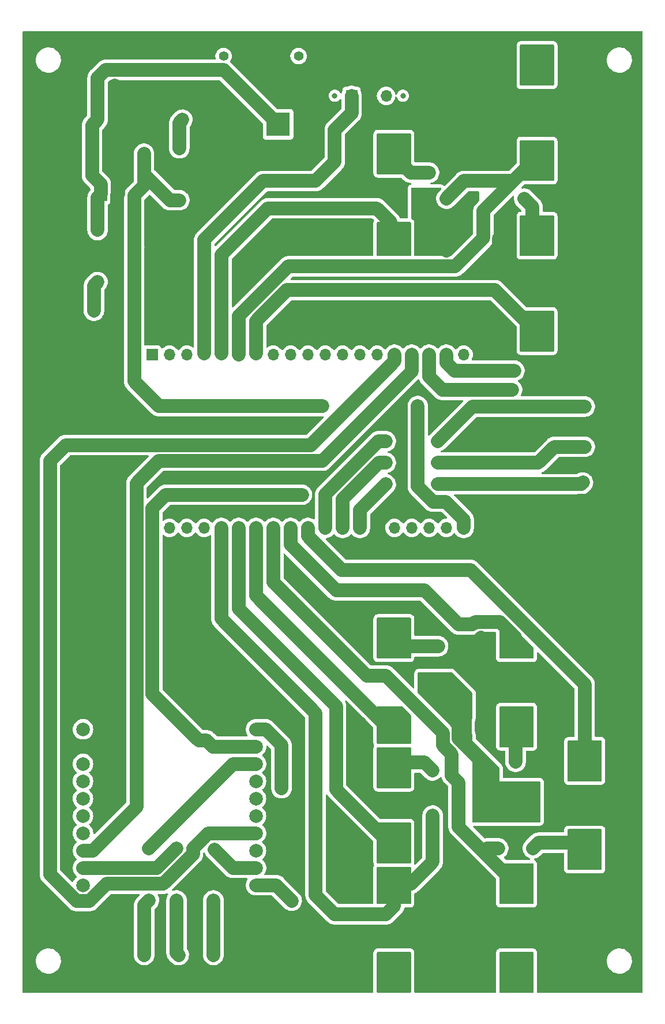
<source format=gbr>
%TF.GenerationSoftware,KiCad,Pcbnew,7.0.2*%
%TF.CreationDate,2024-07-06T11:43:59+09:00*%
%TF.ProjectId,______,b3f3c8ed-fce9-42e6-9b69-6361645f7063,rev?*%
%TF.SameCoordinates,PX63d4a40PYa3140c0*%
%TF.FileFunction,Copper,L2,Bot*%
%TF.FilePolarity,Positive*%
%FSLAX46Y46*%
G04 Gerber Fmt 4.6, Leading zero omitted, Abs format (unit mm)*
G04 Created by KiCad (PCBNEW 7.0.2) date 2024-07-06 11:43:59*
%MOMM*%
%LPD*%
G01*
G04 APERTURE LIST*
%TA.AperFunction,ComponentPad*%
%ADD10C,1.400000*%
%TD*%
%TA.AperFunction,ComponentPad*%
%ADD11O,1.400000X1.400000*%
%TD*%
%TA.AperFunction,ComponentPad*%
%ADD12R,1.700000X1.700000*%
%TD*%
%TA.AperFunction,ComponentPad*%
%ADD13O,1.700000X1.700000*%
%TD*%
%TA.AperFunction,ComponentPad*%
%ADD14O,1.850000X3.048000*%
%TD*%
%TA.AperFunction,ComponentPad*%
%ADD15R,1.800000X1.800000*%
%TD*%
%TA.AperFunction,ComponentPad*%
%ADD16C,1.800000*%
%TD*%
%TA.AperFunction,ComponentPad*%
%ADD17C,1.600000*%
%TD*%
%TA.AperFunction,ComponentPad*%
%ADD18R,1.905000X2.000000*%
%TD*%
%TA.AperFunction,ComponentPad*%
%ADD19O,1.905000X2.000000*%
%TD*%
%TA.AperFunction,ComponentPad*%
%ADD20R,1.600000X1.600000*%
%TD*%
%TA.AperFunction,ComponentPad*%
%ADD21O,1.600000X1.600000*%
%TD*%
%TA.AperFunction,ComponentPad*%
%ADD22C,2.000000*%
%TD*%
%TA.AperFunction,ComponentPad*%
%ADD23R,3.500000X3.500000*%
%TD*%
%TA.AperFunction,ComponentPad*%
%ADD24C,3.500000*%
%TD*%
%TA.AperFunction,ViaPad*%
%ADD25C,0.800000*%
%TD*%
%TA.AperFunction,Conductor*%
%ADD26C,2.000000*%
%TD*%
G04 APERTURE END LIST*
D10*
%TO.P,R5,1*%
%TO.N,sw5*%
X62190000Y28000000D03*
D11*
%TO.P,R5,2*%
%TO.N,+3.3V*%
X69810000Y28000000D03*
%TD*%
D12*
%TO.P,U2,1,3V3*%
%TO.N,+3.3V*%
X21020000Y70160000D03*
D13*
%TO.P,U2,2,EN*%
%TO.N,unconnected-(U2-EN-Pad2)*%
X23560000Y70160000D03*
%TO.P,U2,3,SENSOR_VP/VP*%
%TO.N,unconnected-(U2-SENSOR_VP{slash}VP-Pad3)*%
X26100000Y70160000D03*
%TO.P,U2,4,SENSOR_VN/VN*%
%TO.N,unconnected-(U2-SENSOR_VN{slash}VN-Pad4)*%
X28640000Y70160000D03*
%TO.P,U2,5,GPIO34/34*%
%TO.N,sw5*%
X31180000Y70160000D03*
%TO.P,U2,6,GPIO35/35*%
%TO.N,sw2*%
X33720000Y70160000D03*
%TO.P,U2,7,GPIO32/32*%
%TO.N,sw6*%
X36260000Y70160000D03*
%TO.P,U2,8,GPIO33/33*%
%TO.N,sw1*%
X38800000Y70160000D03*
%TO.P,U2,9,GPIO25/25*%
%TO.N,sw3*%
X41340000Y70160000D03*
%TO.P,U2,10,GPIO26/26*%
%TO.N,sw4*%
X43880000Y70160000D03*
%TO.P,U2,11,GPIO27/27*%
%TO.N,LED3*%
X46420000Y70160000D03*
%TO.P,U2,12,MTMS/GPIO14/14*%
%TO.N,LED2*%
X48960000Y70160000D03*
%TO.P,U2,13,MTDI/GPIO13/13*%
%TO.N,LED1*%
X51500000Y70160000D03*
%TO.P,U2,14,GND*%
%TO.N,GND*%
X54040000Y70160000D03*
%TO.P,U2,15,MTCK/GPIO13/13*%
%TO.N,unconnected-(U2-MTCK{slash}GPIO13{slash}13-Pad15)*%
X56580000Y70160000D03*
%TO.P,U2,16,SHD/SD2/SD_DATA_2/D2*%
%TO.N,unconnected-(U2-SHD{slash}SD2{slash}SD_DATA_2{slash}D2-Pad16)*%
X59120000Y70160000D03*
%TO.P,U2,17,SHD/SD3/SD_DATA_3/D3*%
%TO.N,unconnected-(U2-SHD{slash}SD3{slash}SD_DATA_3{slash}D3-Pad17)*%
X61660000Y70160000D03*
%TO.P,U2,18,SCS/CMD/CD_CMD*%
%TO.N,unconnected-(U2-SCS{slash}CMD{slash}CD_CMD-Pad18)*%
X64200000Y70160000D03*
%TO.P,U2,19,5V*%
%TO.N,+5V*%
X66740000Y70160000D03*
D12*
%TO.P,U2,20,CD_CLK/SDK/SLK*%
%TO.N,unconnected-(U2-CD_CLK{slash}SDK{slash}SLK-Pad20)*%
X21020000Y95560000D03*
D13*
%TO.P,U2,21,SD_DATA_0/SDI/SD1*%
%TO.N,unconnected-(U2-SD_DATA_0{slash}SDI{slash}SD1-Pad21)*%
X23560000Y95560000D03*
%TO.P,U2,22,SD_SATA_1/SDO/SD0*%
%TO.N,unconnected-(U2-SD_SATA_1{slash}SDO{slash}SD0-Pad22)*%
X26100000Y95560000D03*
%TO.P,U2,23,15/GPIO15/MTDO*%
%TO.N,togg1*%
X28640000Y95560000D03*
%TO.P,U2,24,2/GPIO2*%
%TO.N,sw9*%
X31180000Y95560000D03*
%TO.P,U2,25,0/GPIO0*%
%TO.N,sw8*%
X33720000Y95560000D03*
%TO.P,U2,26,4/GPIO4*%
%TO.N,sw7*%
X36260000Y95560000D03*
%TO.P,U2,27,16/GPIO16*%
%TO.N,unconnected-(U2-16{slash}GPIO16-Pad27)*%
X38800000Y95560000D03*
%TO.P,U2,28,17/GPIO17*%
%TO.N,unconnected-(U2-17{slash}GPIO17-Pad28)*%
X41340000Y95560000D03*
%TO.P,U2,29,5/GPIO5*%
%TO.N,unconnected-(U2-5{slash}GPIO5-Pad29)*%
X43880000Y95560000D03*
%TO.P,U2,30,18/GPIO18*%
%TO.N,unconnected-(U2-18{slash}GPIO18-Pad30)*%
X46420000Y95560000D03*
%TO.P,U2,31,19/GPIO19*%
%TO.N,unconnected-(U2-19{slash}GPIO19-Pad31)*%
X48960000Y95560000D03*
%TO.P,U2,32*%
%TO.N,N/C*%
X51500000Y95560000D03*
%TO.P,U2,33,21/GPIO21*%
%TO.N,unconnected-(U2-21{slash}GPIO21-Pad33)*%
X54040000Y95560000D03*
%TO.P,U2,34,RX/UORXD*%
%TO.N,IM920TX*%
X56580000Y95560000D03*
%TO.P,U2,35,TX/UOTXD*%
%TO.N,IM920RX*%
X59120000Y95560000D03*
%TO.P,U2,36,22/GPIO22*%
%TO.N,BUSY*%
X61660000Y95560000D03*
%TO.P,U2,37,23/GPIO23*%
%TO.N,RESET*%
X64200000Y95560000D03*
%TO.P,U2,38*%
%TO.N,N/C*%
X66740000Y95560000D03*
%TD*%
D14*
%TO.P,SW4,1*%
%TO.N,GND*%
X89500000Y36240000D03*
X89500000Y23740000D03*
%TO.P,SW4,2*%
%TO.N,sw4*%
X84500000Y36240000D03*
X84500000Y23740000D03*
%TD*%
D10*
%TO.P,R6,1*%
%TO.N,sw6*%
X63000000Y52810000D03*
D11*
%TO.P,R6,2*%
%TO.N,+3.3V*%
X63000000Y45190000D03*
%TD*%
D10*
%TO.P,R17,1*%
%TO.N,LED3*%
X55310000Y82860000D03*
D11*
%TO.P,R17,2*%
%TO.N,Net-(D8-A)*%
X62930000Y82860000D03*
%TD*%
D14*
%TO.P,SW9,1*%
%TO.N,GND*%
X51540000Y112180000D03*
X51540000Y124680000D03*
%TO.P,SW9,2*%
%TO.N,sw9*%
X56540000Y112180000D03*
X56540000Y124680000D03*
%TD*%
D15*
%TO.P,D3,1,K*%
%TO.N,GND*%
X19840000Y5000000D03*
D16*
%TO.P,D3,2,A*%
%TO.N,Net-(D3-A)*%
X19840000Y7540000D03*
%TD*%
D17*
%TO.P,C5,1*%
%TO.N,+BATT*%
X13000000Y130000000D03*
%TO.P,C5,2*%
%TO.N,GND*%
X15500000Y130000000D03*
%TD*%
%TO.P,C6,1*%
%TO.N,+5V*%
X18379749Y106649405D03*
%TO.P,C6,2*%
%TO.N,GND*%
X15879749Y106649405D03*
%TD*%
D10*
%TO.P,R11,1*%
%TO.N,Net-(D2-A)*%
X13000000Y106190000D03*
D11*
%TO.P,R11,2*%
%TO.N,+BATT*%
X13000000Y113810000D03*
%TD*%
D10*
%TO.P,R15,1*%
%TO.N,LED2*%
X55310000Y79710000D03*
D11*
%TO.P,R15,2*%
%TO.N,Net-(D6-A)*%
X62930000Y79710000D03*
%TD*%
D18*
%TO.P,U3,1,VI*%
%TO.N,+BATT*%
X13460000Y119055000D03*
D19*
%TO.P,U3,2,GND*%
%TO.N,GND*%
X16000000Y119055000D03*
%TO.P,U3,3,VO*%
%TO.N,+5V*%
X18540000Y119055000D03*
%TD*%
D20*
%TO.P,D9,1,K*%
%TO.N,+BATT*%
X12190000Y125000000D03*
D21*
%TO.P,D9,2,A*%
%TO.N,+5V*%
X19810000Y125000000D03*
%TD*%
D14*
%TO.P,SW7,1*%
%TO.N,GND*%
X71860000Y99480000D03*
X71860000Y111980000D03*
%TO.P,SW7,2*%
%TO.N,sw7*%
X76860000Y99480000D03*
X76860000Y111980000D03*
%TD*%
D15*
%TO.P,D7,1,K*%
%TO.N,GND*%
X30000000Y5000000D03*
D16*
%TO.P,D7,2,A*%
%TO.N,Net-(D7-A)*%
X30000000Y7540000D03*
%TD*%
D10*
%TO.P,R9,1*%
%TO.N,sw9*%
X61660000Y122230000D03*
D11*
%TO.P,R9,2*%
%TO.N,+3.3V*%
X61660000Y114610000D03*
%TD*%
D10*
%TO.P,R2,1*%
%TO.N,sw2*%
X62190000Y34600000D03*
D11*
%TO.P,R2,2*%
%TO.N,+3.3V*%
X69810000Y34600000D03*
%TD*%
D17*
%TO.P,C1,1*%
%TO.N,+3.3V*%
X21060000Y60000000D03*
%TO.P,C1,2*%
%TO.N,GND*%
X23560000Y60000000D03*
%TD*%
D10*
%TO.P,R14,1*%
%TO.N,LED1*%
X55310000Y76560000D03*
D11*
%TO.P,R14,2*%
%TO.N,Net-(D5-A)*%
X62930000Y76560000D03*
%TD*%
D10*
%TO.P,R13,1*%
%TO.N,Net-(D4-A)*%
X24590000Y15550000D03*
D11*
%TO.P,R13,2*%
%TO.N,SLEEP*%
X24590000Y23170000D03*
%TD*%
D15*
%TO.P,D5,1,K*%
%TO.N,GND*%
X84260000Y74270000D03*
D16*
%TO.P,D5,2,A*%
%TO.N,Net-(D5-A)*%
X84260000Y76810000D03*
%TD*%
D17*
%TO.P,C4,1*%
%TO.N,+BATT*%
X13000000Y135000000D03*
%TO.P,C4,2*%
%TO.N,GND*%
X15500000Y135000000D03*
%TD*%
D14*
%TO.P,SW6,1*%
%TO.N,GND*%
X51540000Y41060000D03*
X51540000Y53560000D03*
%TO.P,SW6,2*%
%TO.N,sw6*%
X56540000Y41060000D03*
X56540000Y53560000D03*
%TD*%
D10*
%TO.P,R8,1*%
%TO.N,sw8*%
X64200000Y118420000D03*
D11*
%TO.P,R8,2*%
%TO.N,+3.3V*%
X64200000Y110800000D03*
%TD*%
D17*
%TO.P,C3,1*%
%TO.N,+5V*%
X18360000Y111420000D03*
%TO.P,C3,2*%
%TO.N,GND*%
X15860000Y111420000D03*
%TD*%
D14*
%TO.P,SW8,1*%
%TO.N,GND*%
X71860000Y124880000D03*
X71860000Y137380000D03*
%TO.P,SW8,2*%
%TO.N,sw8*%
X76860000Y124880000D03*
X76860000Y137380000D03*
%TD*%
D15*
%TO.P,D8,1,K*%
%TO.N,GND*%
X84520000Y85400000D03*
D16*
%TO.P,D8,2,A*%
%TO.N,Net-(D8-A)*%
X84520000Y87940000D03*
%TD*%
D14*
%TO.P,SW2,1*%
%TO.N,GND*%
X69320000Y5500000D03*
X69320000Y18000000D03*
%TO.P,SW2,2*%
%TO.N,sw1*%
X74320000Y5500000D03*
X74320000Y18000000D03*
%TD*%
D17*
%TO.P,C2,1*%
%TO.N,+3.3V*%
X29000000Y39000000D03*
%TO.P,C2,2*%
%TO.N,GND*%
X29000000Y41500000D03*
%TD*%
D14*
%TO.P,SW3,1*%
%TO.N,GND*%
X69320000Y41060000D03*
X69320000Y53560000D03*
%TO.P,SW3,2*%
%TO.N,sw3*%
X74320000Y41060000D03*
X74320000Y53560000D03*
%TD*%
D15*
%TO.P,D4,1,K*%
%TO.N,GND*%
X24920000Y5000000D03*
D16*
%TO.P,D4,2,A*%
%TO.N,Net-(D4-A)*%
X24920000Y7540000D03*
%TD*%
D10*
%TO.P,R7,1*%
%TO.N,sw7*%
X75630000Y118420000D03*
D11*
%TO.P,R7,2*%
%TO.N,+3.3V*%
X68010000Y118420000D03*
%TD*%
D14*
%TO.P,SW5,1*%
%TO.N,GND*%
X51540000Y5500000D03*
X51540000Y18000000D03*
%TO.P,SW5,2*%
%TO.N,sw5*%
X56540000Y5500000D03*
X56540000Y18000000D03*
%TD*%
D10*
%TO.P,R16,1*%
%TO.N,Net-(D7-A)*%
X30000000Y15550000D03*
D11*
%TO.P,R16,2*%
%TO.N,XMIT*%
X30000000Y23170000D03*
%TD*%
D15*
%TO.P,D6,1,K*%
%TO.N,GND*%
X84520000Y79500000D03*
D16*
%TO.P,D6,2,A*%
%TO.N,Net-(D6-A)*%
X84520000Y82040000D03*
%TD*%
D10*
%TO.P,R10,1*%
%TO.N,Net-(D1-A)*%
X25000000Y125810000D03*
D11*
%TO.P,R10,2*%
%TO.N,+5V*%
X25000000Y118190000D03*
%TD*%
D10*
%TO.P,R1,1*%
%TO.N,sw1*%
X71820000Y23170000D03*
D11*
%TO.P,R1,2*%
%TO.N,+3.3V*%
X71820000Y30790000D03*
%TD*%
D22*
%TO.P,U1,1,IO1/RTS/BUSY*%
%TO.N,BUSY*%
X36260000Y17770000D03*
%TO.P,U1,2,IO2*%
%TO.N,unconnected-(U1-IO2-Pad2)*%
X10860000Y17770000D03*
%TO.P,U1,3,IO3*%
%TO.N,XMIT*%
X36260000Y20310000D03*
%TO.P,U1,4,IO4*%
%TO.N,SLEEP*%
X10860000Y20310000D03*
%TO.P,U1,5,IO5*%
%TO.N,unconnected-(U1-IO5-Pad5)*%
X36260000Y22850000D03*
%TO.P,U1,6,IO6/RxD*%
%TO.N,IM920RX*%
X10860000Y22850000D03*
%TO.P,U1,7,IO7/TxD*%
%TO.N,IM920TX*%
X36260000Y25390000D03*
%TO.P,U1,8,IO8*%
%TO.N,unconnected-(U1-IO8-Pad8)*%
X10860000Y25390000D03*
%TO.P,U1,9,IO9*%
%TO.N,unconnected-(U1-IO9-Pad9)*%
X36260000Y27930000D03*
%TO.P,U1,10,IO10*%
%TO.N,unconnected-(U1-IO10-Pad10)*%
X10860000Y27930000D03*
%TO.P,U1,11,NC*%
%TO.N,unconnected-(U1-NC-Pad11)*%
X36260000Y30470000D03*
%TO.P,U1,12,NC*%
%TO.N,unconnected-(U1-NC-Pad12)*%
X10860000Y30470000D03*
%TO.P,U1,13,NC*%
%TO.N,unconnected-(U1-NC-Pad13)*%
X36260000Y33010000D03*
%TO.P,U1,14,NC*%
%TO.N,unconnected-(U1-NC-Pad14)*%
X10860000Y33010000D03*
%TO.P,U1,15,STATUS*%
%TO.N,STATUS*%
X36260000Y35550000D03*
%TO.P,U1,16,REG*%
%TO.N,REG*%
X10860000Y35550000D03*
%TO.P,U1,17,VCC*%
%TO.N,+3.3V*%
X36260000Y38090000D03*
%TO.P,U1,18,GND*%
%TO.N,GND*%
X10860000Y38090000D03*
%TO.P,U1,19,RESET*%
%TO.N,RESET*%
X36260000Y40630000D03*
%TO.P,U1,20,TEST*%
%TO.N,unconnected-(U1-TEST-Pad20)*%
X10860000Y40630000D03*
%TD*%
D15*
%TO.P,D1,1,K*%
%TO.N,GND*%
X28000000Y130000000D03*
D16*
%TO.P,D1,2,A*%
%TO.N,Net-(D1-A)*%
X25460000Y130000000D03*
%TD*%
D12*
%TO.P,SW10,1,O*%
%TO.N,togg1*%
X50280000Y133500000D03*
D13*
%TO.P,SW10,2,P*%
%TO.N,GND*%
X52820000Y133500000D03*
%TO.P,SW10,3,S*%
%TO.N,unconnected-(SW10-S-Pad3)*%
X55360000Y133500000D03*
%TD*%
D10*
%TO.P,R3,1*%
%TO.N,sw3*%
X74360000Y35870000D03*
D11*
%TO.P,R3,2*%
%TO.N,+3.3V*%
X74360000Y28250000D03*
%TD*%
D15*
%TO.P,D2,1,K*%
%TO.N,GND*%
X15000000Y102000000D03*
D16*
%TO.P,D2,2,A*%
%TO.N,Net-(D2-A)*%
X12460000Y102000000D03*
%TD*%
D10*
%TO.P,J1,*%
%TO.N,*%
X31500000Y139325000D03*
X42500000Y139325000D03*
D23*
%TO.P,J1,1,Pin_1*%
%TO.N,+BATT*%
X39500000Y129325000D03*
D24*
%TO.P,J1,2,Pin_2*%
%TO.N,GND*%
X34500000Y129325000D03*
%TD*%
D14*
%TO.P,SW1,1*%
%TO.N,GND*%
X51540000Y23280000D03*
X51540000Y35780000D03*
%TO.P,SW1,2*%
%TO.N,sw2*%
X56540000Y23280000D03*
X56540000Y35780000D03*
%TD*%
D10*
%TO.P,R4,1*%
%TO.N,sw4*%
X76900000Y23170000D03*
D11*
%TO.P,R4,2*%
%TO.N,+3.3V*%
X76900000Y30790000D03*
%TD*%
D10*
%TO.P,R12,1*%
%TO.N,Net-(D3-A)*%
X20540000Y15550000D03*
D11*
%TO.P,R12,2*%
%TO.N,STATUS*%
X20540000Y23170000D03*
%TD*%
D25*
%TO.N,*%
X57820000Y133500000D03*
X47820000Y133500000D03*
%TO.N,+3.3V*%
X43000000Y75000000D03*
X61000000Y47000000D03*
X21000000Y67000000D03*
X67000000Y114000000D03*
%TO.N,GND*%
X12000000Y78000000D03*
X12000000Y87000000D03*
%TO.N,+5V*%
X46000000Y88000000D03*
X60000000Y88000000D03*
%TO.N,BUSY*%
X41000000Y16000000D03*
X73862425Y90400851D03*
%TO.N,RESET*%
X40000000Y34000000D03*
X74187319Y93194936D03*
%TD*%
D26*
%TO.N,sw1*%
X38800000Y62200000D02*
X38800000Y70160000D01*
X52500000Y48500000D02*
X38800000Y62200000D01*
X63700000Y38300000D02*
X63700000Y40132813D01*
X65000000Y37000000D02*
X63700000Y38300000D01*
X65000000Y33841572D02*
X65000000Y37000000D01*
X55332813Y48500000D02*
X52500000Y48500000D01*
X63700000Y40132813D02*
X55332813Y48500000D01*
X66000000Y32841572D02*
X65000000Y33841572D01*
X69660000Y22660000D02*
X66000000Y26320000D01*
X66000000Y26320000D02*
X66000000Y32841572D01*
%TO.N,sw6*%
X36260000Y60220000D02*
X36260000Y70160000D01*
X55420000Y41060000D02*
X36260000Y60220000D01*
X56540000Y41060000D02*
X55420000Y41060000D01*
%TO.N,sw5*%
X45000000Y16320000D02*
X45000000Y43000000D01*
X45000000Y43000000D02*
X31180000Y56820000D01*
X55320000Y13500000D02*
X47820000Y13500000D01*
X47820000Y13500000D02*
X45000000Y16320000D01*
X56540000Y14720000D02*
X55320000Y13500000D01*
X31180000Y56820000D02*
X31180000Y70160000D01*
X56540000Y18000000D02*
X56540000Y14720000D01*
%TO.N,togg1*%
X47820000Y128500000D02*
X50280000Y130960000D01*
X50280000Y130960000D02*
X50280000Y133500000D01*
X45000000Y121000000D02*
X47820000Y123820000D01*
X37275000Y121000000D02*
X45000000Y121000000D01*
X28640000Y112365000D02*
X37275000Y121000000D01*
X47820000Y123820000D02*
X47820000Y128500000D01*
X28640000Y95710000D02*
X28640000Y112365000D01*
%TO.N,+3.3V*%
X64795000Y115205000D02*
X68010000Y118420000D01*
X76900000Y30790000D02*
X74360000Y28250000D01*
X61660000Y113340000D02*
X64200000Y110800000D01*
X69810000Y28000000D02*
X69810000Y28780000D01*
X21020000Y66980000D02*
X21020000Y60040000D01*
X36260000Y38090000D02*
X29910000Y38090000D01*
X27868630Y39000000D02*
X21060000Y45808630D01*
X21020000Y60040000D02*
X21060000Y60000000D01*
X64200000Y114610000D02*
X64795000Y115205000D01*
X21020000Y73010000D02*
X23010000Y75000000D01*
X69810000Y35442692D02*
X66000000Y39252692D01*
X65795000Y115205000D02*
X64795000Y115205000D01*
X21020000Y70160000D02*
X21020000Y73010000D01*
X21060000Y45808630D02*
X21060000Y60000000D01*
X66000000Y39252692D02*
X66000000Y42190000D01*
X69810000Y34600000D02*
X69810000Y35442692D01*
X66000000Y42190000D02*
X63000000Y45190000D01*
X64200000Y110800000D02*
X64200000Y114610000D01*
X23010000Y75000000D02*
X43000000Y75000000D01*
X21000000Y67000000D02*
X21020000Y66980000D01*
X29910000Y38090000D02*
X29000000Y39000000D01*
X69810000Y34600000D02*
X69810000Y32800000D01*
X67000000Y114000000D02*
X65795000Y115205000D01*
X29000000Y39000000D02*
X27868630Y39000000D01*
X21020000Y70160000D02*
X21020000Y67020000D01*
X74360000Y28250000D02*
X71820000Y30790000D01*
X69810000Y32800000D02*
X71820000Y30790000D01*
X69810000Y28780000D02*
X71820000Y30790000D01*
X21020000Y67020000D02*
X21000000Y67000000D01*
X61660000Y114610000D02*
X61660000Y113340000D01*
%TO.N,GND*%
X15500000Y135000000D02*
X16000000Y134500000D01*
X16000000Y130000000D02*
X16000000Y119055000D01*
X51540000Y35780000D02*
X51540000Y41060000D01*
X16000000Y134500000D02*
X16000000Y130000000D01*
X15879749Y111400251D02*
X15860000Y111420000D01*
X33825000Y130000000D02*
X34500000Y129325000D01*
X15500000Y130000000D02*
X16000000Y130000000D01*
X28000000Y130000000D02*
X33825000Y130000000D01*
X15860000Y111420000D02*
X15860000Y118915000D01*
X51540000Y18000000D02*
X51540000Y23280000D01*
X15879749Y106649405D02*
X15879749Y111400251D01*
X15860000Y118915000D02*
X16000000Y119055000D01*
%TO.N,+5V*%
X18360000Y118875000D02*
X18540000Y119055000D01*
X18360000Y111420000D02*
X18360000Y118875000D01*
X19810000Y125000000D02*
X19810000Y122000000D01*
X62237309Y74000000D02*
X60000000Y76237309D01*
X19810000Y122000000D02*
X19810000Y120325000D01*
X22000000Y88000000D02*
X18379749Y91620251D01*
X19810000Y120325000D02*
X18540000Y119055000D01*
X18379749Y111400251D02*
X18360000Y111420000D01*
X25000000Y118190000D02*
X23620000Y118190000D01*
X66740000Y71362081D02*
X64102081Y74000000D01*
X18379749Y106649405D02*
X18379749Y111400251D01*
X46000000Y88000000D02*
X22000000Y88000000D01*
X66740000Y70160000D02*
X66740000Y71362081D01*
X64102081Y74000000D02*
X62237309Y74000000D01*
X18379749Y91620251D02*
X18379749Y106649405D01*
X60000000Y76237309D02*
X60000000Y88000000D01*
X23620000Y118190000D02*
X19810000Y122000000D01*
%TO.N,+BATT*%
X12190000Y121810000D02*
X12190000Y125000000D01*
X12190000Y125000000D02*
X12190000Y129190000D01*
X12190000Y129190000D02*
X13000000Y130000000D01*
X13460000Y119055000D02*
X13460000Y120540000D01*
X39500000Y129325000D02*
X31525000Y137300000D01*
X14168630Y137300000D02*
X13000000Y136131370D01*
X13000000Y136131370D02*
X13000000Y135000000D01*
X13000000Y113810000D02*
X13000000Y118595000D01*
X13000000Y135000000D02*
X13000000Y130000000D01*
X13000000Y118595000D02*
X13460000Y119055000D01*
X13460000Y120540000D02*
X12190000Y121810000D01*
X31525000Y137300000D02*
X14168630Y137300000D01*
%TO.N,Net-(D1-A)*%
X25000000Y129540000D02*
X25460000Y130000000D01*
X25000000Y125810000D02*
X25000000Y129540000D01*
%TO.N,Net-(D2-A)*%
X12460000Y105650000D02*
X12460000Y102000000D01*
X13000000Y106190000D02*
X12460000Y105650000D01*
%TO.N,Net-(D3-A)*%
X19840000Y14850000D02*
X20540000Y15550000D01*
X19840000Y7540000D02*
X19840000Y14850000D01*
%TO.N,Net-(D4-A)*%
X24590000Y15550000D02*
X24590000Y7870000D01*
X24590000Y7870000D02*
X24920000Y7540000D01*
%TO.N,Net-(D5-A)*%
X62930000Y76560000D02*
X84010000Y76560000D01*
X84010000Y76560000D02*
X84260000Y76810000D01*
%TO.N,Net-(D6-A)*%
X80040000Y82040000D02*
X84520000Y82040000D01*
X62930000Y79710000D02*
X77710000Y79710000D01*
X77710000Y79710000D02*
X80040000Y82040000D01*
%TO.N,Net-(D7-A)*%
X30000000Y7540000D02*
X30000000Y15550000D01*
%TO.N,sw1*%
X71820000Y23170000D02*
X70170000Y23170000D01*
X74320000Y18000000D02*
X69660000Y22660000D01*
X70170000Y23170000D02*
X69660000Y22660000D01*
%TO.N,sw2*%
X56540000Y35780000D02*
X61010000Y35780000D01*
X48000000Y31820000D02*
X48000000Y44000000D01*
X48000000Y44000000D02*
X33720000Y58280000D01*
X33720000Y58280000D02*
X33720000Y70160000D01*
X56540000Y23280000D02*
X48000000Y31820000D01*
X61010000Y35780000D02*
X62190000Y34600000D01*
%TO.N,sw3*%
X66000000Y56000000D02*
X61000000Y61000000D01*
X48000000Y61000000D02*
X41340000Y67660000D01*
X74360000Y35870000D02*
X74360000Y41020000D01*
X68014375Y56000000D02*
X66000000Y56000000D01*
X68398375Y56384000D02*
X68014375Y56000000D01*
X74320000Y53560000D02*
X74320000Y54159000D01*
X61000000Y61000000D02*
X48000000Y61000000D01*
X74360000Y41020000D02*
X74320000Y41060000D01*
X41340000Y67660000D02*
X41340000Y70160000D01*
X72095000Y56384000D02*
X68398375Y56384000D01*
X74320000Y54159000D02*
X72095000Y56384000D01*
%TO.N,sw4*%
X76900000Y23170000D02*
X77730000Y24000000D01*
X84240000Y24000000D02*
X84500000Y23740000D01*
X48837919Y64000000D02*
X43880000Y68957919D01*
X84500000Y36240000D02*
X84500000Y47231692D01*
X67731692Y64000000D02*
X48837919Y64000000D01*
X77730000Y24000000D02*
X84240000Y24000000D01*
X84500000Y47231692D02*
X67731692Y64000000D01*
X43880000Y68957919D02*
X43880000Y70160000D01*
%TO.N,sw5*%
X56540000Y18000000D02*
X59000000Y18000000D01*
X62190000Y21190000D02*
X62190000Y28000000D01*
X59000000Y18000000D02*
X62190000Y21190000D01*
%TO.N,sw6*%
X63000000Y52810000D02*
X57290000Y52810000D01*
X57290000Y52810000D02*
X56540000Y53560000D01*
%TO.N,sw7*%
X76860000Y111980000D02*
X76860000Y117190000D01*
X40770000Y105000000D02*
X36260000Y100490000D01*
X76860000Y99480000D02*
X71340000Y105000000D01*
X76860000Y117190000D02*
X75630000Y118420000D01*
X71340000Y105000000D02*
X40770000Y105000000D01*
X36260000Y100490000D02*
X36260000Y95710000D01*
%TO.N,sw8*%
X64200000Y118420000D02*
X66780000Y121000000D01*
X41017309Y108500000D02*
X65500000Y108500000D01*
X33720000Y95560000D02*
X33720000Y101202691D01*
X76860000Y123860000D02*
X76860000Y124880000D01*
X66780000Y121000000D02*
X74000000Y121000000D01*
X69635000Y116635000D02*
X74000000Y121000000D01*
X74000000Y121000000D02*
X76860000Y123860000D01*
X33720000Y101202691D02*
X41017309Y108500000D01*
X65500000Y108500000D02*
X69635000Y112635000D01*
X69635000Y112635000D02*
X69635000Y116635000D01*
%TO.N,sw9*%
X58990000Y122230000D02*
X56540000Y124680000D01*
X56540000Y112180000D02*
X56000000Y112720000D01*
X38000000Y117000000D02*
X31180000Y110180000D01*
X56000000Y115000000D02*
X54000000Y117000000D01*
X61660000Y122230000D02*
X58990000Y122230000D01*
X31180000Y110180000D02*
X31180000Y95710000D01*
X56000000Y112720000D02*
X56000000Y115000000D01*
X54000000Y117000000D02*
X38000000Y117000000D01*
%TO.N,LED1*%
X51500000Y72750000D02*
X51500000Y70160000D01*
X55310000Y76560000D02*
X51500000Y72750000D01*
%TO.N,LED2*%
X48960000Y70160000D02*
X48960000Y74349949D01*
X48960000Y74349949D02*
X54320051Y79710000D01*
X54320051Y79710000D02*
X55310000Y79710000D01*
%TO.N,LED3*%
X46420000Y70160000D02*
X46420000Y75062641D01*
X54217359Y82860000D02*
X55310000Y82860000D01*
X46420000Y75062641D02*
X54217359Y82860000D01*
%TO.N,STATUS*%
X20540000Y23170000D02*
X32920000Y35550000D01*
X32920000Y35550000D02*
X36260000Y35550000D01*
%TO.N,SLEEP*%
X21730000Y20310000D02*
X24590000Y23170000D01*
X10860000Y20310000D02*
X21730000Y20310000D01*
%TO.N,XMIT*%
X32860000Y20310000D02*
X30140560Y23029440D01*
X36260000Y20310000D02*
X32860000Y20310000D01*
%TO.N,IM920TX*%
X36260000Y25390000D02*
X29248428Y25390000D01*
X6000000Y19377308D02*
X6000000Y80000000D01*
X56580000Y94580000D02*
X56580000Y95560000D01*
X22672692Y18000000D02*
X14342692Y18000000D01*
X9907308Y15470000D02*
X6000000Y19377308D01*
X27000000Y22327308D02*
X22672692Y18000000D01*
X11812692Y15470000D02*
X9907308Y15470000D01*
X14342692Y18000000D02*
X11812692Y15470000D01*
X44300000Y82300000D02*
X56580000Y94580000D01*
X29248428Y25390000D02*
X27000000Y23141572D01*
X6000000Y80000000D02*
X8300000Y82300000D01*
X8300000Y82300000D02*
X44300000Y82300000D01*
X27000000Y23141572D02*
X27000000Y22327308D01*
%TO.N,BUSY*%
X36260000Y17770000D02*
X39230000Y17770000D01*
X41000000Y16000000D02*
X41500000Y15500000D01*
X61660000Y92340000D02*
X63599149Y90400851D01*
X39230000Y17770000D02*
X41000000Y16000000D01*
X73862425Y90400851D02*
X63599149Y90400851D01*
X61660000Y95560000D02*
X61660000Y92340000D01*
%TO.N,IM920RX*%
X12274213Y22850000D02*
X18700000Y29275787D01*
X18700000Y76700000D02*
X22000000Y80000000D01*
X10860000Y22850000D02*
X12274213Y22850000D01*
X18700000Y29275787D02*
X18700000Y76700000D01*
X59120000Y93120000D02*
X59120000Y95560000D01*
X46000000Y80000000D02*
X59120000Y93120000D01*
X22000000Y80000000D02*
X46000000Y80000000D01*
%TO.N,RESET*%
X64200000Y94357919D02*
X65362983Y93194936D01*
X40000000Y34000000D02*
X40000000Y32000000D01*
X74187319Y93194936D02*
X65362983Y93194936D01*
X37674213Y40630000D02*
X36260000Y40630000D01*
X64200000Y95560000D02*
X64200000Y94357919D01*
X40000000Y34000000D02*
X40000000Y38304213D01*
X40000000Y38304213D02*
X37674213Y40630000D01*
%TO.N,Net-(D8-A)*%
X68010000Y87940000D02*
X84520000Y87940000D01*
X62930000Y82860000D02*
X68010000Y87940000D01*
%TD*%
%TA.AperFunction,Conductor*%
%TO.N,+3.3V*%
G36*
X77943039Y32980315D02*
G01*
X77988794Y32927511D01*
X78000000Y32876000D01*
X78000000Y27124000D01*
X77980315Y27056961D01*
X77927511Y27011206D01*
X77876000Y27000000D01*
X68124000Y27000000D01*
X68056961Y27019685D01*
X68011206Y27072489D01*
X68000000Y27124000D01*
X68000000Y31000000D01*
X72000000Y31000000D01*
X72000000Y33000000D01*
X77876000Y33000000D01*
X77943039Y32980315D01*
G37*
%TD.AperFunction*%
%TD*%
%TA.AperFunction,Conductor*%
%TO.N,sw6*%
G36*
X58943039Y56980315D02*
G01*
X58988794Y56927511D01*
X59000000Y56876000D01*
X59000000Y51124000D01*
X58980315Y51056961D01*
X58927511Y51011206D01*
X58876000Y51000000D01*
X54124000Y51000000D01*
X54056961Y51019685D01*
X54011206Y51072489D01*
X54000000Y51124000D01*
X54000000Y56876000D01*
X54019685Y56943039D01*
X54072489Y56988794D01*
X54124000Y57000000D01*
X58876000Y57000000D01*
X58943039Y56980315D01*
G37*
%TD.AperFunction*%
%TD*%
%TA.AperFunction,Conductor*%
%TO.N,+3.3V*%
G36*
X63425649Y119980315D02*
G01*
X63471404Y119927511D01*
X63481348Y119858353D01*
X63452323Y119794797D01*
X63446291Y119788319D01*
X63096911Y119438940D01*
X63096899Y119438928D01*
X63095098Y119437126D01*
X63093451Y119435182D01*
X63093446Y119435176D01*
X62974634Y119294894D01*
X62847342Y119081271D01*
X62756951Y118849617D01*
X62705919Y118606236D01*
X62695642Y118357781D01*
X62726401Y118111018D01*
X62797355Y117872688D01*
X62906571Y117649284D01*
X63051069Y117446902D01*
X63226901Y117271070D01*
X63226904Y117271068D01*
X63429284Y117126571D01*
X63652687Y117017356D01*
X63891019Y116946401D01*
X64137779Y116915643D01*
X64137779Y116915644D01*
X64137780Y116915643D01*
X64146921Y116916022D01*
X64386237Y116925919D01*
X64629614Y116976951D01*
X64861274Y117067344D01*
X65074894Y117194634D01*
X65217126Y117315098D01*
X67365209Y119463181D01*
X67426532Y119496666D01*
X67452890Y119499500D01*
X68876000Y119499500D01*
X68943039Y119479815D01*
X68988794Y119427011D01*
X69000000Y119375500D01*
X69000000Y118173392D01*
X68980315Y118106353D01*
X68963681Y118085711D01*
X68645306Y117767336D01*
X68633793Y117757168D01*
X68615254Y117742738D01*
X68553775Y117675955D01*
X68550233Y117672262D01*
X68530098Y117652126D01*
X68528437Y117650166D01*
X68528437Y117650165D01*
X68511689Y117630391D01*
X68508299Y117626553D01*
X68446835Y117559785D01*
X68433995Y117540132D01*
X68424813Y117527817D01*
X68409636Y117509898D01*
X68363174Y117431926D01*
X68360462Y117427583D01*
X68310826Y117351608D01*
X68301396Y117330109D01*
X68294368Y117316455D01*
X68282343Y117296274D01*
X68249346Y117211712D01*
X68247386Y117206980D01*
X68210936Y117123880D01*
X68205169Y117101110D01*
X68200484Y117086485D01*
X68191951Y117064615D01*
X68173324Y116975789D01*
X68172170Y116970800D01*
X68149891Y116882820D01*
X68147952Y116859422D01*
X68145738Y116844223D01*
X68140919Y116821238D01*
X68137168Y116730560D01*
X68136851Y116725449D01*
X68134710Y116699610D01*
X68134709Y116699594D01*
X68134500Y116697067D01*
X68134500Y116694514D01*
X68134500Y116668598D01*
X68134394Y116663473D01*
X68130642Y116572781D01*
X68133548Y116549474D01*
X68134500Y116534136D01*
X68134500Y113307891D01*
X68114815Y113240852D01*
X68098181Y113220210D01*
X64914791Y110036819D01*
X64853468Y110003334D01*
X64827110Y110000500D01*
X59629500Y110000500D01*
X59562461Y110020185D01*
X59516706Y110072989D01*
X59505500Y110124500D01*
X59505500Y114872677D01*
X59505500Y114872678D01*
X59505500Y114876000D01*
X59493947Y114983456D01*
X59482741Y115034967D01*
X59481690Y115038125D01*
X59448614Y115137504D01*
X59370826Y115258542D01*
X59366004Y115264106D01*
X59325070Y115311347D01*
X59216336Y115405567D01*
X59216335Y115405568D01*
X59077392Y115469022D01*
X59078364Y115471152D01*
X59030271Y115502073D01*
X59001259Y115565634D01*
X59000000Y115583257D01*
X59000000Y119876000D01*
X59019685Y119943039D01*
X59072489Y119988794D01*
X59124000Y120000000D01*
X63358610Y120000000D01*
X63425649Y119980315D01*
G37*
%TD.AperFunction*%
%TD*%
%TA.AperFunction,Conductor*%
%TO.N,sw1*%
G36*
X76943039Y7980315D02*
G01*
X76988794Y7927511D01*
X77000000Y7876000D01*
X77000000Y2124500D01*
X76980315Y2057461D01*
X76927511Y2011706D01*
X76876000Y2000500D01*
X72124000Y2000500D01*
X72056961Y2020185D01*
X72011206Y2072989D01*
X72000000Y2124500D01*
X72000000Y7876000D01*
X72019685Y7943039D01*
X72072489Y7988794D01*
X72124000Y8000000D01*
X76876000Y8000000D01*
X76943039Y7980315D01*
G37*
%TD.AperFunction*%
%TD*%
%TA.AperFunction,Conductor*%
%TO.N,sw3*%
G36*
X76943039Y43980315D02*
G01*
X76988794Y43927511D01*
X77000000Y43876000D01*
X77000000Y38124000D01*
X76980315Y38056961D01*
X76927511Y38011206D01*
X76876000Y38000000D01*
X72124000Y38000000D01*
X72056961Y38019685D01*
X72011206Y38072489D01*
X72000000Y38124000D01*
X72000000Y43876000D01*
X72019685Y43943039D01*
X72072489Y43988794D01*
X72124000Y44000000D01*
X76876000Y44000000D01*
X76943039Y43980315D01*
G37*
%TD.AperFunction*%
%TD*%
%TA.AperFunction,Conductor*%
%TO.N,sw9*%
G36*
X58943039Y127980315D02*
G01*
X58988794Y127927511D01*
X59000000Y127876000D01*
X59000000Y122124000D01*
X58980315Y122056961D01*
X58927511Y122011206D01*
X58876000Y122000000D01*
X54124000Y122000000D01*
X54056961Y122019685D01*
X54011206Y122072489D01*
X54000000Y122124000D01*
X54000000Y127876000D01*
X54019685Y127943039D01*
X54072489Y127988794D01*
X54124000Y128000000D01*
X58876000Y128000000D01*
X58943039Y127980315D01*
G37*
%TD.AperFunction*%
%TD*%
%TA.AperFunction,Conductor*%
%TO.N,sw5*%
G36*
X58943039Y7980315D02*
G01*
X58988794Y7927511D01*
X59000000Y7876000D01*
X59000000Y2124500D01*
X58980315Y2057461D01*
X58927511Y2011706D01*
X58876000Y2000500D01*
X54124000Y2000500D01*
X54056961Y2020185D01*
X54011206Y2072989D01*
X54000000Y2124500D01*
X54000000Y7876000D01*
X54019685Y7943039D01*
X54072489Y7988794D01*
X54124000Y8000000D01*
X58876000Y8000000D01*
X58943039Y7980315D01*
G37*
%TD.AperFunction*%
%TD*%
%TA.AperFunction,Conductor*%
%TO.N,sw7*%
G36*
X79943039Y115980315D02*
G01*
X79988794Y115927511D01*
X80000000Y115876000D01*
X80000000Y110124000D01*
X79980315Y110056961D01*
X79927511Y110011206D01*
X79876000Y110000000D01*
X75124000Y110000000D01*
X75056961Y110019685D01*
X75011206Y110072489D01*
X75000000Y110124000D01*
X75000000Y115876000D01*
X75019685Y115943039D01*
X75072489Y115988794D01*
X75124000Y116000000D01*
X79876000Y116000000D01*
X79943039Y115980315D01*
G37*
%TD.AperFunction*%
%TD*%
%TA.AperFunction,Conductor*%
%TO.N,sw6*%
G36*
X57726462Y43980315D02*
G01*
X57747104Y43963681D01*
X58963681Y42747105D01*
X58997166Y42685782D01*
X59000000Y42659424D01*
X59000000Y38629500D01*
X58980315Y38562461D01*
X58927511Y38516706D01*
X58876000Y38505500D01*
X54124000Y38505500D01*
X54056961Y38525185D01*
X54011206Y38577989D01*
X54000000Y38629500D01*
X54000000Y43876000D01*
X54019685Y43943039D01*
X54072489Y43988794D01*
X54124000Y44000000D01*
X57659423Y44000000D01*
X57726462Y43980315D01*
G37*
%TD.AperFunction*%
%TD*%
%TA.AperFunction,Conductor*%
%TO.N,sw9*%
G36*
X58943039Y114980315D02*
G01*
X58988794Y114927511D01*
X59000000Y114876000D01*
X59000000Y110124500D01*
X58980315Y110057461D01*
X58927511Y110011706D01*
X58876000Y110000500D01*
X54124000Y110000500D01*
X54056961Y110020185D01*
X54011206Y110072989D01*
X54000000Y110124500D01*
X54000000Y114876000D01*
X54019685Y114943039D01*
X54072489Y114988794D01*
X54124000Y115000000D01*
X58876000Y115000000D01*
X58943039Y114980315D01*
G37*
%TD.AperFunction*%
%TD*%
%TA.AperFunction,Conductor*%
%TO.N,sw4*%
G36*
X86943039Y25980315D02*
G01*
X86988794Y25927511D01*
X87000000Y25876000D01*
X87000000Y20124000D01*
X86980315Y20056961D01*
X86927511Y20011206D01*
X86876000Y20000000D01*
X82124000Y20000000D01*
X82056961Y20019685D01*
X82011206Y20072489D01*
X82000000Y20124000D01*
X82000000Y25876000D01*
X82019685Y25943039D01*
X82072489Y25988794D01*
X82124000Y26000000D01*
X86876000Y26000000D01*
X86943039Y25980315D01*
G37*
%TD.AperFunction*%
%TD*%
%TA.AperFunction,Conductor*%
%TO.N,sw8*%
G36*
X79943039Y140980315D02*
G01*
X79988794Y140927511D01*
X80000000Y140876000D01*
X80000000Y135124000D01*
X79980315Y135056961D01*
X79927511Y135011206D01*
X79876000Y135000000D01*
X75124000Y135000000D01*
X75056961Y135019685D01*
X75011206Y135072489D01*
X75000000Y135124000D01*
X75000000Y140876000D01*
X75019685Y140943039D01*
X75072489Y140988794D01*
X75124000Y141000000D01*
X79876000Y141000000D01*
X79943039Y140980315D01*
G37*
%TD.AperFunction*%
%TD*%
%TA.AperFunction,Conductor*%
%TO.N,sw7*%
G36*
X79943039Y101980315D02*
G01*
X79988794Y101927511D01*
X80000000Y101876000D01*
X80000000Y96124000D01*
X79980315Y96056961D01*
X79927511Y96011206D01*
X79876000Y96000000D01*
X75124000Y96000000D01*
X75056961Y96019685D01*
X75011206Y96072489D01*
X75000000Y96124000D01*
X75000000Y101876000D01*
X75019685Y101943039D01*
X75072489Y101988794D01*
X75124000Y102000000D01*
X79876000Y102000000D01*
X79943039Y101980315D01*
G37*
%TD.AperFunction*%
%TD*%
%TA.AperFunction,Conductor*%
%TO.N,+3.3V*%
G36*
X65015677Y48980315D02*
G01*
X65036319Y48963681D01*
X67963682Y46036318D01*
X67997166Y45974997D01*
X68000000Y45948639D01*
X68000000Y42223285D01*
X67992917Y42181976D01*
X67935507Y42019491D01*
X67894500Y41780331D01*
X67894500Y41780329D01*
X67894500Y41780328D01*
X67894500Y40400446D01*
X67894722Y40397830D01*
X67894723Y40397822D01*
X67909924Y40219220D01*
X67923677Y40166403D01*
X67971069Y39984392D01*
X67988992Y39944741D01*
X68000000Y39893667D01*
X68000000Y39000000D01*
X71963681Y35036319D01*
X71997166Y34974996D01*
X72000000Y34948639D01*
X72000000Y31000000D01*
X68000000Y31000000D01*
X68000000Y36000000D01*
X66379952Y37620048D01*
X66358542Y37652821D01*
X66357915Y37652447D01*
X66340637Y37681445D01*
X66333607Y37695102D01*
X66324174Y37716605D01*
X66274529Y37792593D01*
X66271827Y37796922D01*
X66225366Y37874894D01*
X66210187Y37892816D01*
X66201006Y37905127D01*
X66188164Y37924785D01*
X66126694Y37991559D01*
X66123302Y37995400D01*
X66104902Y38017125D01*
X66084782Y38037245D01*
X66081233Y38040943D01*
X66019744Y38107738D01*
X66012003Y38113763D01*
X66001202Y38122170D01*
X65989692Y38132335D01*
X65236819Y38885209D01*
X65203334Y38946532D01*
X65200500Y38972890D01*
X65200500Y40031950D01*
X65201452Y40047289D01*
X65204357Y40070595D01*
X65200606Y40161278D01*
X65200500Y40166403D01*
X65200500Y40192312D01*
X65200500Y40194880D01*
X65198147Y40223273D01*
X65197830Y40228375D01*
X65194080Y40319050D01*
X65189262Y40342023D01*
X65187046Y40357232D01*
X65185108Y40380634D01*
X65162821Y40468643D01*
X65161669Y40473623D01*
X65143049Y40562427D01*
X65134512Y40584305D01*
X65129829Y40598924D01*
X65124063Y40621694D01*
X65087596Y40704830D01*
X65085650Y40709527D01*
X65052655Y40794087D01*
X65040635Y40814260D01*
X65033609Y40827908D01*
X65024173Y40849420D01*
X64974527Y40925409D01*
X64971825Y40929738D01*
X64925366Y41007707D01*
X64910185Y41025631D01*
X64901003Y41037946D01*
X64892451Y41051036D01*
X64888164Y41057598D01*
X64826692Y41124374D01*
X64823300Y41128216D01*
X64806563Y41147978D01*
X64806548Y41147994D01*
X64804901Y41149939D01*
X64784782Y41170058D01*
X64781233Y41173756D01*
X64719744Y41240551D01*
X64701202Y41254983D01*
X64689692Y41265148D01*
X60036319Y45918522D01*
X60002834Y45979845D01*
X60000000Y46006203D01*
X60000000Y48876000D01*
X60019685Y48943039D01*
X60072489Y48988794D01*
X60124000Y49000000D01*
X64948638Y49000000D01*
X65015677Y48980315D01*
G37*
%TD.AperFunction*%
%TD*%
%TA.AperFunction,Conductor*%
%TO.N,sw3*%
G36*
X72625341Y56980315D02*
G01*
X72645983Y56963681D01*
X74974056Y54635608D01*
X76963681Y52645984D01*
X76997166Y52584661D01*
X77000000Y52558303D01*
X77000000Y51124000D01*
X76980315Y51056961D01*
X76927511Y51011206D01*
X76876000Y51000000D01*
X72124000Y51000000D01*
X72056961Y51019685D01*
X72011206Y51072489D01*
X72000000Y51124000D01*
X72000000Y56876000D01*
X72019685Y56943039D01*
X72072489Y56988794D01*
X72124000Y57000000D01*
X72558302Y57000000D01*
X72625341Y56980315D01*
G37*
%TD.AperFunction*%
%TD*%
%TA.AperFunction,Conductor*%
%TO.N,sw5*%
G36*
X58943039Y20474815D02*
G01*
X58988794Y20422011D01*
X59000000Y20370500D01*
X59000000Y15124000D01*
X58980315Y15056961D01*
X58927511Y15011206D01*
X58876000Y15000000D01*
X54124000Y15000000D01*
X54056961Y15019685D01*
X54011206Y15072489D01*
X54000000Y15124000D01*
X54000000Y20370500D01*
X54019685Y20437539D01*
X54072489Y20483294D01*
X54124000Y20494500D01*
X58876000Y20494500D01*
X58943039Y20474815D01*
G37*
%TD.AperFunction*%
%TD*%
%TA.AperFunction,Conductor*%
%TO.N,sw2*%
G36*
X58943039Y26980315D02*
G01*
X58988794Y26927511D01*
X59000000Y26876000D01*
X59000000Y21124000D01*
X58980315Y21056961D01*
X58927511Y21011206D01*
X58876000Y21000000D01*
X54124000Y21000000D01*
X54056961Y21019685D01*
X54011206Y21072489D01*
X54000000Y21124000D01*
X54000000Y26876000D01*
X54019685Y26943039D01*
X54072489Y26988794D01*
X54124000Y27000000D01*
X58876000Y27000000D01*
X58943039Y26980315D01*
G37*
%TD.AperFunction*%
%TD*%
%TA.AperFunction,Conductor*%
%TO.N,sw8*%
G36*
X79943039Y126980315D02*
G01*
X79988794Y126927511D01*
X80000000Y126876000D01*
X80000000Y121124000D01*
X79980315Y121056961D01*
X79927511Y121011206D01*
X79876000Y121000000D01*
X75124000Y121000000D01*
X75056961Y121019685D01*
X75011206Y121072489D01*
X75000000Y121124000D01*
X75000000Y126876000D01*
X75019685Y126943039D01*
X75072489Y126988794D01*
X75124000Y127000000D01*
X79876000Y127000000D01*
X79943039Y126980315D01*
G37*
%TD.AperFunction*%
%TD*%
%TA.AperFunction,Conductor*%
%TO.N,sw1*%
G36*
X76943039Y20980315D02*
G01*
X76988794Y20927511D01*
X77000000Y20876000D01*
X77000000Y15124000D01*
X76980315Y15056961D01*
X76927511Y15011206D01*
X76876000Y15000000D01*
X72124000Y15000000D01*
X72056961Y15019685D01*
X72011206Y15072489D01*
X72000000Y15124000D01*
X72000000Y20876000D01*
X72019685Y20943039D01*
X72072489Y20988794D01*
X72124000Y21000000D01*
X76876000Y21000000D01*
X76943039Y20980315D01*
G37*
%TD.AperFunction*%
%TD*%
%TA.AperFunction,Conductor*%
%TO.N,GND*%
G36*
X46705703Y31048535D02*
G01*
X46731020Y31018299D01*
X46752515Y30982226D01*
X46774632Y30945108D01*
X46774634Y30945106D01*
X46789808Y30927189D01*
X46798991Y30914875D01*
X46811837Y30895212D01*
X46873293Y30828454D01*
X46876687Y30824612D01*
X46895098Y30802874D01*
X46896911Y30801061D01*
X46915227Y30782745D01*
X46918776Y30779047D01*
X46980258Y30712260D01*
X46998787Y30697838D01*
X47010307Y30687665D01*
X53458181Y24239791D01*
X53491666Y24178468D01*
X53494500Y24152110D01*
X53494500Y21124000D01*
X53494854Y21120706D01*
X53494855Y21120691D01*
X53499828Y21074439D01*
X53506053Y21016544D01*
X53506757Y21013307D01*
X53506759Y21013296D01*
X53516553Y20968278D01*
X53517259Y20965033D01*
X53518305Y20961890D01*
X53518309Y20961876D01*
X53551385Y20862498D01*
X53580433Y20817300D01*
X53600118Y20750261D01*
X53588912Y20698748D01*
X53534662Y20579961D01*
X53528161Y20557820D01*
X53514977Y20512920D01*
X53514976Y20512916D01*
X53514527Y20509794D01*
X53514524Y20509778D01*
X53494500Y20370500D01*
X53494500Y15124500D01*
X53474815Y15057461D01*
X53422011Y15011706D01*
X53370500Y15000500D01*
X48492890Y15000500D01*
X48425851Y15020185D01*
X48405209Y15036819D01*
X46536819Y16905210D01*
X46503334Y16966533D01*
X46500500Y16992891D01*
X46500500Y30954822D01*
X46520185Y31021861D01*
X46572989Y31067616D01*
X46642147Y31077560D01*
X46705703Y31048535D01*
G37*
%TD.AperFunction*%
%TA.AperFunction,Conductor*%
G36*
X20445149Y80779815D02*
G01*
X20490904Y80727011D01*
X20500848Y80657853D01*
X20471823Y80594297D01*
X20465791Y80587819D01*
X17710306Y77832336D01*
X17698793Y77822168D01*
X17680254Y77807738D01*
X17618775Y77740955D01*
X17615233Y77737262D01*
X17595098Y77717126D01*
X17593437Y77715166D01*
X17593437Y77715165D01*
X17576689Y77695391D01*
X17573299Y77691553D01*
X17511835Y77624785D01*
X17498995Y77605132D01*
X17489813Y77592817D01*
X17474636Y77574898D01*
X17428174Y77496926D01*
X17425462Y77492583D01*
X17375826Y77416608D01*
X17366396Y77395109D01*
X17359368Y77381455D01*
X17347343Y77361274D01*
X17314346Y77276712D01*
X17312386Y77271980D01*
X17275936Y77188880D01*
X17270169Y77166110D01*
X17265484Y77151485D01*
X17256951Y77129615D01*
X17238324Y77040789D01*
X17237170Y77035800D01*
X17214891Y76947820D01*
X17212952Y76924422D01*
X17210738Y76909223D01*
X17205919Y76886238D01*
X17202168Y76795560D01*
X17201851Y76790449D01*
X17199710Y76764610D01*
X17199709Y76764594D01*
X17199500Y76762067D01*
X17199500Y76759514D01*
X17199500Y76733598D01*
X17199394Y76728473D01*
X17195642Y76637781D01*
X17198547Y76614477D01*
X17199499Y76599141D01*
X17199499Y29948678D01*
X17179814Y29881639D01*
X17163180Y29860997D01*
X12575331Y25273148D01*
X12514008Y25239663D01*
X12444316Y25244647D01*
X12388383Y25286519D01*
X12363966Y25351983D01*
X12364073Y25371065D01*
X12365643Y25390000D01*
X12362820Y25424063D01*
X12355340Y25514335D01*
X12345108Y25637821D01*
X12284063Y25878881D01*
X12189010Y26095579D01*
X12184174Y26106605D01*
X12184173Y26106607D01*
X12048164Y26314785D01*
X11879744Y26497738D01*
X11855382Y26516700D01*
X11796992Y26562147D01*
X11756179Y26618857D01*
X11752504Y26688630D01*
X11787136Y26749313D01*
X11796992Y26757853D01*
X11830153Y26783664D01*
X11879744Y26822262D01*
X12048164Y27005215D01*
X12184173Y27213393D01*
X12284063Y27441119D01*
X12345108Y27682179D01*
X12365643Y27930000D01*
X12345108Y28177821D01*
X12284063Y28418881D01*
X12184173Y28646607D01*
X12048164Y28854785D01*
X11879744Y29037738D01*
X11813175Y29089551D01*
X11796992Y29102147D01*
X11756179Y29158857D01*
X11752504Y29228630D01*
X11787136Y29289313D01*
X11796992Y29297853D01*
X11848582Y29338008D01*
X11879744Y29362262D01*
X12048164Y29545215D01*
X12184173Y29753393D01*
X12284063Y29981119D01*
X12345108Y30222179D01*
X12365643Y30470000D01*
X12345108Y30717821D01*
X12284063Y30958881D01*
X12184173Y31186607D01*
X12048164Y31394785D01*
X11879744Y31577738D01*
X11846969Y31603248D01*
X11796992Y31642147D01*
X11756179Y31698857D01*
X11752504Y31768630D01*
X11787136Y31829313D01*
X11796992Y31837853D01*
X11828654Y31862497D01*
X11879744Y31902262D01*
X12048164Y32085215D01*
X12184173Y32293393D01*
X12284063Y32521119D01*
X12345108Y32762179D01*
X12365643Y33010000D01*
X12363312Y33038125D01*
X12345108Y33257817D01*
X12345108Y33257821D01*
X12284063Y33498881D01*
X12194016Y33704167D01*
X12184174Y33726605D01*
X12149613Y33779505D01*
X12048164Y33934785D01*
X11879744Y34117738D01*
X11863437Y34130430D01*
X11796992Y34182147D01*
X11756179Y34238857D01*
X11752504Y34308630D01*
X11787136Y34369313D01*
X11796992Y34377853D01*
X11838846Y34410430D01*
X11879744Y34442262D01*
X12048164Y34625215D01*
X12184173Y34833393D01*
X12284063Y35061119D01*
X12345108Y35302179D01*
X12365643Y35550000D01*
X12345108Y35797821D01*
X12284063Y36038881D01*
X12184173Y36266607D01*
X12048164Y36474785D01*
X11879744Y36657738D01*
X11821043Y36703427D01*
X11683514Y36810471D01*
X11683510Y36810474D01*
X11683509Y36810474D01*
X11464810Y36928828D01*
X11464806Y36928830D01*
X11464805Y36928830D01*
X11229615Y37009571D01*
X10984335Y37050500D01*
X10735665Y37050500D01*
X10490384Y37009571D01*
X10255194Y36928830D01*
X10255190Y36928829D01*
X10255190Y36928828D01*
X10205313Y36901836D01*
X10036485Y36810471D01*
X9840259Y36657741D01*
X9840256Y36657739D01*
X9840256Y36657738D01*
X9671836Y36474785D01*
X9657957Y36453541D01*
X9535825Y36266605D01*
X9445780Y36061322D01*
X9435937Y36038881D01*
X9405734Y35919612D01*
X9374891Y35797817D01*
X9354356Y35550000D01*
X9374891Y35302184D01*
X9374891Y35302181D01*
X9374892Y35302179D01*
X9435937Y35061119D01*
X9463077Y34999246D01*
X9535825Y34833396D01*
X9535826Y34833395D01*
X9535827Y34833393D01*
X9671836Y34625215D01*
X9798079Y34488079D01*
X9840256Y34442262D01*
X9923008Y34377853D01*
X9963821Y34321142D01*
X9967494Y34251369D01*
X9932863Y34190686D01*
X9923008Y34182147D01*
X9840256Y34117739D01*
X9710708Y33977011D01*
X9671836Y33934785D01*
X9636461Y33880639D01*
X9535825Y33726605D01*
X9457945Y33549054D01*
X9435937Y33498881D01*
X9375075Y33258543D01*
X9374891Y33257817D01*
X9354356Y33010001D01*
X9374891Y32762184D01*
X9374891Y32762181D01*
X9374892Y32762179D01*
X9435937Y32521119D01*
X9459881Y32466532D01*
X9535825Y32293396D01*
X9535827Y32293393D01*
X9671836Y32085215D01*
X9805052Y31940504D01*
X9840256Y31902262D01*
X9923008Y31837853D01*
X9963821Y31781142D01*
X9967494Y31711369D01*
X9932863Y31650686D01*
X9923008Y31642147D01*
X9840256Y31577739D01*
X9671837Y31394786D01*
X9535825Y31186605D01*
X9461998Y31018295D01*
X9435937Y30958881D01*
X9374892Y30717821D01*
X9374891Y30717817D01*
X9354356Y30470000D01*
X9374891Y30222184D01*
X9374891Y30222181D01*
X9374892Y30222179D01*
X9435937Y29981119D01*
X9479573Y29881639D01*
X9535825Y29753396D01*
X9535827Y29753393D01*
X9671836Y29545215D01*
X9750677Y29459571D01*
X9840256Y29362262D01*
X9923008Y29297853D01*
X9963821Y29241142D01*
X9967494Y29171369D01*
X9932863Y29110686D01*
X9923008Y29102147D01*
X9840256Y29037739D01*
X9685215Y28869319D01*
X9671836Y28854785D01*
X9627489Y28786906D01*
X9535825Y28646605D01*
X9466642Y28488881D01*
X9435937Y28418881D01*
X9389805Y28236709D01*
X9374891Y28177817D01*
X9354356Y27930001D01*
X9374891Y27682184D01*
X9374891Y27682181D01*
X9374892Y27682179D01*
X9435937Y27441119D01*
X9451531Y27405568D01*
X9535825Y27213396D01*
X9535827Y27213393D01*
X9671836Y27005215D01*
X9830325Y26833050D01*
X9840256Y26822262D01*
X9923008Y26757853D01*
X9963821Y26701142D01*
X9967494Y26631369D01*
X9932863Y26570686D01*
X9923008Y26562147D01*
X9840256Y26497739D01*
X9710532Y26356820D01*
X9671836Y26314785D01*
X9635135Y26258609D01*
X9535825Y26106605D01*
X9445780Y25901322D01*
X9435937Y25878881D01*
X9405734Y25759612D01*
X9374891Y25637817D01*
X9354356Y25390000D01*
X9374891Y25142184D01*
X9374891Y25142181D01*
X9374892Y25142179D01*
X9435937Y24901119D01*
X9480960Y24798477D01*
X9535825Y24673396D01*
X9535826Y24673395D01*
X9535827Y24673393D01*
X9671836Y24465215D01*
X9794878Y24331556D01*
X9840259Y24282259D01*
X9919855Y24220307D01*
X9960668Y24163597D01*
X9964343Y24093824D01*
X9929711Y24033141D01*
X9927675Y24031223D01*
X9893176Y23999465D01*
X9885358Y23992844D01*
X9840258Y23957741D01*
X9817146Y23932636D01*
X9801544Y23915688D01*
X9794312Y23908456D01*
X9777364Y23892854D01*
X9752259Y23869742D01*
X9717156Y23824642D01*
X9710535Y23816824D01*
X9671834Y23774783D01*
X9640576Y23726941D01*
X9634624Y23718605D01*
X9599526Y23673511D01*
X9572318Y23623237D01*
X9567075Y23614439D01*
X9535825Y23566607D01*
X9512872Y23514278D01*
X9508372Y23505072D01*
X9481171Y23454810D01*
X9462615Y23400756D01*
X9458890Y23391209D01*
X9435937Y23338881D01*
X9421911Y23283498D01*
X9418989Y23273682D01*
X9400428Y23219612D01*
X9391020Y23163238D01*
X9388918Y23153213D01*
X9374891Y23097820D01*
X9370172Y23040873D01*
X9368905Y23030707D01*
X9359500Y22974338D01*
X9359500Y22917191D01*
X9359076Y22906950D01*
X9354356Y22850001D01*
X9359076Y22793052D01*
X9359500Y22782811D01*
X9359500Y22725664D01*
X9368905Y22669296D01*
X9370172Y22659129D01*
X9374891Y22602181D01*
X9388918Y22546787D01*
X9391020Y22536762D01*
X9400428Y22480389D01*
X9418983Y22426339D01*
X9421906Y22416521D01*
X9428742Y22389529D01*
X9435937Y22361119D01*
X9442354Y22346491D01*
X9458893Y22308784D01*
X9462617Y22299238D01*
X9481171Y22245192D01*
X9508376Y22194921D01*
X9512877Y22185714D01*
X9535826Y22133394D01*
X9567075Y22085564D01*
X9572320Y22076762D01*
X9599527Y22026489D01*
X9634624Y21981396D01*
X9640578Y21973057D01*
X9671833Y21925218D01*
X9710537Y21883174D01*
X9717160Y21875354D01*
X9745902Y21838427D01*
X9752262Y21830256D01*
X9794313Y21791545D01*
X9801543Y21784315D01*
X9830393Y21752976D01*
X9840257Y21742261D01*
X9885358Y21707157D01*
X9893179Y21700534D01*
X9925010Y21671230D01*
X9961001Y21611345D01*
X9958902Y21541507D01*
X9925011Y21488771D01*
X9893177Y21459466D01*
X9885358Y21452844D01*
X9840258Y21417741D01*
X9829052Y21405568D01*
X9801544Y21375688D01*
X9794312Y21368456D01*
X9777364Y21352854D01*
X9752259Y21329742D01*
X9717156Y21284642D01*
X9710535Y21276824D01*
X9671834Y21234783D01*
X9640576Y21186941D01*
X9634624Y21178605D01*
X9599526Y21133511D01*
X9572318Y21083237D01*
X9567075Y21074439D01*
X9535825Y21026607D01*
X9512872Y20974278D01*
X9508372Y20965072D01*
X9481171Y20914810D01*
X9462615Y20860756D01*
X9458890Y20851209D01*
X9435937Y20798881D01*
X9421911Y20743498D01*
X9418989Y20733682D01*
X9400428Y20679612D01*
X9391020Y20623238D01*
X9388918Y20613213D01*
X9374891Y20557820D01*
X9370172Y20500873D01*
X9368905Y20490707D01*
X9359500Y20434338D01*
X9359500Y20377191D01*
X9359076Y20366950D01*
X9354356Y20310001D01*
X9359076Y20253052D01*
X9359500Y20242811D01*
X9359500Y20185664D01*
X9368905Y20129296D01*
X9370172Y20119129D01*
X9374891Y20062181D01*
X9388918Y20006787D01*
X9391020Y19996762D01*
X9400428Y19940389D01*
X9418983Y19886339D01*
X9421906Y19876521D01*
X9435936Y19821122D01*
X9458893Y19768784D01*
X9462617Y19759238D01*
X9481171Y19705192D01*
X9508376Y19654921D01*
X9512877Y19645714D01*
X9535826Y19593394D01*
X9567075Y19545564D01*
X9572320Y19536762D01*
X9599527Y19486489D01*
X9634624Y19441396D01*
X9640578Y19433057D01*
X9671833Y19385218D01*
X9710537Y19343174D01*
X9717160Y19335354D01*
X9732815Y19315241D01*
X9752262Y19290256D01*
X9794313Y19251545D01*
X9801543Y19244315D01*
X9830325Y19213050D01*
X9840257Y19202261D01*
X9885358Y19167157D01*
X9893179Y19160533D01*
X9927676Y19128776D01*
X9963667Y19068889D01*
X9961566Y18999051D01*
X9922042Y18941435D01*
X9919856Y18939694D01*
X9840256Y18877739D01*
X9713268Y18739792D01*
X9671836Y18694785D01*
X9654241Y18667853D01*
X9535825Y18486605D01*
X9449238Y18289206D01*
X9404282Y18235720D01*
X9337546Y18215030D01*
X9270218Y18233705D01*
X9248001Y18251335D01*
X7536819Y19962517D01*
X7503334Y20023840D01*
X7500500Y20050198D01*
X7500500Y40630000D01*
X9354356Y40630000D01*
X9374891Y40382184D01*
X9374891Y40382181D01*
X9374892Y40382179D01*
X9435937Y40141119D01*
X9463081Y40079238D01*
X9535825Y39913396D01*
X9535827Y39913393D01*
X9671836Y39705215D01*
X9840256Y39522262D01*
X9891033Y39482741D01*
X10036485Y39369530D01*
X10036487Y39369529D01*
X10036491Y39369526D01*
X10255190Y39251172D01*
X10490386Y39170429D01*
X10735665Y39129500D01*
X10984335Y39129500D01*
X11229614Y39170429D01*
X11464810Y39251172D01*
X11683509Y39369526D01*
X11879744Y39522262D01*
X12048164Y39705215D01*
X12184173Y39913393D01*
X12284063Y40141119D01*
X12345108Y40382179D01*
X12365643Y40630000D01*
X12345108Y40877821D01*
X12284063Y41118881D01*
X12184173Y41346607D01*
X12048164Y41554785D01*
X11879744Y41737738D01*
X11826133Y41779465D01*
X11683514Y41890471D01*
X11683510Y41890474D01*
X11683509Y41890474D01*
X11464810Y42008828D01*
X11464806Y42008830D01*
X11464805Y42008830D01*
X11229615Y42089571D01*
X10984335Y42130500D01*
X10735665Y42130500D01*
X10490384Y42089571D01*
X10255194Y42008830D01*
X10255190Y42008829D01*
X10255190Y42008828D01*
X10204929Y41981628D01*
X10036485Y41890471D01*
X9840259Y41737741D01*
X9840256Y41737739D01*
X9840256Y41737738D01*
X9759252Y41649744D01*
X9671837Y41554786D01*
X9535825Y41346605D01*
X9486788Y41234810D01*
X9435937Y41118881D01*
X9405734Y40999612D01*
X9374891Y40877817D01*
X9354356Y40630000D01*
X7500500Y40630000D01*
X7500500Y79327110D01*
X7520185Y79394149D01*
X7536819Y79414791D01*
X8885209Y80763181D01*
X8946532Y80796666D01*
X8972890Y80799500D01*
X20378110Y80799500D01*
X20445149Y80779815D01*
G37*
%TD.AperFunction*%
%TA.AperFunction,Conductor*%
G36*
X53394149Y115479815D02*
G01*
X53414791Y115463181D01*
X53554623Y115323349D01*
X53588108Y115262026D01*
X53583124Y115192334D01*
X53579736Y115184156D01*
X53534662Y115085461D01*
X53515474Y115020114D01*
X53514977Y115018420D01*
X53514976Y115018416D01*
X53514527Y115015294D01*
X53514524Y115015278D01*
X53494500Y114876000D01*
X53494500Y110124500D01*
X53474815Y110057461D01*
X53422011Y110011706D01*
X53370500Y110000500D01*
X41118173Y110000500D01*
X41102835Y110001452D01*
X41079528Y110004358D01*
X40988845Y110000606D01*
X40983720Y110000500D01*
X40955242Y110000500D01*
X40952715Y110000291D01*
X40952698Y110000290D01*
X40926847Y109998148D01*
X40921737Y109997831D01*
X40831070Y109994080D01*
X40808090Y109989262D01*
X40792890Y109987048D01*
X40769489Y109985109D01*
X40681500Y109962828D01*
X40676511Y109961674D01*
X40587698Y109943050D01*
X40587695Y109943050D01*
X40587695Y109943049D01*
X40565821Y109934515D01*
X40551198Y109929830D01*
X40528427Y109924064D01*
X40445317Y109887608D01*
X40440584Y109885647D01*
X40356031Y109852654D01*
X40335855Y109840633D01*
X40322210Y109833609D01*
X40300700Y109824172D01*
X40224716Y109774531D01*
X40220371Y109771818D01*
X40142411Y109725365D01*
X40124491Y109710187D01*
X40112178Y109701006D01*
X40092527Y109688167D01*
X40025755Y109626700D01*
X40021919Y109623313D01*
X40002145Y109606564D01*
X40002128Y109606549D01*
X40000183Y109604901D01*
X39998377Y109603097D01*
X39998379Y109603097D01*
X39980059Y109584778D01*
X39976366Y109581236D01*
X39909570Y109519745D01*
X39895141Y109501207D01*
X39884972Y109489692D01*
X32892181Y102496901D01*
X32830858Y102463416D01*
X32761166Y102468400D01*
X32705233Y102510272D01*
X32680816Y102575736D01*
X32680500Y102584582D01*
X32680500Y109507112D01*
X32700185Y109574151D01*
X32716814Y109594788D01*
X38585207Y115463182D01*
X38646531Y115496666D01*
X38672889Y115499500D01*
X53327110Y115499500D01*
X53394149Y115479815D01*
G37*
%TD.AperFunction*%
%TA.AperFunction,Conductor*%
G36*
X92942539Y142979815D02*
G01*
X92988294Y142927011D01*
X92999500Y142875500D01*
X92999500Y2124500D01*
X92979815Y2057461D01*
X92927011Y2011706D01*
X92875500Y2000500D01*
X77629500Y2000500D01*
X77562461Y2020185D01*
X77516706Y2072989D01*
X77505500Y2124500D01*
X77505500Y6592236D01*
X87745787Y6592236D01*
X87775413Y6322984D01*
X87786775Y6279526D01*
X87843928Y6060912D01*
X87897720Y5934330D01*
X87949871Y5811608D01*
X88090982Y5580389D01*
X88180253Y5473119D01*
X88264255Y5372180D01*
X88465998Y5191418D01*
X88691910Y5041956D01*
X88798211Y4992124D01*
X88937177Y4926979D01*
X89196562Y4848942D01*
X89196569Y4848940D01*
X89464561Y4809500D01*
X89464564Y4809500D01*
X89665369Y4809500D01*
X89667631Y4809500D01*
X89870156Y4824323D01*
X90134553Y4883220D01*
X90387558Y4979986D01*
X90623777Y5112559D01*
X90838177Y5278112D01*
X91026186Y5473119D01*
X91183799Y5693421D01*
X91307656Y5934325D01*
X91395118Y6190695D01*
X91444319Y6457067D01*
X91454212Y6727765D01*
X91424586Y6997018D01*
X91356072Y7259088D01*
X91250130Y7508390D01*
X91177999Y7626580D01*
X91109017Y7739612D01*
X90935746Y7947819D01*
X90830759Y8041888D01*
X90734002Y8128582D01*
X90508090Y8278044D01*
X90508086Y8278046D01*
X90262822Y8393022D01*
X90003437Y8471059D01*
X90003431Y8471060D01*
X89735439Y8510500D01*
X89532369Y8510500D01*
X89530120Y8510336D01*
X89530109Y8510335D01*
X89329843Y8495678D01*
X89065449Y8436781D01*
X88812441Y8340014D01*
X88576223Y8207441D01*
X88361825Y8041891D01*
X88173813Y7846880D01*
X88016201Y7626580D01*
X87892342Y7385671D01*
X87804881Y7129305D01*
X87755680Y6862934D01*
X87745787Y6592236D01*
X77505500Y6592236D01*
X77505500Y7872677D01*
X77505500Y7876000D01*
X77493947Y7983456D01*
X77482741Y8034967D01*
X77481690Y8038125D01*
X77448614Y8137504D01*
X77370826Y8258542D01*
X77353927Y8278044D01*
X77325070Y8311347D01*
X77216336Y8405567D01*
X77216335Y8405568D01*
X77085460Y8465338D01*
X77020113Y8484526D01*
X77020111Y8484527D01*
X77018420Y8485023D01*
X77018416Y8485024D01*
X77015290Y8485474D01*
X77015277Y8485476D01*
X76876000Y8505500D01*
X72124000Y8505500D01*
X72120706Y8505146D01*
X72120690Y8505145D01*
X72019854Y8494303D01*
X72019851Y8494303D01*
X72016544Y8493947D01*
X72013309Y8493244D01*
X72013295Y8493241D01*
X71968277Y8483447D01*
X71968272Y8483446D01*
X71965033Y8482741D01*
X71961893Y8481697D01*
X71961875Y8481691D01*
X71862496Y8448615D01*
X71741458Y8370827D01*
X71688652Y8325069D01*
X71594432Y8216336D01*
X71534662Y8085461D01*
X71518883Y8031723D01*
X71514977Y8018420D01*
X71514976Y8018416D01*
X71514527Y8015294D01*
X71514524Y8015278D01*
X71494500Y7876000D01*
X71494500Y2124500D01*
X71474815Y2057461D01*
X71422011Y2011706D01*
X71370500Y2000500D01*
X59629500Y2000500D01*
X59562461Y2020185D01*
X59516706Y2072989D01*
X59505500Y2124500D01*
X59505500Y7872677D01*
X59505500Y7876000D01*
X59493947Y7983456D01*
X59482741Y8034967D01*
X59481690Y8038125D01*
X59448614Y8137504D01*
X59370826Y8258542D01*
X59353927Y8278044D01*
X59325070Y8311347D01*
X59216336Y8405567D01*
X59216335Y8405568D01*
X59085460Y8465338D01*
X59020113Y8484526D01*
X59020111Y8484527D01*
X59018420Y8485023D01*
X59018416Y8485024D01*
X59015290Y8485474D01*
X59015277Y8485476D01*
X58876000Y8505500D01*
X54124000Y8505500D01*
X54120706Y8505146D01*
X54120690Y8505145D01*
X54019854Y8494303D01*
X54019851Y8494303D01*
X54016544Y8493947D01*
X54013309Y8493244D01*
X54013295Y8493241D01*
X53968277Y8483447D01*
X53968272Y8483446D01*
X53965033Y8482741D01*
X53961893Y8481697D01*
X53961875Y8481691D01*
X53862496Y8448615D01*
X53741458Y8370827D01*
X53688652Y8325069D01*
X53594432Y8216336D01*
X53534662Y8085461D01*
X53518883Y8031723D01*
X53514977Y8018420D01*
X53514976Y8018416D01*
X53514527Y8015294D01*
X53514524Y8015278D01*
X53494500Y7876000D01*
X53494500Y2124500D01*
X53474815Y2057461D01*
X53422011Y2011706D01*
X53370500Y2000500D01*
X2124500Y2000500D01*
X2057461Y2020185D01*
X2011706Y2072989D01*
X2000500Y2124500D01*
X2000500Y6592236D01*
X3925787Y6592236D01*
X3955413Y6322984D01*
X3966775Y6279526D01*
X4023928Y6060912D01*
X4077720Y5934330D01*
X4129871Y5811608D01*
X4270982Y5580389D01*
X4360253Y5473119D01*
X4444255Y5372180D01*
X4645998Y5191418D01*
X4871910Y5041956D01*
X4978211Y4992124D01*
X5117177Y4926979D01*
X5376562Y4848942D01*
X5376569Y4848940D01*
X5644561Y4809500D01*
X5644564Y4809500D01*
X5845369Y4809500D01*
X5847631Y4809500D01*
X6050156Y4824323D01*
X6314553Y4883220D01*
X6567558Y4979986D01*
X6803777Y5112559D01*
X7018177Y5278112D01*
X7206186Y5473119D01*
X7363799Y5693421D01*
X7487656Y5934325D01*
X7575118Y6190695D01*
X7624319Y6457067D01*
X7634212Y6727765D01*
X7604586Y6997018D01*
X7536072Y7259088D01*
X7430130Y7508390D01*
X7357999Y7626580D01*
X7289017Y7739612D01*
X7115746Y7947819D01*
X7010759Y8041888D01*
X6914002Y8128582D01*
X6688090Y8278044D01*
X6688086Y8278046D01*
X6442822Y8393022D01*
X6183437Y8471059D01*
X6183431Y8471060D01*
X5915439Y8510500D01*
X5712369Y8510500D01*
X5710120Y8510336D01*
X5710109Y8510335D01*
X5509843Y8495678D01*
X5245449Y8436781D01*
X4992441Y8340014D01*
X4756223Y8207441D01*
X4541825Y8041891D01*
X4353813Y7846880D01*
X4196201Y7626580D01*
X4072342Y7385671D01*
X3984881Y7129305D01*
X3935680Y6862934D01*
X3925787Y6592236D01*
X2000500Y6592236D01*
X2000500Y19439528D01*
X4495642Y19439528D01*
X4499394Y19348837D01*
X4499500Y19343712D01*
X4499500Y19315241D01*
X4499709Y19312714D01*
X4499710Y19312699D01*
X4501851Y19286860D01*
X4502168Y19281749D01*
X4505919Y19191073D01*
X4510738Y19168088D01*
X4512952Y19152887D01*
X4514891Y19129489D01*
X4537171Y19041505D01*
X4538325Y19036515D01*
X4556950Y18947694D01*
X4565484Y18925823D01*
X4570171Y18911194D01*
X4575936Y18888428D01*
X4600260Y18832976D01*
X4609386Y18812169D01*
X4612393Y18805315D01*
X4614354Y18800580D01*
X4647344Y18716033D01*
X4659364Y18695860D01*
X4666395Y18682201D01*
X4675824Y18660705D01*
X4675827Y18660701D01*
X4725481Y18584699D01*
X4728153Y18580418D01*
X4774634Y18502414D01*
X4789808Y18484497D01*
X4798991Y18472183D01*
X4811837Y18452520D01*
X4873293Y18385762D01*
X4876687Y18381920D01*
X4895098Y18360182D01*
X4896911Y18358369D01*
X4915227Y18340053D01*
X4918776Y18336355D01*
X4980258Y18269568D01*
X4998787Y18255146D01*
X5010307Y18244973D01*
X8774973Y14480307D01*
X8785145Y14468789D01*
X8799569Y14450257D01*
X8866353Y14388778D01*
X8870043Y14385237D01*
X8890182Y14365098D01*
X8892136Y14363443D01*
X8892147Y14363433D01*
X8911906Y14346699D01*
X8915749Y14343306D01*
X8982523Y14281836D01*
X9002181Y14268994D01*
X9014492Y14259813D01*
X9032414Y14244634D01*
X9110416Y14198155D01*
X9114697Y14195483D01*
X9190701Y14145827D01*
X9196515Y14143277D01*
X9212199Y14136397D01*
X9225862Y14129364D01*
X9246034Y14117344D01*
X9330596Y14084348D01*
X9335312Y14082394D01*
X9373513Y14065638D01*
X9418427Y14045937D01*
X9441197Y14040171D01*
X9455816Y14035488D01*
X9477694Y14026951D01*
X9566501Y14008330D01*
X9571494Y14007175D01*
X9585228Y14003698D01*
X9659487Y13984892D01*
X9667505Y13984228D01*
X9682881Y13982953D01*
X9698089Y13980738D01*
X9698099Y13980736D01*
X9721071Y13975919D01*
X9811763Y13972169D01*
X9816865Y13971852D01*
X9845241Y13969500D01*
X9873712Y13969500D01*
X9878834Y13969395D01*
X9899291Y13968548D01*
X9969527Y13965643D01*
X9969527Y13965644D01*
X9969529Y13965643D01*
X9992834Y13968548D01*
X10008173Y13969500D01*
X11711827Y13969500D01*
X11727165Y13968548D01*
X11750471Y13965643D01*
X11750471Y13965644D01*
X11750472Y13965643D01*
X11820709Y13968548D01*
X11841165Y13969395D01*
X11846288Y13969500D01*
X11872190Y13969500D01*
X11874759Y13969500D01*
X11903139Y13971853D01*
X11908232Y13972169D01*
X11998929Y13975919D01*
X12021901Y13980737D01*
X12037105Y13982953D01*
X12060513Y13984892D01*
X12148530Y14007182D01*
X12153446Y14008320D01*
X12242306Y14026951D01*
X12264188Y14035490D01*
X12278808Y14040173D01*
X12301573Y14045937D01*
X12384700Y14082401D01*
X12389391Y14084344D01*
X12473966Y14117344D01*
X12494148Y14129372D01*
X12507793Y14136395D01*
X12529299Y14145827D01*
X12605285Y14195472D01*
X12609608Y14198170D01*
X12687586Y14244634D01*
X12705505Y14259812D01*
X12717818Y14268994D01*
X12737477Y14281836D01*
X12760044Y14302612D01*
X12804243Y14343299D01*
X12808075Y14346685D01*
X12829818Y14365098D01*
X12850005Y14385286D01*
X12853631Y14388765D01*
X12920430Y14450256D01*
X12934859Y14468797D01*
X12945017Y14480299D01*
X14927900Y16463181D01*
X14989224Y16496666D01*
X15015582Y16499500D01*
X19068111Y16499500D01*
X19135150Y16479815D01*
X19180905Y16427011D01*
X19190849Y16357853D01*
X19161824Y16294297D01*
X19155810Y16287839D01*
X18906855Y16038883D01*
X18850307Y15982335D01*
X18838789Y15972164D01*
X18820256Y15957740D01*
X18758775Y15890954D01*
X18755232Y15887261D01*
X18735098Y15867126D01*
X18733437Y15865166D01*
X18733437Y15865165D01*
X18716689Y15845391D01*
X18713299Y15841553D01*
X18651835Y15774785D01*
X18638995Y15755132D01*
X18629813Y15742817D01*
X18614636Y15724898D01*
X18568174Y15646926D01*
X18565462Y15642583D01*
X18515826Y15566608D01*
X18506396Y15545109D01*
X18499368Y15531455D01*
X18487343Y15511274D01*
X18454346Y15426712D01*
X18452386Y15421980D01*
X18415936Y15338880D01*
X18410169Y15316110D01*
X18405484Y15301485D01*
X18396951Y15279615D01*
X18378324Y15190789D01*
X18377170Y15185800D01*
X18354891Y15097820D01*
X18352952Y15074422D01*
X18350738Y15059223D01*
X18345919Y15036238D01*
X18342168Y14945560D01*
X18341851Y14940449D01*
X18339710Y14914610D01*
X18339709Y14914594D01*
X18339500Y14912067D01*
X18339500Y14909514D01*
X18339500Y14883598D01*
X18339394Y14878473D01*
X18335642Y14787781D01*
X18338548Y14764474D01*
X18339500Y14749136D01*
X18339499Y7480504D01*
X18339499Y7480480D01*
X18339500Y7477933D01*
X18354892Y7292179D01*
X18415937Y7051119D01*
X18440507Y6995106D01*
X18515825Y6823396D01*
X18515827Y6823393D01*
X18651836Y6615215D01*
X18820256Y6432262D01*
X18873182Y6391068D01*
X19016485Y6279530D01*
X19016487Y6279529D01*
X19016491Y6279526D01*
X19235190Y6161172D01*
X19470386Y6080429D01*
X19715665Y6039500D01*
X19964335Y6039500D01*
X20209614Y6080429D01*
X20444810Y6161172D01*
X20663509Y6279526D01*
X20859744Y6432262D01*
X21028164Y6615215D01*
X21164173Y6823393D01*
X21264063Y7051119D01*
X21325108Y7292179D01*
X21340500Y7477933D01*
X21340500Y14177113D01*
X21360185Y14244151D01*
X21376814Y14264788D01*
X21644901Y14532874D01*
X21765365Y14675106D01*
X21892655Y14888726D01*
X21983049Y15120386D01*
X22034080Y15363763D01*
X22044357Y15612221D01*
X22013598Y15858981D01*
X21942644Y16097313D01*
X21868090Y16249815D01*
X21833271Y16321040D01*
X21821513Y16389913D01*
X21848856Y16454210D01*
X21906620Y16493517D01*
X21944672Y16499500D01*
X22571827Y16499500D01*
X22587165Y16498548D01*
X22610471Y16495643D01*
X22610471Y16495644D01*
X22610472Y16495643D01*
X22680709Y16498548D01*
X22701165Y16499395D01*
X22706288Y16499500D01*
X22732190Y16499500D01*
X22734759Y16499500D01*
X22763139Y16501853D01*
X22768232Y16502169D01*
X22858929Y16505919D01*
X22881901Y16510737D01*
X22897105Y16512953D01*
X22920513Y16514892D01*
X23008530Y16537182D01*
X23013446Y16538320D01*
X23102306Y16556951D01*
X23124188Y16565490D01*
X23138808Y16570173D01*
X23161573Y16575937D01*
X23209552Y16596984D01*
X23278852Y16605886D01*
X23341965Y16575909D01*
X23378852Y16516570D01*
X23377802Y16446708D01*
X23363172Y16415606D01*
X23265826Y16266608D01*
X23191567Y16097312D01*
X23165937Y16038881D01*
X23149042Y15972164D01*
X23104892Y15797823D01*
X23104891Y15797821D01*
X23104892Y15797821D01*
X23089500Y15612067D01*
X23089500Y15609499D01*
X23089500Y15609498D01*
X23089500Y7970865D01*
X23088548Y7955527D01*
X23085642Y7932220D01*
X23089394Y7841529D01*
X23089500Y7836404D01*
X23089500Y7807933D01*
X23089709Y7805406D01*
X23089710Y7805391D01*
X23091851Y7779552D01*
X23092168Y7774441D01*
X23095919Y7683765D01*
X23100738Y7660780D01*
X23102952Y7645579D01*
X23104891Y7622181D01*
X23127171Y7534197D01*
X23128325Y7529207D01*
X23146950Y7440386D01*
X23155484Y7418515D01*
X23160171Y7403886D01*
X23165936Y7381120D01*
X23202393Y7298007D01*
X23204354Y7293272D01*
X23237344Y7208725D01*
X23249364Y7188552D01*
X23256395Y7174893D01*
X23265824Y7153397D01*
X23265827Y7153393D01*
X23315481Y7077391D01*
X23318153Y7073110D01*
X23364634Y6995106D01*
X23379808Y6977189D01*
X23388991Y6964875D01*
X23401837Y6945212D01*
X23463293Y6878454D01*
X23466687Y6874612D01*
X23485098Y6852874D01*
X23486911Y6851061D01*
X23505227Y6832745D01*
X23508775Y6829047D01*
X23570253Y6762265D01*
X23570256Y6762262D01*
X23588788Y6747838D01*
X23600306Y6737666D01*
X23902874Y6435099D01*
X23904840Y6433434D01*
X23904841Y6433433D01*
X24045104Y6314635D01*
X24159331Y6246571D01*
X24258726Y6187345D01*
X24490386Y6096951D01*
X24733763Y6045920D01*
X24963934Y6036400D01*
X24982219Y6035643D01*
X24982219Y6035644D01*
X24982221Y6035643D01*
X25228981Y6066402D01*
X25467313Y6137356D01*
X25690716Y6246571D01*
X25893095Y6391068D01*
X26068932Y6566905D01*
X26213429Y6769284D01*
X26322644Y6992687D01*
X26393598Y7231019D01*
X26424357Y7477779D01*
X26424351Y7477933D01*
X28499500Y7477933D01*
X28514892Y7292179D01*
X28575937Y7051119D01*
X28600507Y6995106D01*
X28675825Y6823396D01*
X28675827Y6823393D01*
X28811836Y6615215D01*
X28980256Y6432262D01*
X29033182Y6391068D01*
X29176485Y6279530D01*
X29176487Y6279529D01*
X29176491Y6279526D01*
X29395190Y6161172D01*
X29630386Y6080429D01*
X29875665Y6039500D01*
X30124335Y6039500D01*
X30369614Y6080429D01*
X30604810Y6161172D01*
X30823509Y6279526D01*
X31019744Y6432262D01*
X31188164Y6615215D01*
X31324173Y6823393D01*
X31424063Y7051119D01*
X31485108Y7292179D01*
X31500500Y7477933D01*
X31500500Y15612067D01*
X31485108Y15797821D01*
X31424063Y16038881D01*
X31327978Y16257933D01*
X31324174Y16266605D01*
X31322283Y16269500D01*
X31188164Y16474785D01*
X31019744Y16657738D01*
X30996499Y16675830D01*
X30823514Y16810471D01*
X30823510Y16810474D01*
X30823509Y16810474D01*
X30604810Y16928828D01*
X30604806Y16928830D01*
X30604805Y16928830D01*
X30369615Y17009571D01*
X30124335Y17050500D01*
X29875665Y17050500D01*
X29630384Y17009571D01*
X29395194Y16928830D01*
X29395190Y16928829D01*
X29395190Y16928828D01*
X29329797Y16893439D01*
X29176485Y16810471D01*
X28980259Y16657741D01*
X28980256Y16657739D01*
X28980256Y16657738D01*
X28811836Y16474785D01*
X28776576Y16420816D01*
X28675825Y16266605D01*
X28601567Y16097312D01*
X28575937Y16038881D01*
X28559042Y15972164D01*
X28514892Y15797823D01*
X28514891Y15797821D01*
X28514892Y15797821D01*
X28499500Y15612067D01*
X28499500Y7477933D01*
X26424351Y7477933D01*
X26414080Y7726237D01*
X26363049Y7969614D01*
X26272655Y8201274D01*
X26198889Y8325070D01*
X26145367Y8414893D01*
X26119876Y8444990D01*
X26091570Y8508869D01*
X26090499Y8525131D01*
X26090499Y12038331D01*
X26090500Y15612067D01*
X26075108Y15797821D01*
X26014063Y16038881D01*
X25917978Y16257933D01*
X25914174Y16266605D01*
X25912283Y16269500D01*
X25778164Y16474785D01*
X25609744Y16657738D01*
X25586499Y16675830D01*
X25413514Y16810471D01*
X25413510Y16810474D01*
X25413509Y16810474D01*
X25194810Y16928828D01*
X25194806Y16928830D01*
X25194805Y16928830D01*
X24959615Y17009571D01*
X24714335Y17050500D01*
X24465665Y17050500D01*
X24220382Y17009571D01*
X24093706Y16966083D01*
X24023908Y16962933D01*
X23963487Y16998020D01*
X23931626Y17060202D01*
X23938442Y17129739D01*
X23965761Y17171043D01*
X27989697Y21194980D01*
X28001199Y21205137D01*
X28019744Y21219570D01*
X28081246Y21286381D01*
X28084725Y21290007D01*
X28104902Y21310183D01*
X28123308Y21331918D01*
X28126690Y21335745D01*
X28188160Y21402519D01*
X28188164Y21402523D01*
X28201006Y21422182D01*
X28210188Y21434495D01*
X28225366Y21452414D01*
X28271848Y21530424D01*
X28274505Y21534681D01*
X28324173Y21610701D01*
X28333604Y21632203D01*
X28340635Y21645863D01*
X28352656Y21666035D01*
X28385663Y21750629D01*
X28387600Y21755303D01*
X28424063Y21838427D01*
X28429826Y21861191D01*
X28434516Y21875825D01*
X28440991Y21892419D01*
X28443050Y21897694D01*
X28461678Y21986536D01*
X28462824Y21991492D01*
X28485108Y22079487D01*
X28485905Y22089109D01*
X28487047Y22102882D01*
X28489263Y22118091D01*
X28494081Y22141070D01*
X28497831Y22231759D01*
X28498149Y22236881D01*
X28500500Y22265241D01*
X28500499Y22293713D01*
X28500605Y22298839D01*
X28501017Y22308784D01*
X28504357Y22389529D01*
X28501452Y22412836D01*
X28500500Y22428173D01*
X28500500Y22445817D01*
X28520185Y22512856D01*
X28572989Y22558611D01*
X28642147Y22568555D01*
X28705703Y22539530D01*
X28740015Y22490894D01*
X28787904Y22368166D01*
X28915194Y22154546D01*
X29035658Y22012314D01*
X29037471Y22010501D01*
X31727665Y19320307D01*
X31737837Y19308789D01*
X31752262Y19290256D01*
X31802177Y19244306D01*
X31819045Y19228778D01*
X31822743Y19225229D01*
X31842874Y19205098D01*
X31844828Y19203443D01*
X31844839Y19203433D01*
X31864598Y19186699D01*
X31868441Y19183306D01*
X31897473Y19156580D01*
X31935215Y19121836D01*
X31954873Y19108994D01*
X31967184Y19099813D01*
X31985106Y19084634D01*
X32063078Y19038173D01*
X32067407Y19035471D01*
X32143393Y18985827D01*
X32164906Y18976391D01*
X32178549Y18969367D01*
X32197351Y18958164D01*
X32198727Y18957344D01*
X32283267Y18924357D01*
X32288003Y18922395D01*
X32336975Y18900914D01*
X32371119Y18885937D01*
X32393885Y18880173D01*
X32408508Y18875488D01*
X32430386Y18866951D01*
X32519193Y18848330D01*
X32524186Y18847175D01*
X32537920Y18843698D01*
X32612179Y18824892D01*
X32620197Y18824228D01*
X32635573Y18822953D01*
X32650781Y18820738D01*
X32657434Y18819344D01*
X32673763Y18815919D01*
X32764455Y18812169D01*
X32769557Y18811852D01*
X32797933Y18809500D01*
X32826404Y18809500D01*
X32831526Y18809395D01*
X32851983Y18808548D01*
X32922219Y18805643D01*
X32922219Y18805644D01*
X32922221Y18805643D01*
X32945526Y18808548D01*
X32960865Y18809500D01*
X34913993Y18809500D01*
X34981032Y18789815D01*
X35026787Y18737011D01*
X35036731Y18667853D01*
X35011847Y18609340D01*
X35002881Y18597819D01*
X34999525Y18593508D01*
X34972318Y18543237D01*
X34967075Y18534439D01*
X34935825Y18486607D01*
X34912872Y18434278D01*
X34908372Y18425072D01*
X34881171Y18374810D01*
X34862615Y18320756D01*
X34858890Y18311209D01*
X34835937Y18258881D01*
X34821911Y18203498D01*
X34818989Y18193682D01*
X34800428Y18139612D01*
X34791020Y18083238D01*
X34788918Y18073213D01*
X34774891Y18017820D01*
X34770172Y17960873D01*
X34768905Y17950707D01*
X34759500Y17894338D01*
X34759500Y17837191D01*
X34759076Y17826950D01*
X34754356Y17770001D01*
X34759076Y17713052D01*
X34759500Y17702811D01*
X34759500Y17645664D01*
X34768905Y17589296D01*
X34770172Y17579129D01*
X34774891Y17522181D01*
X34788918Y17466787D01*
X34791020Y17456762D01*
X34800428Y17400389D01*
X34818983Y17346339D01*
X34821906Y17336521D01*
X34835936Y17281122D01*
X34858893Y17228784D01*
X34862617Y17219238D01*
X34881171Y17165192D01*
X34908376Y17114921D01*
X34912877Y17105714D01*
X34935826Y17053394D01*
X34967075Y17005564D01*
X34972320Y16996762D01*
X34999527Y16946489D01*
X35034624Y16901396D01*
X35040578Y16893057D01*
X35071833Y16845218D01*
X35110537Y16803174D01*
X35117160Y16795354D01*
X35152262Y16750256D01*
X35194313Y16711545D01*
X35201543Y16704315D01*
X35236443Y16666404D01*
X35240257Y16662261D01*
X35285358Y16627157D01*
X35293169Y16620542D01*
X35300905Y16613421D01*
X35335216Y16581835D01*
X35383050Y16550584D01*
X35391388Y16544631D01*
X35436491Y16509526D01*
X35486757Y16482324D01*
X35495544Y16477089D01*
X35543393Y16445827D01*
X35595723Y16422874D01*
X35604920Y16418377D01*
X35655186Y16391174D01*
X35655190Y16391172D01*
X35709261Y16372611D01*
X35718782Y16368895D01*
X35771119Y16345937D01*
X35826516Y16331909D01*
X35836315Y16328992D01*
X35890386Y16310429D01*
X35946752Y16301024D01*
X35956773Y16298923D01*
X36012179Y16284892D01*
X36069139Y16280173D01*
X36079299Y16278907D01*
X36135665Y16269500D01*
X36197933Y16269500D01*
X38557110Y16269500D01*
X38624149Y16249815D01*
X38644791Y16233181D01*
X39895098Y14982874D01*
X40482874Y14395098D01*
X40625106Y14274634D01*
X40838727Y14147344D01*
X41070386Y14056950D01*
X41313763Y14005919D01*
X41543935Y13996400D01*
X41562219Y13995643D01*
X41562219Y13995644D01*
X41562221Y13995643D01*
X41808981Y14026401D01*
X42047314Y14097356D01*
X42270716Y14206571D01*
X42473096Y14351068D01*
X42648932Y14526904D01*
X42793429Y14729284D01*
X42902644Y14952686D01*
X42973599Y15191019D01*
X43004357Y15437779D01*
X42994081Y15686237D01*
X42943050Y15929614D01*
X42852656Y16161273D01*
X42725366Y16374894D01*
X42604902Y16517126D01*
X42017126Y17104902D01*
X40362335Y18759693D01*
X40352162Y18771213D01*
X40337740Y18789742D01*
X40304069Y18820738D01*
X40270953Y18851224D01*
X40267255Y18854773D01*
X40248939Y18873089D01*
X40247126Y18874902D01*
X40225388Y18893313D01*
X40221546Y18896707D01*
X40154788Y18958163D01*
X40135125Y18971009D01*
X40122811Y18980192D01*
X40104894Y18995366D01*
X40026890Y19041847D01*
X40022609Y19044519D01*
X39961208Y19084634D01*
X39946603Y19094176D01*
X39925107Y19103605D01*
X39911448Y19110636D01*
X39891275Y19122656D01*
X39813799Y19152887D01*
X39806717Y19155651D01*
X39802004Y19157603D01*
X39774332Y19169740D01*
X39718880Y19194064D01*
X39696114Y19199829D01*
X39681485Y19204516D01*
X39659614Y19213050D01*
X39570793Y19231675D01*
X39565803Y19232829D01*
X39477819Y19255109D01*
X39454421Y19257048D01*
X39439223Y19259262D01*
X39416237Y19264081D01*
X39394488Y19264981D01*
X39325559Y19267832D01*
X39320448Y19268149D01*
X39294609Y19270290D01*
X39294594Y19270291D01*
X39292067Y19270500D01*
X39289514Y19270500D01*
X39263596Y19270500D01*
X39258473Y19270606D01*
X39254701Y19270762D01*
X39167780Y19274358D01*
X39144473Y19271452D01*
X39129135Y19270500D01*
X37606007Y19270500D01*
X37538968Y19290185D01*
X37493213Y19342989D01*
X37483269Y19412147D01*
X37508154Y19470663D01*
X37520474Y19486491D01*
X37547685Y19536775D01*
X37552911Y19545545D01*
X37584173Y19593393D01*
X37607126Y19645725D01*
X37611617Y19654911D01*
X37638828Y19705190D01*
X37657387Y19759255D01*
X37661103Y19768780D01*
X37684063Y19821119D01*
X37698092Y19876521D01*
X37701014Y19886334D01*
X37719571Y19940386D01*
X37723264Y19962517D01*
X37728978Y19996763D01*
X37731079Y20006781D01*
X37745107Y20062175D01*
X37745107Y20062176D01*
X37745108Y20062179D01*
X37749827Y20119141D01*
X37751094Y20129304D01*
X37760500Y20185665D01*
X37760500Y20242811D01*
X37760924Y20253052D01*
X37765643Y20310001D01*
X37760924Y20366950D01*
X37760500Y20377191D01*
X37760500Y20434334D01*
X37751094Y20490699D01*
X37749826Y20500870D01*
X37749737Y20501945D01*
X37745108Y20557821D01*
X37731077Y20613227D01*
X37728976Y20623251D01*
X37719571Y20679614D01*
X37701008Y20733685D01*
X37698088Y20743494D01*
X37697047Y20747605D01*
X37684063Y20798881D01*
X37661105Y20851218D01*
X37657389Y20860739D01*
X37638828Y20914810D01*
X37637363Y20917517D01*
X37611623Y20965080D01*
X37607126Y20974278D01*
X37584173Y21026607D01*
X37552911Y21074456D01*
X37547676Y21083243D01*
X37520474Y21133509D01*
X37485369Y21178612D01*
X37479416Y21186950D01*
X37448165Y21234784D01*
X37426293Y21258543D01*
X37409458Y21276831D01*
X37402843Y21284642D01*
X37367739Y21329743D01*
X37365397Y21331899D01*
X37325685Y21368457D01*
X37318455Y21375687D01*
X37279744Y21417738D01*
X37279740Y21417741D01*
X37234646Y21452840D01*
X37226825Y21459464D01*
X37192323Y21491226D01*
X37156333Y21551113D01*
X37158434Y21620952D01*
X37197959Y21678567D01*
X37200066Y21680247D01*
X37279744Y21742262D01*
X37448164Y21925215D01*
X37584173Y22133393D01*
X37684063Y22361119D01*
X37745108Y22602179D01*
X37765643Y22850000D01*
X37745108Y23097821D01*
X37684063Y23338881D01*
X37584173Y23566607D01*
X37448164Y23774785D01*
X37279744Y23957738D01*
X37233785Y23993509D01*
X37200143Y24019694D01*
X37159330Y24076404D01*
X37155656Y24146177D01*
X37190288Y24206860D01*
X37192298Y24208753D01*
X37226837Y24240550D01*
X37234625Y24247146D01*
X37279744Y24282262D01*
X37318468Y24324329D01*
X37325671Y24331532D01*
X37367738Y24370256D01*
X37402854Y24415375D01*
X37409442Y24423154D01*
X37448164Y24465215D01*
X37479420Y24513059D01*
X37485365Y24521384D01*
X37485929Y24522110D01*
X37520474Y24566491D01*
X37547685Y24616775D01*
X37552911Y24625545D01*
X37584173Y24673393D01*
X37607126Y24725725D01*
X37611617Y24734911D01*
X37638828Y24785190D01*
X37657387Y24839255D01*
X37661103Y24848780D01*
X37684063Y24901119D01*
X37698091Y24956518D01*
X37701014Y24966334D01*
X37719571Y25020386D01*
X37719570Y25020387D01*
X37728978Y25076763D01*
X37731079Y25086781D01*
X37745107Y25142175D01*
X37745107Y25142176D01*
X37745108Y25142179D01*
X37749827Y25199141D01*
X37751094Y25209304D01*
X37760500Y25265665D01*
X37760500Y25322811D01*
X37760924Y25333052D01*
X37764075Y25371072D01*
X37765643Y25390000D01*
X37760923Y25446951D01*
X37760500Y25457191D01*
X37760500Y25514334D01*
X37758673Y25525280D01*
X37751093Y25570701D01*
X37749826Y25580870D01*
X37747960Y25603393D01*
X37745108Y25637821D01*
X37731077Y25693227D01*
X37728976Y25703251D01*
X37722298Y25743272D01*
X37719571Y25759614D01*
X37701008Y25813685D01*
X37698088Y25823494D01*
X37684063Y25878881D01*
X37661105Y25931218D01*
X37657389Y25940739D01*
X37638828Y25994810D01*
X37625134Y26020114D01*
X37611623Y26045080D01*
X37607126Y26054277D01*
X37584173Y26106607D01*
X37552911Y26154456D01*
X37547676Y26163243D01*
X37520474Y26213509D01*
X37485369Y26258612D01*
X37479416Y26266950D01*
X37448165Y26314784D01*
X37438696Y26325070D01*
X37409458Y26356831D01*
X37402843Y26364642D01*
X37367739Y26409743D01*
X37363295Y26413834D01*
X37325685Y26448457D01*
X37318455Y26455687D01*
X37279744Y26497738D01*
X37279740Y26497741D01*
X37234646Y26532840D01*
X37226825Y26539464D01*
X37192323Y26571226D01*
X37156333Y26631113D01*
X37158434Y26700952D01*
X37197959Y26758567D01*
X37200066Y26760247D01*
X37279744Y26822262D01*
X37448164Y27005215D01*
X37584173Y27213393D01*
X37684063Y27441119D01*
X37745108Y27682179D01*
X37765643Y27930000D01*
X37745108Y28177821D01*
X37684063Y28418881D01*
X37584173Y28646607D01*
X37448164Y28854785D01*
X37279744Y29037738D01*
X37213175Y29089551D01*
X37196992Y29102147D01*
X37156179Y29158857D01*
X37152504Y29228630D01*
X37187136Y29289313D01*
X37196992Y29297853D01*
X37248582Y29338008D01*
X37279744Y29362262D01*
X37448164Y29545215D01*
X37584173Y29753393D01*
X37684063Y29981119D01*
X37745108Y30222179D01*
X37765643Y30470000D01*
X37745108Y30717821D01*
X37684063Y30958881D01*
X37584173Y31186607D01*
X37448164Y31394785D01*
X37279744Y31577738D01*
X37246969Y31603248D01*
X37196992Y31642147D01*
X37156179Y31698857D01*
X37152504Y31768630D01*
X37187136Y31829313D01*
X37196992Y31837853D01*
X37228654Y31862497D01*
X37279744Y31902262D01*
X37448164Y32085215D01*
X37584173Y32293393D01*
X37684063Y32521119D01*
X37745108Y32762179D01*
X37765643Y33010000D01*
X37763312Y33038125D01*
X37745108Y33257817D01*
X37745108Y33257821D01*
X37684063Y33498881D01*
X37594016Y33704167D01*
X37584174Y33726605D01*
X37549613Y33779505D01*
X37448164Y33934785D01*
X37279744Y34117738D01*
X37231227Y34155500D01*
X37200143Y34179694D01*
X37159330Y34236404D01*
X37155656Y34306177D01*
X37190288Y34366860D01*
X37192298Y34368753D01*
X37226837Y34400550D01*
X37234625Y34407146D01*
X37279744Y34442262D01*
X37318468Y34484329D01*
X37325671Y34491532D01*
X37367738Y34530256D01*
X37402854Y34575375D01*
X37409442Y34583154D01*
X37448164Y34625215D01*
X37479420Y34673059D01*
X37485365Y34681384D01*
X37485929Y34682110D01*
X37520474Y34726491D01*
X37547685Y34776775D01*
X37552911Y34785545D01*
X37584173Y34833393D01*
X37607126Y34885725D01*
X37611617Y34894911D01*
X37638828Y34945190D01*
X37657387Y34999255D01*
X37661103Y35008780D01*
X37684063Y35061119D01*
X37698091Y35116518D01*
X37701014Y35126334D01*
X37719571Y35180386D01*
X37725723Y35217257D01*
X37728978Y35236763D01*
X37731079Y35246781D01*
X37745107Y35302175D01*
X37745107Y35302176D01*
X37745108Y35302179D01*
X37749827Y35359141D01*
X37751094Y35369304D01*
X37753066Y35381119D01*
X37760500Y35425665D01*
X37760500Y35482811D01*
X37760924Y35493052D01*
X37765643Y35550001D01*
X37760924Y35606950D01*
X37760500Y35617191D01*
X37760500Y35674334D01*
X37751094Y35730699D01*
X37749826Y35740870D01*
X37745108Y35797821D01*
X37731077Y35853227D01*
X37728976Y35863251D01*
X37719571Y35919612D01*
X37719571Y35919614D01*
X37701008Y35973685D01*
X37698088Y35983494D01*
X37684063Y36038881D01*
X37661105Y36091218D01*
X37657389Y36100739D01*
X37638828Y36154810D01*
X37611623Y36205080D01*
X37607126Y36214277D01*
X37584173Y36266607D01*
X37552911Y36314456D01*
X37547676Y36323243D01*
X37520474Y36373509D01*
X37485369Y36418612D01*
X37479416Y36426950D01*
X37448165Y36474784D01*
X37444510Y36478754D01*
X37409458Y36516831D01*
X37402843Y36524642D01*
X37367739Y36569743D01*
X37350467Y36585643D01*
X37325685Y36608457D01*
X37318455Y36615687D01*
X37279744Y36657738D01*
X37269209Y36665938D01*
X37234646Y36692840D01*
X37226826Y36699463D01*
X37194989Y36728771D01*
X37158999Y36788658D01*
X37161099Y36858496D01*
X37194985Y36911227D01*
X37226849Y36940560D01*
X37234625Y36947146D01*
X37279744Y36982262D01*
X37318468Y37024329D01*
X37325671Y37031532D01*
X37367738Y37070256D01*
X37402854Y37115375D01*
X37409442Y37123154D01*
X37448164Y37165215D01*
X37479420Y37213059D01*
X37485365Y37221384D01*
X37501566Y37242199D01*
X37520474Y37266491D01*
X37547685Y37316775D01*
X37552911Y37325545D01*
X37584173Y37373393D01*
X37607126Y37425725D01*
X37611617Y37434911D01*
X37638828Y37485190D01*
X37657387Y37539255D01*
X37661103Y37548780D01*
X37684063Y37601119D01*
X37698091Y37656518D01*
X37701014Y37666334D01*
X37719571Y37720386D01*
X37720053Y37723272D01*
X37728978Y37776763D01*
X37731079Y37786781D01*
X37745107Y37842175D01*
X37745107Y37842176D01*
X37745108Y37842179D01*
X37749827Y37899141D01*
X37751094Y37909304D01*
X37759840Y37961712D01*
X37760500Y37965665D01*
X37760500Y38022811D01*
X37760924Y38033052D01*
X37765084Y38083248D01*
X37765643Y38090000D01*
X37764074Y38108933D01*
X37778154Y38177368D01*
X37826998Y38227328D01*
X37895099Y38242950D01*
X37960835Y38219274D01*
X37975331Y38206855D01*
X38463181Y37719005D01*
X38496666Y37657682D01*
X38499500Y37631325D01*
X38499500Y34062068D01*
X38499500Y34062067D01*
X38499500Y31937933D01*
X38502456Y31902262D01*
X38514892Y31752178D01*
X38528395Y31698857D01*
X38575937Y31511119D01*
X38620960Y31408477D01*
X38675825Y31283396D01*
X38675827Y31283393D01*
X38811836Y31075215D01*
X38980256Y30892262D01*
X38980259Y30892260D01*
X39176485Y30739530D01*
X39176487Y30739529D01*
X39176491Y30739526D01*
X39395190Y30621172D01*
X39630386Y30540429D01*
X39875665Y30499500D01*
X40124335Y30499500D01*
X40369614Y30540429D01*
X40604810Y30621172D01*
X40823509Y30739526D01*
X41019744Y30892262D01*
X41188164Y31075215D01*
X41324173Y31283393D01*
X41424063Y31511119D01*
X41485108Y31752179D01*
X41500500Y31937933D01*
X41500500Y34062067D01*
X41500500Y34062068D01*
X41500500Y38203350D01*
X41501452Y38218687D01*
X41504357Y38241994D01*
X41500606Y38332686D01*
X41500500Y38337811D01*
X41500500Y38363712D01*
X41500500Y38366280D01*
X41498148Y38394656D01*
X41497831Y38399764D01*
X41497785Y38400865D01*
X41494081Y38490450D01*
X41489262Y38513432D01*
X41487047Y38528640D01*
X41485108Y38552029D01*
X41485108Y38552034D01*
X41462827Y38640020D01*
X41461675Y38645000D01*
X41443049Y38733830D01*
X41434514Y38755702D01*
X41429825Y38770337D01*
X41424063Y38793094D01*
X41387596Y38876228D01*
X41385657Y38880911D01*
X41352656Y38965486D01*
X41340633Y38985664D01*
X41333609Y38999307D01*
X41324173Y39020820D01*
X41274529Y39096806D01*
X41271827Y39101135D01*
X41225366Y39179107D01*
X41210187Y39197029D01*
X41201006Y39209340D01*
X41188164Y39228998D01*
X41126694Y39295772D01*
X41123302Y39299613D01*
X41113363Y39311348D01*
X41104902Y39321338D01*
X41084782Y39341458D01*
X41081233Y39345156D01*
X41019744Y39411951D01*
X41001202Y39426383D01*
X40989692Y39436548D01*
X38806548Y41619693D01*
X38796375Y41631213D01*
X38781953Y41649742D01*
X38715166Y41711224D01*
X38711468Y41714773D01*
X38693152Y41733089D01*
X38691339Y41734902D01*
X38669601Y41753313D01*
X38665759Y41756707D01*
X38599001Y41818163D01*
X38579338Y41831009D01*
X38567024Y41840192D01*
X38549107Y41855366D01*
X38471103Y41901847D01*
X38466822Y41904519D01*
X38415491Y41938055D01*
X38390816Y41954176D01*
X38369320Y41963605D01*
X38355661Y41970636D01*
X38335488Y41982656D01*
X38256254Y42013573D01*
X38250930Y42015651D01*
X38246217Y42017603D01*
X38215422Y42031110D01*
X38163093Y42054064D01*
X38140327Y42059829D01*
X38125698Y42064516D01*
X38103827Y42073050D01*
X38015006Y42091675D01*
X38010016Y42092829D01*
X37922032Y42115109D01*
X37898634Y42117048D01*
X37883436Y42119262D01*
X37860450Y42124081D01*
X37838701Y42124981D01*
X37769772Y42127832D01*
X37764661Y42128149D01*
X37738822Y42130290D01*
X37738807Y42130291D01*
X37736280Y42130500D01*
X37733727Y42130500D01*
X37707809Y42130500D01*
X37702686Y42130606D01*
X37698914Y42130762D01*
X37611993Y42134358D01*
X37588686Y42131452D01*
X37573348Y42130500D01*
X36135663Y42130500D01*
X36079293Y42121095D01*
X36069127Y42119828D01*
X36012180Y42115109D01*
X35956787Y42101082D01*
X35946762Y42098980D01*
X35890388Y42089572D01*
X35836318Y42071011D01*
X35826502Y42068089D01*
X35771119Y42054063D01*
X35718791Y42031110D01*
X35709244Y42027385D01*
X35655190Y42008829D01*
X35604928Y41981628D01*
X35595722Y41977128D01*
X35543393Y41954175D01*
X35495561Y41922925D01*
X35486763Y41917682D01*
X35436489Y41890474D01*
X35391395Y41855376D01*
X35383059Y41849424D01*
X35335217Y41818166D01*
X35293176Y41779465D01*
X35285358Y41772844D01*
X35240258Y41737741D01*
X35217436Y41712950D01*
X35201544Y41695688D01*
X35194312Y41688456D01*
X35177364Y41672854D01*
X35152259Y41649742D01*
X35117156Y41604642D01*
X35110535Y41596824D01*
X35071834Y41554783D01*
X35040576Y41506941D01*
X35034624Y41498605D01*
X34999526Y41453511D01*
X34972318Y41403237D01*
X34967075Y41394439D01*
X34935825Y41346607D01*
X34912872Y41294278D01*
X34908372Y41285072D01*
X34881171Y41234810D01*
X34862615Y41180756D01*
X34858890Y41171209D01*
X34835937Y41118881D01*
X34821911Y41063498D01*
X34818989Y41053682D01*
X34800428Y40999612D01*
X34791020Y40943238D01*
X34788918Y40933213D01*
X34774891Y40877820D01*
X34770172Y40820873D01*
X34768905Y40810707D01*
X34759500Y40754338D01*
X34759500Y40697191D01*
X34759076Y40686950D01*
X34754356Y40630001D01*
X34759076Y40573052D01*
X34759500Y40562811D01*
X34759500Y40505664D01*
X34768905Y40449296D01*
X34770172Y40439129D01*
X34774891Y40382181D01*
X34788918Y40326787D01*
X34791020Y40316762D01*
X34800428Y40260389D01*
X34818983Y40206339D01*
X34821906Y40196521D01*
X34835936Y40141122D01*
X34835937Y40141119D01*
X34842259Y40126707D01*
X34858893Y40088784D01*
X34862617Y40079238D01*
X34881171Y40025192D01*
X34908376Y39974921D01*
X34912877Y39965714D01*
X34935826Y39913394D01*
X34967075Y39865564D01*
X34972320Y39856762D01*
X34999526Y39806491D01*
X35011846Y39790662D01*
X35037489Y39725669D01*
X35023923Y39657129D01*
X34975454Y39606804D01*
X34913993Y39590500D01*
X30582889Y39590500D01*
X30515850Y39610185D01*
X30495208Y39626819D01*
X30315536Y39806491D01*
X30132335Y39989693D01*
X30122162Y40001213D01*
X30107740Y40019742D01*
X30040953Y40081224D01*
X30037255Y40084773D01*
X30018939Y40103089D01*
X30017126Y40104902D01*
X29995388Y40123313D01*
X29991546Y40126707D01*
X29924788Y40188163D01*
X29905125Y40201009D01*
X29892811Y40210192D01*
X29874894Y40225366D01*
X29796890Y40271847D01*
X29792609Y40274519D01*
X29741278Y40308055D01*
X29716603Y40324176D01*
X29695107Y40333605D01*
X29681448Y40340636D01*
X29661275Y40352656D01*
X29608953Y40373072D01*
X29576717Y40385651D01*
X29572004Y40387603D01*
X29544332Y40399740D01*
X29488880Y40424064D01*
X29466114Y40429829D01*
X29451485Y40434516D01*
X29429614Y40443050D01*
X29340793Y40461675D01*
X29335803Y40462829D01*
X29247819Y40485109D01*
X29224421Y40487048D01*
X29209223Y40489262D01*
X29186237Y40494081D01*
X29164488Y40494981D01*
X29095559Y40497832D01*
X29090448Y40498149D01*
X29064609Y40500290D01*
X29064594Y40500291D01*
X29062067Y40500500D01*
X29059514Y40500500D01*
X29033596Y40500500D01*
X29028473Y40500606D01*
X29024701Y40500762D01*
X28937780Y40504358D01*
X28914473Y40501452D01*
X28899135Y40500500D01*
X28541520Y40500500D01*
X28474481Y40520185D01*
X28453839Y40536819D01*
X22596819Y46393839D01*
X22563334Y46455162D01*
X22560500Y46481520D01*
X22560500Y59899136D01*
X22561452Y59914474D01*
X22564357Y59937781D01*
X22560606Y60028473D01*
X22560500Y60033598D01*
X22560500Y60059499D01*
X22560500Y60062067D01*
X22558148Y60090443D01*
X22557831Y60095551D01*
X22554081Y60186235D01*
X22549262Y60209219D01*
X22547047Y60224427D01*
X22545108Y60247820D01*
X22524294Y60330013D01*
X22520500Y60360446D01*
X22520500Y66879138D01*
X22521452Y66894476D01*
X22524357Y66917782D01*
X22521168Y66994875D01*
X22521168Y67005125D01*
X22524357Y67082222D01*
X22521452Y67105524D01*
X22520500Y67120849D01*
X22520499Y69001008D01*
X22540185Y69068048D01*
X22592989Y69113802D01*
X22662147Y69123746D01*
X22715620Y69102585D01*
X22882170Y68985965D01*
X23096337Y68886097D01*
X23324592Y68824937D01*
X23560000Y68804341D01*
X23795408Y68824937D01*
X24023663Y68886097D01*
X24237830Y68985965D01*
X24431401Y69121505D01*
X24598495Y69288599D01*
X24728426Y69474161D01*
X24783002Y69517784D01*
X24852500Y69524978D01*
X24914855Y69493455D01*
X24931571Y69474163D01*
X25061505Y69288599D01*
X25228599Y69121505D01*
X25422170Y68985965D01*
X25636337Y68886097D01*
X25864592Y68824938D01*
X25864592Y68824937D01*
X26099999Y68804341D01*
X26099999Y68804342D01*
X26100000Y68804341D01*
X26335408Y68824937D01*
X26563663Y68886097D01*
X26777830Y68985965D01*
X26971401Y69121505D01*
X27138495Y69288599D01*
X27268427Y69474162D01*
X27323001Y69517784D01*
X27392499Y69524978D01*
X27454854Y69493455D01*
X27471572Y69474162D01*
X27601505Y69288599D01*
X27768599Y69121505D01*
X27962170Y68985965D01*
X28176337Y68886097D01*
X28404591Y68824938D01*
X28404592Y68824937D01*
X28639999Y68804341D01*
X28639999Y68804342D01*
X28640000Y68804341D01*
X28875408Y68824937D01*
X29103663Y68886097D01*
X29317830Y68985965D01*
X29484379Y69102585D01*
X29550582Y69124910D01*
X29618350Y69107900D01*
X29666163Y69056952D01*
X29679500Y69001008D01*
X29679500Y56920865D01*
X29678548Y56905527D01*
X29675642Y56882220D01*
X29679394Y56791529D01*
X29679500Y56786404D01*
X29679500Y56757933D01*
X29679709Y56755406D01*
X29679710Y56755391D01*
X29681851Y56729552D01*
X29682168Y56724441D01*
X29685919Y56633765D01*
X29690738Y56610780D01*
X29692952Y56595579D01*
X29694891Y56572181D01*
X29717171Y56484197D01*
X29718325Y56479207D01*
X29736950Y56390386D01*
X29745484Y56368515D01*
X29750171Y56353886D01*
X29755936Y56331120D01*
X29792393Y56248007D01*
X29794354Y56243272D01*
X29827344Y56158725D01*
X29839364Y56138552D01*
X29846395Y56124893D01*
X29855824Y56103397D01*
X29855827Y56103393D01*
X29905481Y56027391D01*
X29908153Y56023110D01*
X29954634Y55945106D01*
X29969808Y55927189D01*
X29978991Y55914875D01*
X29991837Y55895212D01*
X30053293Y55828454D01*
X30056687Y55824612D01*
X30075098Y55802874D01*
X30076911Y55801061D01*
X30095227Y55782745D01*
X30098776Y55779047D01*
X30160258Y55712260D01*
X30178787Y55697838D01*
X30190307Y55687665D01*
X43463181Y42414792D01*
X43496666Y42353469D01*
X43499500Y42327111D01*
X43499500Y16420865D01*
X43498548Y16405527D01*
X43495642Y16382220D01*
X43499394Y16291529D01*
X43499500Y16286404D01*
X43499500Y16257933D01*
X43499709Y16255406D01*
X43499710Y16255391D01*
X43501851Y16229552D01*
X43502168Y16224441D01*
X43505919Y16133765D01*
X43510738Y16110780D01*
X43512952Y16095579D01*
X43514891Y16072181D01*
X43537171Y15984197D01*
X43538325Y15979207D01*
X43556950Y15890386D01*
X43565484Y15868515D01*
X43570171Y15853886D01*
X43575936Y15831120D01*
X43600260Y15775668D01*
X43609267Y15755132D01*
X43612393Y15748007D01*
X43614349Y15743283D01*
X43621523Y15724898D01*
X43647344Y15658725D01*
X43659364Y15638552D01*
X43666395Y15624893D01*
X43675824Y15603397D01*
X43675827Y15603393D01*
X43725481Y15527391D01*
X43728153Y15523110D01*
X43774634Y15445106D01*
X43789808Y15427189D01*
X43798991Y15414875D01*
X43811837Y15395212D01*
X43873293Y15328454D01*
X43876687Y15324612D01*
X43895098Y15302874D01*
X43896911Y15301061D01*
X43915227Y15282745D01*
X43918776Y15279047D01*
X43980258Y15212260D01*
X43998787Y15197838D01*
X44010307Y15187665D01*
X46687665Y12510307D01*
X46697837Y12498789D01*
X46712261Y12480257D01*
X46779045Y12418778D01*
X46782735Y12415237D01*
X46802874Y12395098D01*
X46804828Y12393443D01*
X46804839Y12393433D01*
X46824598Y12376699D01*
X46828441Y12373306D01*
X46895215Y12311836D01*
X46914873Y12298994D01*
X46927184Y12289813D01*
X46945106Y12274634D01*
X47023108Y12228155D01*
X47027389Y12225483D01*
X47103393Y12175827D01*
X47112478Y12171842D01*
X47124891Y12166397D01*
X47138554Y12159364D01*
X47158726Y12147344D01*
X47243288Y12114348D01*
X47248004Y12112394D01*
X47286205Y12095638D01*
X47331119Y12075937D01*
X47353889Y12070171D01*
X47368508Y12065488D01*
X47390386Y12056951D01*
X47479203Y12038328D01*
X47484170Y12037179D01*
X47572179Y12014892D01*
X47595587Y12012954D01*
X47610790Y12010738D01*
X47633763Y12005920D01*
X47724451Y12002170D01*
X47729540Y12001853D01*
X47757933Y11999500D01*
X47786411Y11999500D01*
X47791536Y11999394D01*
X47882219Y11995643D01*
X47882219Y11995644D01*
X47882221Y11995643D01*
X47905525Y11998548D01*
X47920864Y11999500D01*
X55219135Y11999500D01*
X55234473Y11998548D01*
X55257779Y11995643D01*
X55257779Y11995644D01*
X55257780Y11995643D01*
X55328017Y11998548D01*
X55348473Y11999395D01*
X55353596Y11999500D01*
X55379498Y11999500D01*
X55382067Y11999500D01*
X55410447Y12001853D01*
X55415540Y12002169D01*
X55506237Y12005919D01*
X55529209Y12010737D01*
X55544413Y12012953D01*
X55567821Y12014892D01*
X55655838Y12037182D01*
X55660754Y12038320D01*
X55749614Y12056951D01*
X55771496Y12065490D01*
X55786116Y12070173D01*
X55808881Y12075937D01*
X55892008Y12112401D01*
X55896699Y12114344D01*
X55981274Y12147344D01*
X56001456Y12159372D01*
X56015101Y12166395D01*
X56036607Y12175827D01*
X56112593Y12225472D01*
X56116916Y12228170D01*
X56194894Y12274634D01*
X56212813Y12289812D01*
X56225126Y12298994D01*
X56244785Y12311836D01*
X56267352Y12332612D01*
X56311551Y12373299D01*
X56315383Y12376685D01*
X56337126Y12395098D01*
X56357313Y12415286D01*
X56360939Y12418765D01*
X56427738Y12480256D01*
X56442167Y12498797D01*
X56452325Y12510299D01*
X57529697Y13587672D01*
X57541199Y13597829D01*
X57559744Y13612262D01*
X57621246Y13679073D01*
X57624725Y13682699D01*
X57644902Y13702875D01*
X57663308Y13724610D01*
X57666690Y13728437D01*
X57728160Y13795211D01*
X57728164Y13795215D01*
X57741006Y13814874D01*
X57750188Y13827187D01*
X57765366Y13845106D01*
X57811848Y13923116D01*
X57814505Y13927373D01*
X57864173Y14003393D01*
X57873604Y14024895D01*
X57880635Y14038555D01*
X57892656Y14058727D01*
X57925663Y14143321D01*
X57927600Y14147995D01*
X57964063Y14231119D01*
X57969826Y14253883D01*
X57974516Y14268517D01*
X57979715Y14281840D01*
X57983050Y14290386D01*
X58001678Y14379228D01*
X58002832Y14384214D01*
X58007070Y14400946D01*
X58042612Y14461100D01*
X58105034Y14492489D01*
X58127274Y14494500D01*
X58872676Y14494500D01*
X58876000Y14494500D01*
X58983456Y14506053D01*
X59034967Y14517259D01*
X59081882Y14532874D01*
X59137503Y14551386D01*
X59258541Y14629174D01*
X59258543Y14629175D01*
X59311347Y14674930D01*
X59405567Y14783664D01*
X59465338Y14914541D01*
X59485023Y14981580D01*
X59485024Y14981584D01*
X59505500Y15124000D01*
X59505500Y16501841D01*
X59525185Y16568880D01*
X59577989Y16614635D01*
X59584408Y16617352D01*
X59661274Y16647344D01*
X59681456Y16659372D01*
X59695101Y16666395D01*
X59716607Y16675827D01*
X59792593Y16725472D01*
X59796916Y16728170D01*
X59874894Y16774634D01*
X59892813Y16789812D01*
X59905126Y16798994D01*
X59924785Y16811836D01*
X59961047Y16845218D01*
X59991551Y16873299D01*
X59995383Y16876685D01*
X60017126Y16895098D01*
X60037313Y16915286D01*
X60040939Y16918765D01*
X60107738Y16980256D01*
X60122167Y16998797D01*
X60132325Y17010299D01*
X63179701Y20057675D01*
X63191203Y20067833D01*
X63209744Y20082262D01*
X63271235Y20149061D01*
X63274714Y20152687D01*
X63294902Y20172874D01*
X63313315Y20194617D01*
X63316701Y20198449D01*
X63378160Y20265211D01*
X63378164Y20265215D01*
X63391006Y20284874D01*
X63400188Y20297187D01*
X63415366Y20315106D01*
X63461838Y20393099D01*
X63464539Y20397424D01*
X63514173Y20473393D01*
X63523604Y20494896D01*
X63530637Y20508557D01*
X63534246Y20514614D01*
X63542655Y20528726D01*
X63575656Y20613305D01*
X63577593Y20617979D01*
X63614063Y20701119D01*
X63619827Y20723884D01*
X63624510Y20738504D01*
X63633049Y20760386D01*
X63651669Y20849191D01*
X63652822Y20854175D01*
X63654488Y20860754D01*
X63675108Y20942179D01*
X63677046Y20965587D01*
X63679263Y20980795D01*
X63679428Y20981580D01*
X63684080Y21003763D01*
X63687830Y21094456D01*
X63688148Y21099559D01*
X63690500Y21127933D01*
X63690500Y21156412D01*
X63690606Y21161537D01*
X63694357Y21252220D01*
X63691452Y21275527D01*
X63690500Y21290865D01*
X63690500Y28059498D01*
X63690500Y28062067D01*
X63675108Y28247821D01*
X63614063Y28488881D01*
X63514173Y28716607D01*
X63378164Y28924785D01*
X63209744Y29107738D01*
X63187612Y29124964D01*
X63013514Y29260471D01*
X63013510Y29260474D01*
X63013509Y29260474D01*
X62794810Y29378828D01*
X62794806Y29378830D01*
X62794805Y29378830D01*
X62559615Y29459571D01*
X62314335Y29500500D01*
X62065665Y29500500D01*
X61820384Y29459571D01*
X61585194Y29378830D01*
X61585190Y29378829D01*
X61585190Y29378828D01*
X61566939Y29368951D01*
X61366485Y29260471D01*
X61170259Y29107741D01*
X61170256Y29107739D01*
X61170256Y29107738D01*
X61096822Y29027967D01*
X61001837Y28924786D01*
X60865825Y28716605D01*
X60775780Y28511322D01*
X60765937Y28488881D01*
X60763397Y28478851D01*
X60704892Y28247823D01*
X60704891Y28247821D01*
X60704892Y28247821D01*
X60689500Y28062067D01*
X60689500Y28059498D01*
X60689500Y28059497D01*
X60689500Y21862891D01*
X60669815Y21795852D01*
X60653181Y21775210D01*
X59672868Y20794898D01*
X59611545Y20761413D01*
X59541853Y20766397D01*
X59485920Y20808269D01*
X59461503Y20873733D01*
X59466210Y20917513D01*
X59485023Y20981580D01*
X59485024Y20981584D01*
X59505500Y21124000D01*
X59505500Y26876000D01*
X59493947Y26983456D01*
X59482741Y27034967D01*
X59453108Y27124000D01*
X59448614Y27137504D01*
X59370826Y27258542D01*
X59366004Y27264106D01*
X59325070Y27311347D01*
X59216336Y27405567D01*
X59216335Y27405568D01*
X59085460Y27465338D01*
X59020113Y27484526D01*
X59020111Y27484527D01*
X59018420Y27485023D01*
X59018416Y27485024D01*
X59015290Y27485474D01*
X59015277Y27485476D01*
X58876000Y27505500D01*
X54487890Y27505500D01*
X54420851Y27525185D01*
X54400209Y27541819D01*
X49536819Y32405209D01*
X49503334Y32466532D01*
X49500500Y32492890D01*
X49500500Y43899136D01*
X49501452Y43914474D01*
X49504357Y43937781D01*
X49500606Y44028473D01*
X49500500Y44033598D01*
X49500500Y44059499D01*
X49500500Y44062067D01*
X49498148Y44090443D01*
X49497831Y44095551D01*
X49494081Y44186235D01*
X49489262Y44209219D01*
X49487047Y44224427D01*
X49485108Y44247816D01*
X49485108Y44247821D01*
X49462827Y44335807D01*
X49461675Y44340787D01*
X49443049Y44429617D01*
X49434514Y44451489D01*
X49429825Y44466124D01*
X49424063Y44488881D01*
X49387596Y44572015D01*
X49385657Y44576698D01*
X49352656Y44661273D01*
X49352655Y44661274D01*
X49348921Y44670845D01*
X49351078Y44671687D01*
X49337188Y44725687D01*
X49359128Y44792022D01*
X49413449Y44835966D01*
X49482904Y44843565D01*
X49545442Y44812408D01*
X49548798Y44809175D01*
X53458181Y40899792D01*
X53491666Y40838469D01*
X53494500Y40812111D01*
X53494500Y38629500D01*
X53494854Y38626206D01*
X53494855Y38626191D01*
X53502829Y38552029D01*
X53506053Y38522044D01*
X53506757Y38518807D01*
X53506759Y38518796D01*
X53516553Y38473778D01*
X53517259Y38470533D01*
X53518305Y38467390D01*
X53518309Y38467376D01*
X53551385Y38367998D01*
X53580433Y38322800D01*
X53600118Y38255761D01*
X53588912Y38204248D01*
X53534662Y38085461D01*
X53516266Y38022811D01*
X53514977Y38018420D01*
X53514976Y38018416D01*
X53514527Y38015294D01*
X53514524Y38015278D01*
X53506823Y37961712D01*
X53494500Y37876000D01*
X53494500Y32124000D01*
X53494854Y32120706D01*
X53494855Y32120691D01*
X53505697Y32019855D01*
X53506053Y32016544D01*
X53506757Y32013307D01*
X53506759Y32013296D01*
X53516553Y31968278D01*
X53517259Y31965033D01*
X53518305Y31961890D01*
X53518309Y31961876D01*
X53551385Y31862497D01*
X53629173Y31741459D01*
X53629175Y31741457D01*
X53674930Y31688653D01*
X53783664Y31594433D01*
X53914541Y31534662D01*
X53981580Y31514977D01*
X53981584Y31514976D01*
X54124000Y31494500D01*
X58872676Y31494500D01*
X58876000Y31494500D01*
X58983456Y31506053D01*
X59034967Y31517259D01*
X59064165Y31526978D01*
X59137503Y31551386D01*
X59258541Y31629174D01*
X59258543Y31629175D01*
X59311347Y31674930D01*
X59405567Y31783664D01*
X59465338Y31914541D01*
X59485023Y31981580D01*
X59485024Y31981584D01*
X59505500Y32124000D01*
X59505500Y34155500D01*
X59525185Y34222539D01*
X59577989Y34268294D01*
X59629500Y34279500D01*
X60337110Y34279500D01*
X60404149Y34259815D01*
X60424790Y34243181D01*
X61172874Y33495098D01*
X61315106Y33374634D01*
X61528726Y33247344D01*
X61528729Y33247343D01*
X61700554Y33180297D01*
X61760386Y33156951D01*
X62003763Y33105919D01*
X62233935Y33096400D01*
X62252219Y33095643D01*
X62252219Y33095644D01*
X62252221Y33095643D01*
X62498981Y33126401D01*
X62737313Y33197356D01*
X62960716Y33306571D01*
X63163096Y33451068D01*
X63318324Y33606297D01*
X63379646Y33639780D01*
X63449337Y33634796D01*
X63505271Y33592925D01*
X63526210Y33549054D01*
X63537171Y33505770D01*
X63538325Y33500779D01*
X63556950Y33411958D01*
X63565484Y33390087D01*
X63570171Y33375458D01*
X63575936Y33352692D01*
X63612393Y33269579D01*
X63614349Y33264855D01*
X63616813Y33258542D01*
X63647344Y33180297D01*
X63659364Y33160124D01*
X63666395Y33146465D01*
X63675824Y33124969D01*
X63688270Y33105919D01*
X63725481Y33048963D01*
X63728153Y33044682D01*
X63774634Y32966678D01*
X63789808Y32948761D01*
X63798991Y32936447D01*
X63811837Y32916784D01*
X63873293Y32850026D01*
X63876687Y32846184D01*
X63895098Y32824446D01*
X63896911Y32822633D01*
X63915227Y32804317D01*
X63918776Y32800619D01*
X63980258Y32733832D01*
X63998787Y32719410D01*
X64010307Y32709237D01*
X64463181Y32256364D01*
X64496666Y32195041D01*
X64499500Y32168683D01*
X64499500Y26420865D01*
X64498548Y26405527D01*
X64495642Y26382220D01*
X64499394Y26291529D01*
X64499500Y26286404D01*
X64499500Y26257933D01*
X64499709Y26255406D01*
X64499710Y26255391D01*
X64501851Y26229552D01*
X64502168Y26224441D01*
X64505919Y26133765D01*
X64510738Y26110780D01*
X64512952Y26095579D01*
X64514891Y26072181D01*
X64537171Y25984197D01*
X64538325Y25979207D01*
X64556950Y25890386D01*
X64565484Y25868515D01*
X64570171Y25853886D01*
X64575936Y25831120D01*
X64600260Y25775668D01*
X64607302Y25759612D01*
X64612393Y25748007D01*
X64614354Y25743272D01*
X64647344Y25658725D01*
X64659364Y25638552D01*
X64666395Y25624893D01*
X64675824Y25603397D01*
X64675827Y25603393D01*
X64725481Y25527391D01*
X64728153Y25523110D01*
X64774634Y25445106D01*
X64789808Y25427189D01*
X64798991Y25414875D01*
X64811837Y25395212D01*
X64873293Y25328454D01*
X64876687Y25324612D01*
X64895098Y25302874D01*
X64896911Y25301061D01*
X64915227Y25282745D01*
X64918776Y25279047D01*
X64950443Y25244647D01*
X64980258Y25212260D01*
X64998787Y25197838D01*
X65010307Y25187665D01*
X68504830Y21693143D01*
X68504843Y21693128D01*
X68531937Y21666035D01*
X68555098Y21642874D01*
X70023138Y20174834D01*
X71458181Y18739792D01*
X71491666Y18678469D01*
X71494500Y18652112D01*
X71494500Y15124000D01*
X71494854Y15120706D01*
X71494855Y15120691D01*
X71503936Y15036237D01*
X71506053Y15016544D01*
X71506757Y15013307D01*
X71506759Y15013296D01*
X71516553Y14968278D01*
X71517259Y14965033D01*
X71518305Y14961890D01*
X71518309Y14961876D01*
X71551385Y14862497D01*
X71629173Y14741459D01*
X71629175Y14741457D01*
X71674930Y14688653D01*
X71783664Y14594433D01*
X71914541Y14534662D01*
X71981580Y14514977D01*
X71981584Y14514976D01*
X72124000Y14494500D01*
X76872676Y14494500D01*
X76876000Y14494500D01*
X76983456Y14506053D01*
X77034967Y14517259D01*
X77081882Y14532874D01*
X77137503Y14551386D01*
X77258541Y14629174D01*
X77258543Y14629175D01*
X77311347Y14674930D01*
X77405567Y14783664D01*
X77465338Y14914541D01*
X77485023Y14981580D01*
X77485024Y14981584D01*
X77505500Y15124000D01*
X77505500Y20876000D01*
X77493947Y20983456D01*
X77482741Y21034967D01*
X77481690Y21038125D01*
X77448614Y21137504D01*
X77370826Y21258542D01*
X77351712Y21280600D01*
X77325070Y21311347D01*
X77250811Y21375694D01*
X77216336Y21405568D01*
X77112876Y21452817D01*
X77060073Y21498573D01*
X77040389Y21565612D01*
X77060074Y21632651D01*
X77112879Y21678406D01*
X77138928Y21686968D01*
X77329614Y21726951D01*
X77561274Y21817344D01*
X77774894Y21944634D01*
X77917126Y22065098D01*
X78315209Y22463182D01*
X78376532Y22496666D01*
X78402890Y22499500D01*
X81370500Y22499500D01*
X81437539Y22479815D01*
X81483294Y22427011D01*
X81494500Y22375500D01*
X81494500Y20124000D01*
X81494854Y20120706D01*
X81494855Y20120691D01*
X81505269Y20023840D01*
X81506053Y20016544D01*
X81506757Y20013307D01*
X81506759Y20013296D01*
X81516553Y19968278D01*
X81517259Y19965033D01*
X81518305Y19961890D01*
X81518309Y19961876D01*
X81551385Y19862497D01*
X81629173Y19741459D01*
X81629175Y19741457D01*
X81674930Y19688653D01*
X81783664Y19594433D01*
X81914541Y19534662D01*
X81981580Y19514977D01*
X81981584Y19514976D01*
X82124000Y19494500D01*
X86872676Y19494500D01*
X86876000Y19494500D01*
X86983456Y19506053D01*
X87034967Y19517259D01*
X87064165Y19526978D01*
X87137503Y19551386D01*
X87258541Y19629174D01*
X87258543Y19629175D01*
X87311347Y19674930D01*
X87405567Y19783664D01*
X87465338Y19914541D01*
X87485023Y19981580D01*
X87485024Y19981584D01*
X87505500Y20124000D01*
X87505500Y25876000D01*
X87493947Y25983456D01*
X87482741Y26034967D01*
X87470355Y26072181D01*
X87448614Y26137504D01*
X87370826Y26258542D01*
X87363540Y26266950D01*
X87325070Y26311347D01*
X87216336Y26405567D01*
X87216335Y26405568D01*
X87085460Y26465338D01*
X87020113Y26484526D01*
X87020111Y26484527D01*
X87018420Y26485023D01*
X87018416Y26485024D01*
X87015290Y26485474D01*
X87015277Y26485476D01*
X86876000Y26505500D01*
X82124000Y26505500D01*
X82120706Y26505146D01*
X82120690Y26505145D01*
X82019854Y26494303D01*
X82019851Y26494303D01*
X82016544Y26493947D01*
X82013309Y26493244D01*
X82013295Y26493241D01*
X81968277Y26483447D01*
X81968272Y26483446D01*
X81965033Y26482741D01*
X81961893Y26481697D01*
X81961875Y26481691D01*
X81862496Y26448615D01*
X81741458Y26370827D01*
X81688652Y26325069D01*
X81594432Y26216336D01*
X81534662Y26085461D01*
X81518883Y26031723D01*
X81514977Y26018420D01*
X81514976Y26018416D01*
X81514527Y26015294D01*
X81514524Y26015278D01*
X81494500Y25876000D01*
X81494500Y25624500D01*
X81474815Y25557461D01*
X81422011Y25511706D01*
X81370500Y25500500D01*
X77830864Y25500500D01*
X77815526Y25501452D01*
X77792219Y25504358D01*
X77701536Y25500606D01*
X77696411Y25500500D01*
X77667933Y25500500D01*
X77665406Y25500291D01*
X77665389Y25500290D01*
X77639538Y25498148D01*
X77634428Y25497831D01*
X77543761Y25494080D01*
X77520781Y25489262D01*
X77505581Y25487048D01*
X77482180Y25485109D01*
X77394191Y25462828D01*
X77389202Y25461674D01*
X77300389Y25443050D01*
X77300386Y25443050D01*
X77300386Y25443049D01*
X77278512Y25434515D01*
X77263889Y25429830D01*
X77241118Y25424064D01*
X77158008Y25387608D01*
X77153275Y25385647D01*
X77068722Y25352654D01*
X77048546Y25340633D01*
X77034901Y25333609D01*
X77013391Y25324172D01*
X76937407Y25274531D01*
X76933062Y25271818D01*
X76855102Y25225365D01*
X76837182Y25210187D01*
X76824869Y25201006D01*
X76805214Y25188165D01*
X76738447Y25126701D01*
X76734613Y25123315D01*
X76712874Y25104902D01*
X76711059Y25103089D01*
X76711061Y25103089D01*
X76692738Y25084767D01*
X76689045Y25081225D01*
X76622262Y25019746D01*
X76607832Y25001207D01*
X76597664Y24989694D01*
X75796911Y24188940D01*
X75796899Y24188928D01*
X75795098Y24187126D01*
X75793451Y24185182D01*
X75793446Y24185176D01*
X75674634Y24044894D01*
X75547342Y23831271D01*
X75456951Y23599617D01*
X75405919Y23356236D01*
X75395642Y23107781D01*
X75426401Y22861018D01*
X75497355Y22622688D01*
X75606571Y22399284D01*
X75751069Y22196902D01*
X75926901Y22021070D01*
X75981850Y21981837D01*
X76129284Y21876571D01*
X76352687Y21767356D01*
X76416544Y21748345D01*
X76475180Y21710350D01*
X76503965Y21646686D01*
X76493762Y21577565D01*
X76447809Y21524933D01*
X76381162Y21505500D01*
X72987890Y21505500D01*
X72920851Y21525185D01*
X72900209Y21541819D01*
X72680624Y21761404D01*
X72647139Y21822727D01*
X72652123Y21892419D01*
X72693995Y21948352D01*
X72700459Y21952878D01*
X72744785Y21981836D01*
X72927738Y22150256D01*
X73080474Y22346491D01*
X73198828Y22565190D01*
X73279571Y22800386D01*
X73320500Y23045665D01*
X73320500Y23294335D01*
X73279571Y23539614D01*
X73198828Y23774810D01*
X73080474Y23993509D01*
X73080471Y23993513D01*
X73080470Y23993515D01*
X72964046Y24143096D01*
X72927738Y24189744D01*
X72744785Y24358164D01*
X72536607Y24494173D01*
X72536604Y24494175D01*
X72371743Y24566489D01*
X72308881Y24594063D01*
X72107448Y24645073D01*
X72067822Y24655108D01*
X72033854Y24657923D01*
X71882067Y24670500D01*
X71879497Y24670500D01*
X70270865Y24670500D01*
X70255527Y24671452D01*
X70232219Y24674358D01*
X70145160Y24670757D01*
X70141526Y24670606D01*
X70136404Y24670500D01*
X70107933Y24670500D01*
X70105406Y24670291D01*
X70105390Y24670290D01*
X70079551Y24668149D01*
X70074440Y24667832D01*
X69983762Y24664081D01*
X69960777Y24659262D01*
X69945578Y24657048D01*
X69922180Y24655109D01*
X69882549Y24645073D01*
X69812729Y24647699D01*
X69764429Y24677598D01*
X68159209Y26282819D01*
X68125724Y26344142D01*
X68130708Y26413834D01*
X68172580Y26469767D01*
X68238044Y26494184D01*
X68246890Y26494500D01*
X77872676Y26494500D01*
X77876000Y26494500D01*
X77983456Y26506053D01*
X78034967Y26517259D01*
X78081780Y26532840D01*
X78137503Y26551386D01*
X78258541Y26629174D01*
X78258543Y26629175D01*
X78311347Y26674930D01*
X78405567Y26783664D01*
X78465338Y26914541D01*
X78485023Y26981580D01*
X78485024Y26981584D01*
X78505500Y27124000D01*
X78505500Y32876000D01*
X78493947Y32983456D01*
X78482741Y33034967D01*
X78478074Y33048990D01*
X78448614Y33137504D01*
X78370826Y33258542D01*
X78359870Y33271186D01*
X78325070Y33311347D01*
X78216336Y33405567D01*
X78216335Y33405568D01*
X78085460Y33465338D01*
X78020113Y33484526D01*
X78020111Y33484527D01*
X78018420Y33485023D01*
X78018416Y33485024D01*
X78015290Y33485474D01*
X78015277Y33485476D01*
X77876000Y33505500D01*
X72629500Y33505500D01*
X72562461Y33525185D01*
X72516706Y33577989D01*
X72505500Y33629500D01*
X72505500Y34946994D01*
X72505500Y34948639D01*
X72502603Y35002681D01*
X72499769Y35029038D01*
X72491114Y35082448D01*
X72440832Y35217257D01*
X72407347Y35278580D01*
X72321123Y35393761D01*
X69590884Y38124000D01*
X71494500Y38124000D01*
X71494854Y38120706D01*
X71494855Y38120691D01*
X71503733Y38038125D01*
X71506053Y38016544D01*
X71506757Y38013307D01*
X71506759Y38013296D01*
X71516553Y37968278D01*
X71517259Y37965033D01*
X71518305Y37961890D01*
X71518309Y37961876D01*
X71551385Y37862497D01*
X71629173Y37741459D01*
X71629175Y37741457D01*
X71674930Y37688653D01*
X71783664Y37594433D01*
X71914541Y37534662D01*
X71981580Y37514977D01*
X71981584Y37514976D01*
X72124000Y37494500D01*
X72735500Y37494500D01*
X72802539Y37474815D01*
X72848294Y37422011D01*
X72859500Y37370501D01*
X72859500Y35807933D01*
X72865057Y35740870D01*
X72874892Y35622178D01*
X72884357Y35584804D01*
X72935937Y35381119D01*
X72945582Y35359131D01*
X73035825Y35153396D01*
X73035827Y35153393D01*
X73171836Y34945215D01*
X73340256Y34762262D01*
X73340259Y34762260D01*
X73536485Y34609530D01*
X73536487Y34609529D01*
X73536491Y34609526D01*
X73755190Y34491172D01*
X73990386Y34410429D01*
X74235665Y34369500D01*
X74484335Y34369500D01*
X74729614Y34410429D01*
X74964810Y34491172D01*
X75183509Y34609526D01*
X75379744Y34762262D01*
X75548164Y34945215D01*
X75684173Y35153393D01*
X75784063Y35381119D01*
X75845108Y35622179D01*
X75860500Y35807933D01*
X75860500Y37370500D01*
X75880185Y37437539D01*
X75932989Y37483294D01*
X75984500Y37494500D01*
X76872676Y37494500D01*
X76876000Y37494500D01*
X76983456Y37506053D01*
X77034967Y37517259D01*
X77064165Y37526978D01*
X77137503Y37551386D01*
X77204801Y37594638D01*
X77258543Y37629175D01*
X77311347Y37674930D01*
X77405567Y37783664D01*
X77465338Y37914541D01*
X77485023Y37981580D01*
X77485024Y37981584D01*
X77505500Y38124000D01*
X77505500Y43876000D01*
X77493947Y43983456D01*
X77482741Y44034967D01*
X77472869Y44064628D01*
X77448614Y44137504D01*
X77370826Y44258542D01*
X77366004Y44264106D01*
X77325070Y44311347D01*
X77216336Y44405567D01*
X77216335Y44405568D01*
X77085460Y44465338D01*
X77020113Y44484526D01*
X77020111Y44484527D01*
X77018420Y44485023D01*
X77018416Y44485024D01*
X77015290Y44485474D01*
X77015277Y44485476D01*
X76876000Y44505500D01*
X72124000Y44505500D01*
X72120706Y44505146D01*
X72120690Y44505145D01*
X72019854Y44494303D01*
X72019851Y44494303D01*
X72016544Y44493947D01*
X72013309Y44493244D01*
X72013295Y44493241D01*
X71968277Y44483447D01*
X71968272Y44483446D01*
X71965033Y44482741D01*
X71961893Y44481697D01*
X71961875Y44481691D01*
X71862496Y44448615D01*
X71741458Y44370827D01*
X71688652Y44325069D01*
X71594432Y44216336D01*
X71534662Y44085461D01*
X71515474Y44020114D01*
X71514977Y44018420D01*
X71514976Y44018416D01*
X71514527Y44015294D01*
X71514524Y44015278D01*
X71498933Y43906836D01*
X71494500Y43876000D01*
X71494500Y38124000D01*
X69590884Y38124000D01*
X68541819Y39173065D01*
X68508334Y39234388D01*
X68505500Y39260746D01*
X68505500Y39890382D01*
X68505499Y39890382D01*
X68505500Y39893667D01*
X68494153Y40000172D01*
X68483145Y40051246D01*
X68450445Y40150449D01*
X68448214Y40158020D01*
X68412610Y40294761D01*
X68409059Y40315474D01*
X68400447Y40416667D01*
X68400000Y40427181D01*
X68400000Y41726753D01*
X68401783Y41747708D01*
X68413863Y41818164D01*
X68424682Y41881265D01*
X68429979Y41901607D01*
X68469541Y42013573D01*
X68491146Y42096548D01*
X68498229Y42137857D01*
X68505500Y42223285D01*
X68505500Y45948639D01*
X68502603Y46002679D01*
X68499769Y46029037D01*
X68491113Y46082450D01*
X68440832Y46217258D01*
X68407348Y46278579D01*
X68321124Y46393760D01*
X65393761Y49321123D01*
X65392528Y49322231D01*
X65392517Y49322241D01*
X65354731Y49356183D01*
X65354714Y49356197D01*
X65353500Y49357288D01*
X65352207Y49358330D01*
X65334153Y49372879D01*
X65334140Y49372889D01*
X65332858Y49373922D01*
X65288974Y49405567D01*
X65288973Y49405568D01*
X65288971Y49405569D01*
X65158098Y49465338D01*
X65092751Y49484526D01*
X65092749Y49484527D01*
X65091058Y49485023D01*
X65091054Y49485024D01*
X65087928Y49485474D01*
X65087915Y49485476D01*
X64948638Y49505500D01*
X60124000Y49505500D01*
X60120706Y49505146D01*
X60120690Y49505145D01*
X60019854Y49494303D01*
X60019851Y49494303D01*
X60016544Y49493947D01*
X60013309Y49493244D01*
X60013295Y49493241D01*
X59968277Y49483447D01*
X59968272Y49483446D01*
X59965033Y49482741D01*
X59961893Y49481697D01*
X59961875Y49481691D01*
X59862496Y49448615D01*
X59741458Y49370827D01*
X59688652Y49325069D01*
X59594432Y49216336D01*
X59534662Y49085461D01*
X59515474Y49020114D01*
X59514977Y49018420D01*
X59514976Y49018416D01*
X59514527Y49015294D01*
X59514524Y49015278D01*
X59494500Y48876000D01*
X59494500Y46759703D01*
X59474815Y46692664D01*
X59422011Y46646909D01*
X59352853Y46636965D01*
X59289297Y46665990D01*
X59282819Y46672022D01*
X56465148Y49489693D01*
X56454975Y49501213D01*
X56440553Y49519742D01*
X56373766Y49581224D01*
X56370068Y49584773D01*
X56351752Y49603089D01*
X56349939Y49604902D01*
X56328201Y49623313D01*
X56324359Y49626707D01*
X56257601Y49688163D01*
X56237938Y49701009D01*
X56225624Y49710192D01*
X56207707Y49725366D01*
X56129703Y49771847D01*
X56125422Y49774519D01*
X56074091Y49808055D01*
X56049416Y49824176D01*
X56027920Y49833605D01*
X56014261Y49840636D01*
X55994088Y49852656D01*
X55941766Y49873072D01*
X55909530Y49885651D01*
X55904817Y49887603D01*
X55877145Y49899740D01*
X55821693Y49924064D01*
X55798927Y49929829D01*
X55784298Y49934516D01*
X55762427Y49943050D01*
X55673606Y49961675D01*
X55668616Y49962829D01*
X55580632Y49985109D01*
X55557234Y49987048D01*
X55542036Y49989262D01*
X55519050Y49994081D01*
X55497301Y49994981D01*
X55428372Y49997832D01*
X55423261Y49998149D01*
X55397422Y50000290D01*
X55397407Y50000291D01*
X55394880Y50000500D01*
X55392327Y50000500D01*
X55366409Y50000500D01*
X55361286Y50000606D01*
X55357514Y50000762D01*
X55270593Y50004358D01*
X55247286Y50001452D01*
X55231948Y50000500D01*
X53172890Y50000500D01*
X53105851Y50020185D01*
X53085209Y50036819D01*
X51998028Y51124000D01*
X53494500Y51124000D01*
X53494854Y51120706D01*
X53494855Y51120691D01*
X53505697Y51019855D01*
X53506053Y51016544D01*
X53506757Y51013307D01*
X53506759Y51013296D01*
X53516553Y50968278D01*
X53517259Y50965033D01*
X53518305Y50961890D01*
X53518309Y50961876D01*
X53551385Y50862497D01*
X53629173Y50741459D01*
X53629175Y50741457D01*
X53674930Y50688653D01*
X53783664Y50594433D01*
X53914541Y50534662D01*
X53981580Y50514977D01*
X53981584Y50514976D01*
X54124000Y50494500D01*
X58872676Y50494500D01*
X58876000Y50494500D01*
X58983456Y50506053D01*
X59034967Y50517259D01*
X59064165Y50526978D01*
X59137503Y50551386D01*
X59258541Y50629174D01*
X59258543Y50629175D01*
X59311347Y50674930D01*
X59405567Y50783664D01*
X59465338Y50914541D01*
X59485023Y50981580D01*
X59485024Y50981584D01*
X59505500Y51124000D01*
X59505500Y51185500D01*
X59525185Y51252539D01*
X59577989Y51298294D01*
X59629500Y51309500D01*
X63059497Y51309500D01*
X63062067Y51309500D01*
X63247821Y51324892D01*
X63488881Y51385937D01*
X63716607Y51485827D01*
X63924785Y51621836D01*
X64107738Y51790256D01*
X64260474Y51986491D01*
X64378828Y52205190D01*
X64459571Y52440386D01*
X64500500Y52685665D01*
X64500500Y52934335D01*
X64459571Y53179614D01*
X64378828Y53414810D01*
X64260474Y53633509D01*
X64260471Y53633513D01*
X64260470Y53633515D01*
X64107740Y53829741D01*
X64107738Y53829744D01*
X63924785Y53998164D01*
X63716607Y54134173D01*
X63716604Y54134175D01*
X63591523Y54189040D01*
X63488881Y54234063D01*
X63308866Y54279649D01*
X63247822Y54295108D01*
X63213854Y54297923D01*
X63062067Y54310500D01*
X63059497Y54310500D01*
X59629500Y54310500D01*
X59562461Y54330185D01*
X59516706Y54382989D01*
X59505500Y54434500D01*
X59505500Y56872677D01*
X59505500Y56876000D01*
X59493947Y56983456D01*
X59482741Y57034967D01*
X59481690Y57038125D01*
X59448614Y57137504D01*
X59370826Y57258542D01*
X59366004Y57264106D01*
X59325070Y57311347D01*
X59216336Y57405567D01*
X59216335Y57405568D01*
X59085460Y57465338D01*
X59020113Y57484526D01*
X59020111Y57484527D01*
X59018420Y57485023D01*
X59018416Y57485024D01*
X59015290Y57485474D01*
X59015277Y57485476D01*
X58876000Y57505500D01*
X54124000Y57505500D01*
X54120706Y57505146D01*
X54120690Y57505145D01*
X54019854Y57494303D01*
X54019851Y57494303D01*
X54016544Y57493947D01*
X54013309Y57493244D01*
X54013295Y57493241D01*
X53968277Y57483447D01*
X53968272Y57483446D01*
X53965033Y57482741D01*
X53961893Y57481697D01*
X53961875Y57481691D01*
X53862496Y57448615D01*
X53741458Y57370827D01*
X53688652Y57325069D01*
X53594432Y57216336D01*
X53534662Y57085461D01*
X53518883Y57031723D01*
X53514977Y57018420D01*
X53514976Y57018416D01*
X53514527Y57015294D01*
X53514524Y57015278D01*
X53499843Y56913165D01*
X53494500Y56876000D01*
X53494500Y51124000D01*
X51998028Y51124000D01*
X40336819Y62785210D01*
X40303334Y62846533D01*
X40300500Y62872891D01*
X40300500Y66278111D01*
X40320185Y66345150D01*
X40372989Y66390905D01*
X40442147Y66400849D01*
X40505703Y66371824D01*
X40512166Y66365806D01*
X44005082Y62872891D01*
X46867665Y60010308D01*
X46877830Y59998798D01*
X46892262Y59980256D01*
X46959057Y59918767D01*
X46962755Y59915218D01*
X46982874Y59895099D01*
X46984819Y59893452D01*
X46984835Y59893437D01*
X47004597Y59876700D01*
X47008439Y59873308D01*
X47075215Y59811836D01*
X47094867Y59798997D01*
X47107182Y59789815D01*
X47125106Y59774634D01*
X47203075Y59728175D01*
X47207404Y59725473D01*
X47283393Y59675827D01*
X47304905Y59666391D01*
X47318553Y59659365D01*
X47338722Y59647347D01*
X47338723Y59647347D01*
X47338726Y59647345D01*
X47423286Y59614350D01*
X47427983Y59612404D01*
X47511119Y59575937D01*
X47533889Y59570171D01*
X47548508Y59565488D01*
X47570386Y59556951D01*
X47659203Y59538328D01*
X47664170Y59537179D01*
X47752179Y59514892D01*
X47775587Y59512954D01*
X47790790Y59510738D01*
X47813763Y59505920D01*
X47904451Y59502170D01*
X47909540Y59501853D01*
X47937933Y59499500D01*
X47966411Y59499500D01*
X47971536Y59499394D01*
X48062219Y59495643D01*
X48062219Y59495644D01*
X48062221Y59495643D01*
X48085525Y59498548D01*
X48100864Y59499500D01*
X60327110Y59499500D01*
X60394149Y59479815D01*
X60414791Y59463181D01*
X64867665Y55010307D01*
X64877837Y54998789D01*
X64892261Y54980257D01*
X64959045Y54918778D01*
X64962743Y54915229D01*
X64982874Y54895098D01*
X64984828Y54893443D01*
X64984839Y54893433D01*
X65004598Y54876699D01*
X65008441Y54873306D01*
X65075215Y54811836D01*
X65094873Y54798994D01*
X65107184Y54789813D01*
X65125106Y54774634D01*
X65203078Y54728173D01*
X65207407Y54725471D01*
X65283393Y54675827D01*
X65304906Y54666391D01*
X65318549Y54659367D01*
X65338727Y54647344D01*
X65423302Y54614343D01*
X65427985Y54612404D01*
X65511119Y54575937D01*
X65533876Y54570175D01*
X65548511Y54565486D01*
X65548514Y54565485D01*
X65570386Y54556950D01*
X65659226Y54538322D01*
X65664193Y54537173D01*
X65752179Y54514892D01*
X65760633Y54514192D01*
X65775573Y54512953D01*
X65790781Y54510738D01*
X65813763Y54505919D01*
X65904455Y54502169D01*
X65909557Y54501852D01*
X65937933Y54499500D01*
X65966404Y54499500D01*
X65971526Y54499395D01*
X65991983Y54498548D01*
X66062219Y54495643D01*
X66062219Y54495644D01*
X66062221Y54495643D01*
X66085526Y54498548D01*
X66100865Y54499500D01*
X67913510Y54499500D01*
X67928848Y54498548D01*
X67952154Y54495643D01*
X67952154Y54495644D01*
X67952155Y54495643D01*
X68022392Y54498548D01*
X68042848Y54499395D01*
X68047971Y54499500D01*
X68073873Y54499500D01*
X68076442Y54499500D01*
X68104822Y54501853D01*
X68109915Y54502169D01*
X68200612Y54505919D01*
X68223584Y54510737D01*
X68238788Y54512953D01*
X68262196Y54514892D01*
X68350213Y54537182D01*
X68355129Y54538320D01*
X68443989Y54556951D01*
X68465871Y54565490D01*
X68480491Y54570173D01*
X68503256Y54575937D01*
X68586383Y54612401D01*
X68591074Y54614344D01*
X68675649Y54647344D01*
X68695831Y54659372D01*
X68709476Y54666395D01*
X68730982Y54675827D01*
X68806968Y54725472D01*
X68811291Y54728170D01*
X68889269Y54774634D01*
X68907188Y54789812D01*
X68919501Y54798994D01*
X68939160Y54811836D01*
X68939161Y54811838D01*
X68939164Y54811839D01*
X68981408Y54850728D01*
X69044062Y54881652D01*
X69065392Y54883500D01*
X71370500Y54883500D01*
X71437539Y54863815D01*
X71483294Y54811011D01*
X71494500Y54759500D01*
X71494500Y51124000D01*
X71494854Y51120706D01*
X71494855Y51120691D01*
X71505697Y51019855D01*
X71506053Y51016544D01*
X71506757Y51013307D01*
X71506759Y51013296D01*
X71516553Y50968278D01*
X71517259Y50965033D01*
X71518305Y50961890D01*
X71518309Y50961876D01*
X71551385Y50862497D01*
X71629173Y50741459D01*
X71629175Y50741457D01*
X71674930Y50688653D01*
X71783664Y50594433D01*
X71914541Y50534662D01*
X71981580Y50514977D01*
X71981584Y50514976D01*
X72124000Y50494500D01*
X76872676Y50494500D01*
X76876000Y50494500D01*
X76983456Y50506053D01*
X77034967Y50517259D01*
X77064165Y50526978D01*
X77137503Y50551386D01*
X77258541Y50629174D01*
X77258543Y50629175D01*
X77311347Y50674930D01*
X77405567Y50783664D01*
X77465338Y50914541D01*
X77485023Y50981580D01*
X77485024Y50981584D01*
X77505500Y51124000D01*
X77505500Y51804803D01*
X77525185Y51871842D01*
X77577989Y51917597D01*
X77647147Y51927541D01*
X77710703Y51898516D01*
X77717181Y51892484D01*
X82963181Y46646484D01*
X82996666Y46585161D01*
X82999500Y46558803D01*
X82999500Y39629500D01*
X82979815Y39562461D01*
X82927011Y39516706D01*
X82875500Y39505500D01*
X82124000Y39505500D01*
X82120706Y39505146D01*
X82120690Y39505145D01*
X82019854Y39494303D01*
X82019851Y39494303D01*
X82016544Y39493947D01*
X82013309Y39493244D01*
X82013295Y39493241D01*
X81968277Y39483447D01*
X81968272Y39483446D01*
X81965033Y39482741D01*
X81961893Y39481697D01*
X81961875Y39481691D01*
X81862496Y39448615D01*
X81741458Y39370827D01*
X81688652Y39325069D01*
X81594432Y39216336D01*
X81534662Y39085461D01*
X81515474Y39020114D01*
X81514977Y39018420D01*
X81514976Y39018416D01*
X81514527Y39015294D01*
X81514524Y39015278D01*
X81495212Y38880950D01*
X81494500Y38876000D01*
X81494500Y33124000D01*
X81494854Y33120706D01*
X81494855Y33120691D01*
X81502794Y33046852D01*
X81506053Y33016544D01*
X81506757Y33013307D01*
X81506759Y33013296D01*
X81516553Y32968278D01*
X81517259Y32965033D01*
X81518305Y32961890D01*
X81518309Y32961876D01*
X81551385Y32862497D01*
X81629173Y32741459D01*
X81629175Y32741457D01*
X81674930Y32688653D01*
X81783664Y32594433D01*
X81914541Y32534662D01*
X81981580Y32514977D01*
X81981584Y32514976D01*
X82124000Y32494500D01*
X86872676Y32494500D01*
X86876000Y32494500D01*
X86983456Y32506053D01*
X87034967Y32517259D01*
X87064165Y32526978D01*
X87137503Y32551386D01*
X87258541Y32629174D01*
X87258543Y32629175D01*
X87311347Y32674930D01*
X87405567Y32783664D01*
X87465338Y32914541D01*
X87485023Y32981580D01*
X87485024Y32981584D01*
X87505500Y33124000D01*
X87505500Y38876000D01*
X87493947Y38983456D01*
X87482741Y39034967D01*
X87481690Y39038125D01*
X87448614Y39137504D01*
X87370826Y39258542D01*
X87366004Y39264106D01*
X87325070Y39311347D01*
X87216336Y39405567D01*
X87216335Y39405568D01*
X87085460Y39465338D01*
X87020113Y39484526D01*
X87020111Y39484527D01*
X87018420Y39485023D01*
X87018416Y39485024D01*
X87015290Y39485474D01*
X87015277Y39485476D01*
X86876000Y39505500D01*
X86124500Y39505500D01*
X86057461Y39525185D01*
X86011706Y39577989D01*
X86000500Y39629500D01*
X86000500Y47130828D01*
X86001452Y47146166D01*
X86003588Y47163304D01*
X86004357Y47169471D01*
X86000605Y47260166D01*
X86000500Y47265290D01*
X86000500Y47291191D01*
X86000500Y47293759D01*
X85998148Y47322135D01*
X85997831Y47327243D01*
X85994081Y47417927D01*
X85989262Y47440911D01*
X85987047Y47456119D01*
X85985108Y47479508D01*
X85985108Y47479513D01*
X85962827Y47567499D01*
X85961675Y47572479D01*
X85943049Y47661309D01*
X85934514Y47683181D01*
X85929825Y47697816D01*
X85924063Y47720573D01*
X85887596Y47803707D01*
X85885657Y47808390D01*
X85852656Y47892965D01*
X85840633Y47913143D01*
X85833609Y47926786D01*
X85824173Y47948299D01*
X85774529Y48024285D01*
X85771827Y48028614D01*
X85725366Y48106586D01*
X85710187Y48124508D01*
X85701006Y48136819D01*
X85688164Y48156477D01*
X85626694Y48223251D01*
X85623302Y48227092D01*
X85604902Y48248817D01*
X85584782Y48268937D01*
X85581233Y48272635D01*
X85519744Y48339430D01*
X85501202Y48353862D01*
X85489692Y48364027D01*
X68864027Y64989693D01*
X68853854Y65001213D01*
X68839432Y65019742D01*
X68772645Y65081224D01*
X68768947Y65084773D01*
X68750631Y65103089D01*
X68748818Y65104902D01*
X68727080Y65123313D01*
X68723238Y65126707D01*
X68656480Y65188163D01*
X68636817Y65201009D01*
X68624503Y65210192D01*
X68606586Y65225366D01*
X68528582Y65271847D01*
X68524301Y65274519D01*
X68472970Y65308055D01*
X68448295Y65324176D01*
X68426799Y65333605D01*
X68413140Y65340636D01*
X68392967Y65352656D01*
X68340645Y65373072D01*
X68308409Y65385651D01*
X68303696Y65387603D01*
X68276024Y65399740D01*
X68220572Y65424064D01*
X68197806Y65429829D01*
X68183177Y65434516D01*
X68161306Y65443050D01*
X68072485Y65461675D01*
X68067495Y65462829D01*
X67979511Y65485109D01*
X67956113Y65487048D01*
X67940915Y65489262D01*
X67917929Y65494081D01*
X67896180Y65494981D01*
X67827251Y65497832D01*
X67822140Y65498149D01*
X67796301Y65500290D01*
X67796286Y65500291D01*
X67793759Y65500500D01*
X67791206Y65500500D01*
X67765288Y65500500D01*
X67760165Y65500606D01*
X67756393Y65500762D01*
X67669472Y65504358D01*
X67646165Y65501452D01*
X67630827Y65500500D01*
X49510809Y65500500D01*
X49443770Y65520185D01*
X49423128Y65536819D01*
X46505664Y68454283D01*
X46472179Y68515606D01*
X46477163Y68585298D01*
X46519035Y68641231D01*
X46572934Y68664273D01*
X46789614Y68700429D01*
X47024810Y68781172D01*
X47243509Y68899526D01*
X47439744Y69052262D01*
X47598771Y69225012D01*
X47658657Y69261001D01*
X47728495Y69258901D01*
X47781228Y69225012D01*
X47940256Y69052262D01*
X47940259Y69052260D01*
X48136485Y68899530D01*
X48136487Y68899529D01*
X48136491Y68899526D01*
X48355190Y68781172D01*
X48590386Y68700429D01*
X48835665Y68659500D01*
X49084335Y68659500D01*
X49329614Y68700429D01*
X49564810Y68781172D01*
X49783509Y68899526D01*
X49979744Y69052262D01*
X50138771Y69225012D01*
X50198657Y69261001D01*
X50268495Y69258901D01*
X50321228Y69225012D01*
X50480256Y69052262D01*
X50480259Y69052260D01*
X50676485Y68899530D01*
X50676487Y68899529D01*
X50676491Y68899526D01*
X50895190Y68781172D01*
X51130386Y68700429D01*
X51375665Y68659500D01*
X51624335Y68659500D01*
X51869614Y68700429D01*
X52104810Y68781172D01*
X52323509Y68899526D01*
X52519744Y69052262D01*
X52688164Y69235215D01*
X52824173Y69443393D01*
X52924063Y69671119D01*
X52985108Y69912179D01*
X53000500Y70097933D01*
X53000500Y72077112D01*
X53020185Y72144151D01*
X53036814Y72164788D01*
X56414902Y75542875D01*
X56535366Y75685106D01*
X56662656Y75898727D01*
X56753050Y76130386D01*
X56804081Y76373763D01*
X56814357Y76622221D01*
X56783599Y76868981D01*
X56712644Y77107314D01*
X56672768Y77188881D01*
X56603430Y77330715D01*
X56458930Y77533099D01*
X56283098Y77708931D01*
X56080714Y77853431D01*
X55857315Y77962644D01*
X55675280Y78016838D01*
X55616644Y78054833D01*
X55587859Y78118497D01*
X55598062Y78187618D01*
X55644015Y78240250D01*
X55680218Y78255888D01*
X55798881Y78285937D01*
X56026607Y78385827D01*
X56234785Y78521836D01*
X56417738Y78690256D01*
X56570474Y78886491D01*
X56688828Y79105190D01*
X56769571Y79340386D01*
X56810500Y79585665D01*
X56810500Y79834335D01*
X56769571Y80079614D01*
X56688828Y80314810D01*
X56570474Y80533509D01*
X56570471Y80533513D01*
X56570470Y80533515D01*
X56450181Y80688061D01*
X56417738Y80729744D01*
X56234785Y80898164D01*
X56026607Y81034173D01*
X56026604Y81034175D01*
X55901523Y81089040D01*
X55798881Y81134063D01*
X55677524Y81164795D01*
X55617370Y81200334D01*
X55585978Y81262754D01*
X55593316Y81332238D01*
X55637055Y81386723D01*
X55677523Y81405206D01*
X55798881Y81435937D01*
X56026607Y81535827D01*
X56234785Y81671836D01*
X56417738Y81840256D01*
X56570474Y82036491D01*
X56688828Y82255190D01*
X56769571Y82490386D01*
X56810500Y82735665D01*
X56810500Y82984335D01*
X56769571Y83229614D01*
X56688828Y83464810D01*
X56570474Y83683509D01*
X56570471Y83683513D01*
X56570470Y83683515D01*
X56421293Y83875176D01*
X56417738Y83879744D01*
X56234785Y84048164D01*
X56026607Y84184173D01*
X56026604Y84184175D01*
X55901523Y84239040D01*
X55798881Y84284063D01*
X55618866Y84329649D01*
X55557822Y84345108D01*
X55523854Y84347923D01*
X55372067Y84360500D01*
X55369497Y84360500D01*
X54318224Y84360500D01*
X54302886Y84361452D01*
X54279578Y84364358D01*
X54192519Y84360757D01*
X54188885Y84360606D01*
X54183763Y84360500D01*
X54155292Y84360500D01*
X54152765Y84360291D01*
X54152749Y84360290D01*
X54126910Y84358149D01*
X54121799Y84357832D01*
X54031121Y84354081D01*
X54008136Y84349262D01*
X53992937Y84347048D01*
X53969539Y84345109D01*
X53881559Y84322830D01*
X53876570Y84321676D01*
X53787747Y84303050D01*
X53778799Y84299559D01*
X53765871Y84294515D01*
X53751248Y84289830D01*
X53728477Y84284064D01*
X53645359Y84247604D01*
X53640624Y84245643D01*
X53556085Y84212657D01*
X53535906Y84200633D01*
X53522254Y84193606D01*
X53500755Y84184175D01*
X53424769Y84134532D01*
X53420424Y84131820D01*
X53342463Y84085365D01*
X53324542Y84070187D01*
X53312227Y84061005D01*
X53292574Y84048165D01*
X53225806Y83986701D01*
X53221972Y83983315D01*
X53200233Y83964902D01*
X53198418Y83963089D01*
X53198420Y83963089D01*
X53180097Y83944767D01*
X53176404Y83941225D01*
X53109621Y83879746D01*
X53095191Y83861207D01*
X53085023Y83849694D01*
X45430306Y76194977D01*
X45418793Y76184809D01*
X45400254Y76170379D01*
X45338775Y76103596D01*
X45335233Y76099903D01*
X45315098Y76079767D01*
X45313437Y76077807D01*
X45313437Y76077806D01*
X45296689Y76058032D01*
X45293299Y76054194D01*
X45231835Y75987426D01*
X45218995Y75967773D01*
X45209813Y75955458D01*
X45194636Y75937539D01*
X45148174Y75859567D01*
X45145462Y75855224D01*
X45095826Y75779249D01*
X45086396Y75757750D01*
X45079368Y75744096D01*
X45067343Y75723915D01*
X45034346Y75639353D01*
X45032386Y75634621D01*
X44995936Y75551521D01*
X44990169Y75528751D01*
X44985484Y75514126D01*
X44976951Y75492256D01*
X44958324Y75403430D01*
X44957170Y75398441D01*
X44934891Y75310461D01*
X44932952Y75287063D01*
X44930738Y75271864D01*
X44925919Y75248879D01*
X44922168Y75158201D01*
X44921851Y75153090D01*
X44919710Y75127251D01*
X44919709Y75127235D01*
X44919500Y75124708D01*
X44919500Y75122155D01*
X44919500Y75096239D01*
X44919394Y75091114D01*
X44915642Y75000422D01*
X44918548Y74977115D01*
X44919500Y74961777D01*
X44919500Y71506008D01*
X44899815Y71438969D01*
X44847011Y71393214D01*
X44777853Y71383270D01*
X44719340Y71408153D01*
X44703513Y71420471D01*
X44703512Y71420472D01*
X44703509Y71420474D01*
X44484810Y71538828D01*
X44484806Y71538830D01*
X44484805Y71538830D01*
X44249615Y71619571D01*
X44004335Y71660500D01*
X43755665Y71660500D01*
X43510384Y71619571D01*
X43275194Y71538830D01*
X43275190Y71538829D01*
X43275190Y71538828D01*
X43228857Y71513754D01*
X43056485Y71420471D01*
X42860259Y71267741D01*
X42860256Y71267739D01*
X42860256Y71267738D01*
X42854253Y71261217D01*
X42701230Y71094990D01*
X42641343Y71058999D01*
X42571504Y71061100D01*
X42518770Y71094990D01*
X42423489Y71198492D01*
X42359744Y71267738D01*
X42274566Y71334035D01*
X42163514Y71420471D01*
X42163510Y71420474D01*
X42163509Y71420474D01*
X41944810Y71538828D01*
X41944806Y71538830D01*
X41944805Y71538830D01*
X41709615Y71619571D01*
X41464335Y71660500D01*
X41215665Y71660500D01*
X40970384Y71619571D01*
X40735194Y71538830D01*
X40735190Y71538829D01*
X40735190Y71538828D01*
X40688857Y71513754D01*
X40516485Y71420471D01*
X40320259Y71267741D01*
X40320256Y71267739D01*
X40320256Y71267738D01*
X40314253Y71261217D01*
X40161230Y71094990D01*
X40101343Y71058999D01*
X40031504Y71061100D01*
X39978770Y71094990D01*
X39883489Y71198492D01*
X39819744Y71267738D01*
X39734566Y71334035D01*
X39623514Y71420471D01*
X39623510Y71420474D01*
X39623509Y71420474D01*
X39404810Y71538828D01*
X39404806Y71538830D01*
X39404805Y71538830D01*
X39169615Y71619571D01*
X38924335Y71660500D01*
X38675665Y71660500D01*
X38430384Y71619571D01*
X38195194Y71538830D01*
X38195190Y71538829D01*
X38195190Y71538828D01*
X38148857Y71513754D01*
X37976485Y71420471D01*
X37780259Y71267741D01*
X37780256Y71267739D01*
X37780256Y71267738D01*
X37774253Y71261217D01*
X37621230Y71094990D01*
X37561343Y71058999D01*
X37491504Y71061100D01*
X37438770Y71094990D01*
X37343489Y71198492D01*
X37279744Y71267738D01*
X37194566Y71334035D01*
X37083514Y71420471D01*
X37083510Y71420474D01*
X37083509Y71420474D01*
X36864810Y71538828D01*
X36864806Y71538830D01*
X36864805Y71538830D01*
X36629615Y71619571D01*
X36384335Y71660500D01*
X36135665Y71660500D01*
X35890384Y71619571D01*
X35655194Y71538830D01*
X35655190Y71538829D01*
X35655190Y71538828D01*
X35608857Y71513754D01*
X35436485Y71420471D01*
X35240259Y71267741D01*
X35240256Y71267739D01*
X35240256Y71267738D01*
X35234253Y71261217D01*
X35081230Y71094990D01*
X35021343Y71058999D01*
X34951504Y71061100D01*
X34898770Y71094990D01*
X34803489Y71198492D01*
X34739744Y71267738D01*
X34654566Y71334035D01*
X34543514Y71420471D01*
X34543510Y71420474D01*
X34543509Y71420474D01*
X34324810Y71538828D01*
X34324806Y71538830D01*
X34324805Y71538830D01*
X34089615Y71619571D01*
X33844335Y71660500D01*
X33595665Y71660500D01*
X33350384Y71619571D01*
X33115194Y71538830D01*
X33115190Y71538829D01*
X33115190Y71538828D01*
X33068857Y71513754D01*
X32896485Y71420471D01*
X32700259Y71267741D01*
X32700256Y71267739D01*
X32700256Y71267738D01*
X32694253Y71261217D01*
X32541230Y71094990D01*
X32481343Y71058999D01*
X32411504Y71061100D01*
X32358770Y71094990D01*
X32263489Y71198492D01*
X32199744Y71267738D01*
X32114566Y71334035D01*
X32003514Y71420471D01*
X32003510Y71420474D01*
X32003509Y71420474D01*
X31784810Y71538828D01*
X31784806Y71538830D01*
X31784805Y71538830D01*
X31549615Y71619571D01*
X31304335Y71660500D01*
X31055665Y71660500D01*
X30810384Y71619571D01*
X30575194Y71538830D01*
X30575190Y71538829D01*
X30575190Y71538828D01*
X30528857Y71513754D01*
X30356485Y71420471D01*
X30160259Y71267741D01*
X30160256Y71267739D01*
X30160256Y71267738D01*
X29991836Y71084785D01*
X29956961Y71031405D01*
X29922800Y70979117D01*
X29869653Y70933761D01*
X29800422Y70924337D01*
X29737086Y70953839D01*
X29717418Y70975813D01*
X29678495Y71031401D01*
X29511401Y71198495D01*
X29317830Y71334035D01*
X29103663Y71433903D01*
X29034216Y71452511D01*
X28875407Y71495064D01*
X28639999Y71515660D01*
X28404592Y71495064D01*
X28176336Y71433903D01*
X27962170Y71334035D01*
X27768598Y71198495D01*
X27601505Y71031402D01*
X27471575Y70845841D01*
X27416998Y70802216D01*
X27347500Y70795022D01*
X27285145Y70826545D01*
X27268425Y70845841D01*
X27188822Y70959526D01*
X27138495Y71031401D01*
X26971401Y71198495D01*
X26777830Y71334035D01*
X26563663Y71433903D01*
X26494216Y71452511D01*
X26335407Y71495064D01*
X26099999Y71515660D01*
X25864592Y71495064D01*
X25636336Y71433903D01*
X25422170Y71334035D01*
X25228598Y71198495D01*
X25061505Y71031402D01*
X24931575Y70845841D01*
X24876998Y70802216D01*
X24807500Y70795022D01*
X24745145Y70826545D01*
X24728425Y70845841D01*
X24648822Y70959526D01*
X24598495Y71031401D01*
X24431401Y71198495D01*
X24237830Y71334035D01*
X24023663Y71433903D01*
X23954216Y71452511D01*
X23795407Y71495064D01*
X23560000Y71515660D01*
X23324592Y71495064D01*
X23096336Y71433903D01*
X22882170Y71334035D01*
X22715623Y71217418D01*
X22649417Y71195091D01*
X22581650Y71212101D01*
X22533837Y71263050D01*
X22520500Y71318993D01*
X22520500Y72337111D01*
X22540185Y72404150D01*
X22556819Y72424792D01*
X23595209Y73463181D01*
X23656532Y73496666D01*
X23682890Y73499500D01*
X43059497Y73499500D01*
X43062067Y73499500D01*
X43247821Y73514892D01*
X43488881Y73575937D01*
X43716607Y73675827D01*
X43924785Y73811836D01*
X44107738Y73980256D01*
X44260474Y74176491D01*
X44378828Y74395190D01*
X44459571Y74630386D01*
X44500500Y74875665D01*
X44500500Y75124335D01*
X44459571Y75369614D01*
X44378828Y75604810D01*
X44260474Y75823509D01*
X44260471Y75823513D01*
X44260470Y75823515D01*
X44131287Y75989488D01*
X44107738Y76019744D01*
X43924785Y76188164D01*
X43716607Y76324173D01*
X43716604Y76324175D01*
X43588454Y76380386D01*
X43488881Y76424063D01*
X43308867Y76469649D01*
X43247822Y76485108D01*
X43213854Y76487923D01*
X43062067Y76500500D01*
X43059497Y76500500D01*
X23110865Y76500500D01*
X23095527Y76501452D01*
X23072219Y76504358D01*
X22985160Y76500757D01*
X22981526Y76500606D01*
X22976404Y76500500D01*
X22947933Y76500500D01*
X22945406Y76500291D01*
X22945390Y76500290D01*
X22919551Y76498149D01*
X22914440Y76497832D01*
X22823762Y76494081D01*
X22800777Y76489262D01*
X22785578Y76487048D01*
X22762180Y76485109D01*
X22674200Y76462830D01*
X22669211Y76461676D01*
X22580385Y76443049D01*
X22558515Y76434516D01*
X22543890Y76429831D01*
X22521120Y76424064D01*
X22438020Y76387614D01*
X22433288Y76385654D01*
X22348726Y76352657D01*
X22328545Y76340632D01*
X22314891Y76333604D01*
X22293392Y76324174D01*
X22217417Y76274538D01*
X22213074Y76271826D01*
X22135102Y76225364D01*
X22117183Y76210187D01*
X22104868Y76201005D01*
X22085215Y76188165D01*
X22018447Y76126701D01*
X22014613Y76123315D01*
X21992874Y76104902D01*
X21991059Y76103089D01*
X21991061Y76103089D01*
X21972738Y76084767D01*
X21969045Y76081225D01*
X21902262Y76019746D01*
X21887832Y76001207D01*
X21877664Y75989694D01*
X20412180Y74524210D01*
X20350857Y74490725D01*
X20281165Y74495709D01*
X20225232Y74537581D01*
X20200815Y74603045D01*
X20200499Y74611891D01*
X20200499Y75174355D01*
X20200499Y76027114D01*
X20220184Y76094149D01*
X20236813Y76114786D01*
X22585208Y78463181D01*
X22646532Y78496666D01*
X22672890Y78499500D01*
X45899135Y78499500D01*
X45914473Y78498548D01*
X45937779Y78495643D01*
X45937779Y78495644D01*
X45937780Y78495643D01*
X46008017Y78498548D01*
X46028473Y78499395D01*
X46033596Y78499500D01*
X46059498Y78499500D01*
X46062067Y78499500D01*
X46090447Y78501853D01*
X46095540Y78502169D01*
X46186237Y78505919D01*
X46209209Y78510737D01*
X46224413Y78512953D01*
X46247821Y78514892D01*
X46335838Y78537182D01*
X46340754Y78538320D01*
X46429614Y78556951D01*
X46451496Y78565490D01*
X46466116Y78570173D01*
X46488881Y78575937D01*
X46572008Y78612401D01*
X46576699Y78614344D01*
X46661274Y78647344D01*
X46681456Y78659372D01*
X46695101Y78666395D01*
X46716607Y78675827D01*
X46792593Y78725472D01*
X46796916Y78728170D01*
X46874894Y78774634D01*
X46892813Y78789812D01*
X46905126Y78798994D01*
X46924785Y78811836D01*
X46951218Y78836170D01*
X46991551Y78873299D01*
X46995383Y78876685D01*
X47017126Y78895098D01*
X47037313Y78915286D01*
X47040939Y78918765D01*
X47107738Y78980256D01*
X47122167Y78998797D01*
X47132325Y79010299D01*
X60028524Y91906498D01*
X60089845Y91939981D01*
X60159537Y91934997D01*
X60215470Y91893125D01*
X60231164Y91860246D01*
X60231810Y91860528D01*
X60272393Y91768007D01*
X60274354Y91763272D01*
X60307344Y91678725D01*
X60319364Y91658552D01*
X60326395Y91644893D01*
X60335824Y91623397D01*
X60335827Y91623393D01*
X60385481Y91547391D01*
X60388153Y91543110D01*
X60434634Y91465106D01*
X60449808Y91447189D01*
X60458991Y91434875D01*
X60471837Y91415212D01*
X60533293Y91348454D01*
X60536687Y91344612D01*
X60555098Y91322874D01*
X60556911Y91321061D01*
X60575227Y91302745D01*
X60578776Y91299047D01*
X60640258Y91232260D01*
X60658787Y91217838D01*
X60670307Y91207665D01*
X62466814Y89411158D01*
X62476986Y89399640D01*
X62491411Y89381107D01*
X62493887Y89378828D01*
X62558194Y89319629D01*
X62561892Y89316080D01*
X62582023Y89295949D01*
X62583977Y89294294D01*
X62583988Y89294284D01*
X62603747Y89277550D01*
X62607590Y89274157D01*
X62622454Y89260474D01*
X62674364Y89212687D01*
X62694022Y89199845D01*
X62706333Y89190664D01*
X62724255Y89175485D01*
X62802227Y89129024D01*
X62806556Y89126322D01*
X62835001Y89107738D01*
X62882542Y89076678D01*
X62904055Y89067242D01*
X62917698Y89060218D01*
X62937876Y89048195D01*
X63022451Y89015194D01*
X63027134Y89013255D01*
X63110268Y88976788D01*
X63133025Y88971026D01*
X63147660Y88966337D01*
X63169532Y88957802D01*
X63169535Y88957801D01*
X63258375Y88939173D01*
X63263342Y88938024D01*
X63351328Y88915743D01*
X63359782Y88915043D01*
X63374722Y88913804D01*
X63389930Y88911589D01*
X63412912Y88906770D01*
X63503604Y88903020D01*
X63508706Y88902703D01*
X63537082Y88900351D01*
X63565553Y88900351D01*
X63570675Y88900246D01*
X63591132Y88899399D01*
X63661368Y88896494D01*
X63661368Y88896495D01*
X63661370Y88896494D01*
X63684675Y88899399D01*
X63700014Y88900351D01*
X66548961Y88900351D01*
X66616000Y88880666D01*
X66661755Y88827862D01*
X66671699Y88758704D01*
X66642674Y88695148D01*
X66636642Y88688670D01*
X61826911Y83878940D01*
X61826899Y83878928D01*
X61825098Y83877126D01*
X61823451Y83875182D01*
X61823446Y83875176D01*
X61757939Y83797831D01*
X61727316Y83761674D01*
X61719123Y83752001D01*
X61660774Y83713566D01*
X61590909Y83712779D01*
X61531709Y83749888D01*
X61501969Y83813112D01*
X61500500Y83832142D01*
X61500500Y84364358D01*
X61500500Y88062067D01*
X61485108Y88247821D01*
X61424063Y88488881D01*
X61324173Y88716607D01*
X61188164Y88924785D01*
X61019744Y89107738D01*
X60932703Y89175485D01*
X60823514Y89260471D01*
X60823510Y89260474D01*
X60823509Y89260474D01*
X60604810Y89378828D01*
X60604806Y89378830D01*
X60604805Y89378830D01*
X60369615Y89459571D01*
X60124335Y89500500D01*
X59875665Y89500500D01*
X59630384Y89459571D01*
X59395194Y89378830D01*
X59176485Y89260471D01*
X58980259Y89107741D01*
X58980256Y89107739D01*
X58980256Y89107738D01*
X58811836Y88924785D01*
X58797547Y88902914D01*
X58675825Y88716605D01*
X58575938Y88488883D01*
X58514892Y88247823D01*
X58514891Y88247821D01*
X58514892Y88247821D01*
X58499500Y88062067D01*
X58499500Y88059497D01*
X58499500Y76338174D01*
X58498548Y76322836D01*
X58495642Y76299529D01*
X58499394Y76208838D01*
X58499500Y76203713D01*
X58499500Y76175242D01*
X58499709Y76172715D01*
X58499710Y76172700D01*
X58501851Y76146861D01*
X58502168Y76141750D01*
X58505919Y76051074D01*
X58510738Y76028089D01*
X58512952Y76012888D01*
X58514891Y75989490D01*
X58537171Y75901506D01*
X58538325Y75896516D01*
X58556950Y75807695D01*
X58565484Y75785824D01*
X58570171Y75771195D01*
X58575936Y75748429D01*
X58577837Y75744096D01*
X58603713Y75685103D01*
X58612393Y75665316D01*
X58614349Y75660592D01*
X58626928Y75628356D01*
X58647344Y75576034D01*
X58659364Y75555861D01*
X58666395Y75542202D01*
X58675824Y75520706D01*
X58675827Y75520702D01*
X58725481Y75444700D01*
X58728153Y75440419D01*
X58774634Y75362415D01*
X58789808Y75344498D01*
X58798991Y75332184D01*
X58811837Y75312521D01*
X58873293Y75245763D01*
X58876687Y75241921D01*
X58895098Y75220183D01*
X58896911Y75218370D01*
X58915227Y75200054D01*
X58918776Y75196356D01*
X58940836Y75172392D01*
X58980258Y75129569D01*
X58998787Y75115147D01*
X59010307Y75104974D01*
X61104974Y73010307D01*
X61115146Y72998789D01*
X61129570Y72980257D01*
X61196354Y72918778D01*
X61200052Y72915229D01*
X61220183Y72895098D01*
X61222137Y72893443D01*
X61222148Y72893433D01*
X61241907Y72876699D01*
X61245750Y72873306D01*
X61312524Y72811836D01*
X61332182Y72798994D01*
X61344493Y72789813D01*
X61362415Y72774634D01*
X61440387Y72728173D01*
X61444716Y72725471D01*
X61520702Y72675827D01*
X61542215Y72666391D01*
X61555858Y72659367D01*
X61576036Y72647344D01*
X61660611Y72614343D01*
X61665294Y72612404D01*
X61748428Y72575937D01*
X61771185Y72570175D01*
X61785820Y72565486D01*
X61807692Y72556951D01*
X61807695Y72556950D01*
X61896535Y72538322D01*
X61901502Y72537173D01*
X61989488Y72514892D01*
X61997942Y72514192D01*
X62012882Y72512953D01*
X62028090Y72510738D01*
X62051072Y72505919D01*
X62141764Y72502169D01*
X62146866Y72501852D01*
X62175242Y72499500D01*
X62203713Y72499500D01*
X62208835Y72499395D01*
X62229292Y72498548D01*
X62299528Y72495643D01*
X62299528Y72495644D01*
X62299530Y72495643D01*
X62322835Y72498548D01*
X62338174Y72499500D01*
X63429191Y72499500D01*
X63496230Y72479815D01*
X63516872Y72463181D01*
X64255090Y71724963D01*
X64288575Y71663640D01*
X64283591Y71593948D01*
X64241719Y71538015D01*
X64178217Y71513754D01*
X63964592Y71495064D01*
X63736336Y71433903D01*
X63522170Y71334035D01*
X63328598Y71198495D01*
X63161505Y71031402D01*
X63031575Y70845841D01*
X62976998Y70802216D01*
X62907500Y70795022D01*
X62845145Y70826545D01*
X62828425Y70845841D01*
X62748822Y70959526D01*
X62698495Y71031401D01*
X62531401Y71198495D01*
X62337830Y71334035D01*
X62123663Y71433903D01*
X62054216Y71452511D01*
X61895407Y71495064D01*
X61659999Y71515660D01*
X61424592Y71495064D01*
X61196336Y71433903D01*
X60982170Y71334035D01*
X60788598Y71198495D01*
X60621505Y71031402D01*
X60491575Y70845841D01*
X60436998Y70802216D01*
X60367500Y70795022D01*
X60305145Y70826545D01*
X60288425Y70845841D01*
X60208822Y70959526D01*
X60158495Y71031401D01*
X59991401Y71198495D01*
X59797830Y71334035D01*
X59583663Y71433903D01*
X59514216Y71452511D01*
X59355407Y71495064D01*
X59120000Y71515660D01*
X58884592Y71495064D01*
X58656336Y71433903D01*
X58442170Y71334035D01*
X58248598Y71198495D01*
X58081505Y71031402D01*
X57951575Y70845841D01*
X57896998Y70802216D01*
X57827500Y70795022D01*
X57765145Y70826545D01*
X57748425Y70845841D01*
X57668822Y70959526D01*
X57618495Y71031401D01*
X57451401Y71198495D01*
X57257830Y71334035D01*
X57043663Y71433903D01*
X56974216Y71452511D01*
X56815407Y71495064D01*
X56580000Y71515660D01*
X56344592Y71495064D01*
X56116336Y71433903D01*
X55902170Y71334035D01*
X55708598Y71198495D01*
X55541505Y71031402D01*
X55405965Y70837830D01*
X55306097Y70623664D01*
X55244936Y70395408D01*
X55224340Y70160001D01*
X55244936Y69924593D01*
X55248263Y69912178D01*
X55306097Y69696337D01*
X55405965Y69482170D01*
X55541505Y69288599D01*
X55708599Y69121505D01*
X55902170Y68985965D01*
X56116337Y68886097D01*
X56344592Y68824937D01*
X56580000Y68804341D01*
X56815408Y68824937D01*
X57043663Y68886097D01*
X57257830Y68985965D01*
X57451401Y69121505D01*
X57618495Y69288599D01*
X57748426Y69474161D01*
X57803002Y69517784D01*
X57872500Y69524978D01*
X57934855Y69493455D01*
X57951571Y69474163D01*
X58081505Y69288599D01*
X58248599Y69121505D01*
X58442170Y68985965D01*
X58656337Y68886097D01*
X58884592Y68824937D01*
X59120000Y68804341D01*
X59355408Y68824937D01*
X59583663Y68886097D01*
X59797830Y68985965D01*
X59991401Y69121505D01*
X60158495Y69288599D01*
X60288426Y69474161D01*
X60343002Y69517784D01*
X60412500Y69524978D01*
X60474855Y69493455D01*
X60491571Y69474163D01*
X60621505Y69288599D01*
X60788599Y69121505D01*
X60982170Y68985965D01*
X61196337Y68886097D01*
X61424592Y68824938D01*
X61424592Y68824937D01*
X61659999Y68804341D01*
X61659999Y68804342D01*
X61660000Y68804341D01*
X61895408Y68824937D01*
X62123663Y68886097D01*
X62337830Y68985965D01*
X62531401Y69121505D01*
X62698495Y69288599D01*
X62828426Y69474161D01*
X62883002Y69517784D01*
X62952500Y69524978D01*
X63014855Y69493455D01*
X63031571Y69474163D01*
X63161505Y69288599D01*
X63328599Y69121505D01*
X63522170Y68985965D01*
X63736337Y68886097D01*
X63964592Y68824937D01*
X64200000Y68804341D01*
X64435408Y68824937D01*
X64663663Y68886097D01*
X64877830Y68985965D01*
X65071401Y69121505D01*
X65238495Y69288599D01*
X65277417Y69344187D01*
X65331992Y69387810D01*
X65401491Y69395004D01*
X65463846Y69363481D01*
X65482799Y69340884D01*
X65551836Y69235215D01*
X65720256Y69052262D01*
X65720259Y69052260D01*
X65916485Y68899530D01*
X65916487Y68899529D01*
X65916491Y68899526D01*
X66135190Y68781172D01*
X66370386Y68700429D01*
X66615665Y68659500D01*
X66864335Y68659500D01*
X67109614Y68700429D01*
X67344810Y68781172D01*
X67563509Y68899526D01*
X67759744Y69052262D01*
X67928164Y69235215D01*
X68064173Y69443393D01*
X68164063Y69671119D01*
X68225108Y69912179D01*
X68240500Y70097933D01*
X68240500Y71261218D01*
X68241452Y71276555D01*
X68244357Y71299862D01*
X68240606Y71390554D01*
X68240500Y71395679D01*
X68240500Y71421580D01*
X68240500Y71424148D01*
X68238148Y71452524D01*
X68237831Y71457632D01*
X68235431Y71515659D01*
X68234081Y71548318D01*
X68229262Y71571300D01*
X68227047Y71586508D01*
X68225108Y71609897D01*
X68225108Y71609902D01*
X68202825Y71697895D01*
X68201670Y71702888D01*
X68197041Y71724963D01*
X68183049Y71791695D01*
X68174512Y71813573D01*
X68169826Y71828202D01*
X68164063Y71850962D01*
X68149086Y71885106D01*
X68127605Y71934078D01*
X68125643Y71938814D01*
X68092656Y72023354D01*
X68080633Y72043532D01*
X68073609Y72057175D01*
X68064173Y72078688D01*
X68014529Y72154674D01*
X68011827Y72159003D01*
X67965366Y72236975D01*
X67950187Y72254897D01*
X67941006Y72267208D01*
X67928164Y72286866D01*
X67866694Y72353640D01*
X67863301Y72357483D01*
X67846567Y72377242D01*
X67846557Y72377253D01*
X67844902Y72379207D01*
X67824771Y72399338D01*
X67821222Y72403036D01*
X67759744Y72469819D01*
X67741211Y72484244D01*
X67729693Y72494416D01*
X65376290Y74847819D01*
X65342805Y74909142D01*
X65347789Y74978834D01*
X65389661Y75034767D01*
X65455125Y75059184D01*
X65463971Y75059500D01*
X83909135Y75059500D01*
X83924473Y75058548D01*
X83947779Y75055643D01*
X83947779Y75055644D01*
X83947780Y75055643D01*
X84018017Y75058548D01*
X84038473Y75059395D01*
X84043596Y75059500D01*
X84069498Y75059500D01*
X84072067Y75059500D01*
X84100447Y75061853D01*
X84105540Y75062169D01*
X84196237Y75065919D01*
X84219209Y75070737D01*
X84234413Y75072953D01*
X84257821Y75074892D01*
X84345838Y75097182D01*
X84350754Y75098320D01*
X84439614Y75116951D01*
X84461496Y75125490D01*
X84476116Y75130173D01*
X84498881Y75135937D01*
X84582008Y75172401D01*
X84586699Y75174344D01*
X84671274Y75207344D01*
X84691456Y75219372D01*
X84705101Y75226395D01*
X84726607Y75235827D01*
X84802593Y75285472D01*
X84806916Y75288170D01*
X84884894Y75334634D01*
X84902813Y75349812D01*
X84915126Y75358994D01*
X84934785Y75371836D01*
X84969105Y75403430D01*
X85001551Y75433299D01*
X85005383Y75436685D01*
X85027126Y75455098D01*
X85047312Y75475285D01*
X85050938Y75478764D01*
X85117738Y75540256D01*
X85132164Y75558793D01*
X85142328Y75570302D01*
X85364901Y75792874D01*
X85485366Y75935106D01*
X85612655Y76148726D01*
X85703049Y76380386D01*
X85754080Y76623763D01*
X85764357Y76872221D01*
X85733598Y77118981D01*
X85662644Y77357313D01*
X85553429Y77580716D01*
X85433873Y77748163D01*
X85408930Y77783098D01*
X85233097Y77958931D01*
X85030716Y78103429D01*
X84807311Y78212645D01*
X84568981Y78283598D01*
X84322219Y78314358D01*
X84082906Y78304459D01*
X84073763Y78304080D01*
X83830386Y78253049D01*
X83830383Y78253049D01*
X83830383Y78253048D01*
X83598726Y78162656D01*
X83456617Y78077977D01*
X83393144Y78060500D01*
X78276320Y78060500D01*
X78209281Y78080185D01*
X78163526Y78132989D01*
X78153582Y78202147D01*
X78182607Y78265703D01*
X78226508Y78298055D01*
X78263671Y78314357D01*
X78282008Y78322401D01*
X78286699Y78324344D01*
X78371274Y78357344D01*
X78391456Y78369372D01*
X78405101Y78376395D01*
X78426607Y78385827D01*
X78502593Y78435472D01*
X78506916Y78438170D01*
X78584894Y78484634D01*
X78602813Y78499812D01*
X78615126Y78508994D01*
X78634785Y78521836D01*
X78657352Y78542612D01*
X78701551Y78583299D01*
X78705383Y78586685D01*
X78727126Y78605098D01*
X78747313Y78625286D01*
X78750939Y78628765D01*
X78817738Y78690256D01*
X78832167Y78708797D01*
X78842325Y78720299D01*
X80625208Y80503181D01*
X80686531Y80536666D01*
X80712889Y80539500D01*
X84579497Y80539500D01*
X84582067Y80539500D01*
X84767821Y80554892D01*
X85008881Y80615937D01*
X85236607Y80715827D01*
X85444785Y80851836D01*
X85627738Y81020256D01*
X85780474Y81216491D01*
X85898828Y81435190D01*
X85979571Y81670386D01*
X86020500Y81915665D01*
X86020500Y82164335D01*
X85979571Y82409614D01*
X85898828Y82644810D01*
X85780474Y82863509D01*
X85780471Y82863513D01*
X85780470Y82863515D01*
X85627740Y83059741D01*
X85627738Y83059744D01*
X85444785Y83228164D01*
X85236607Y83364173D01*
X85236604Y83364175D01*
X85098011Y83424967D01*
X85008881Y83464063D01*
X84826742Y83510187D01*
X84767822Y83525108D01*
X84733854Y83527923D01*
X84582067Y83540500D01*
X84579497Y83540500D01*
X80140865Y83540500D01*
X80125527Y83541452D01*
X80102219Y83544358D01*
X80015160Y83540757D01*
X80011526Y83540606D01*
X80006404Y83540500D01*
X79977933Y83540500D01*
X79975406Y83540291D01*
X79975390Y83540290D01*
X79949551Y83538149D01*
X79944440Y83537832D01*
X79853763Y83534081D01*
X79830776Y83529262D01*
X79815579Y83527048D01*
X79792180Y83525109D01*
X79704215Y83502834D01*
X79699225Y83501680D01*
X79610385Y83483051D01*
X79588501Y83474512D01*
X79573874Y83469826D01*
X79551116Y83464063D01*
X79468023Y83427615D01*
X79463291Y83425654D01*
X79378723Y83392655D01*
X79358547Y83380633D01*
X79344895Y83373606D01*
X79323396Y83364175D01*
X79247410Y83314532D01*
X79243065Y83311820D01*
X79165104Y83265365D01*
X79147183Y83250187D01*
X79134868Y83241005D01*
X79115218Y83228167D01*
X79048448Y83166702D01*
X79044613Y83163315D01*
X79024826Y83146555D01*
X79024819Y83146549D01*
X79022875Y83144902D01*
X79021069Y83143098D01*
X79021071Y83143098D01*
X79002750Y83124778D01*
X78999057Y83121236D01*
X78932261Y83059745D01*
X78917832Y83041207D01*
X78907663Y83029692D01*
X77124791Y81246819D01*
X77063468Y81213334D01*
X77037110Y81210500D01*
X63489431Y81210500D01*
X63422392Y81230185D01*
X63376637Y81282989D01*
X63366693Y81352147D01*
X63395718Y81415703D01*
X63444356Y81450017D01*
X63463164Y81457356D01*
X63591274Y81507344D01*
X63804894Y81634634D01*
X63947126Y81755098D01*
X68595209Y86403181D01*
X68656532Y86436666D01*
X68682890Y86439500D01*
X84579497Y86439500D01*
X84582067Y86439500D01*
X84767821Y86454892D01*
X85008881Y86515937D01*
X85236607Y86615827D01*
X85444785Y86751836D01*
X85627738Y86920256D01*
X85780474Y87116491D01*
X85898828Y87335190D01*
X85979571Y87570386D01*
X86020500Y87815665D01*
X86020500Y88064335D01*
X85979571Y88309614D01*
X85898828Y88544810D01*
X85780474Y88763509D01*
X85780471Y88763513D01*
X85780470Y88763515D01*
X85678650Y88894333D01*
X85627738Y88959744D01*
X85444785Y89128164D01*
X85236607Y89264173D01*
X85236604Y89264175D01*
X85099816Y89324175D01*
X85008881Y89364063D01*
X84771952Y89424062D01*
X84767822Y89425108D01*
X84733854Y89427923D01*
X84582067Y89440500D01*
X84579497Y89440500D01*
X75256942Y89440500D01*
X75189903Y89460185D01*
X75144148Y89512989D01*
X75134204Y89582147D01*
X75147885Y89623513D01*
X75241253Y89796041D01*
X75321996Y90031237D01*
X75362925Y90276516D01*
X75362925Y90525186D01*
X75321996Y90770465D01*
X75241253Y91005661D01*
X75122899Y91224360D01*
X75122896Y91224364D01*
X75122895Y91224366D01*
X74977607Y91411031D01*
X74970163Y91420595D01*
X74787210Y91589015D01*
X74767897Y91601633D01*
X74722541Y91654780D01*
X74713118Y91724012D01*
X74742621Y91787347D01*
X74785910Y91818997D01*
X74903926Y91870763D01*
X75112104Y92006772D01*
X75295057Y92175192D01*
X75447793Y92371427D01*
X75566147Y92590126D01*
X75646890Y92825322D01*
X75687819Y93070601D01*
X75687819Y93319271D01*
X75646890Y93564550D01*
X75566147Y93799746D01*
X75447793Y94018445D01*
X75447790Y94018449D01*
X75447789Y94018451D01*
X75303104Y94204341D01*
X75295057Y94214680D01*
X75112104Y94383100D01*
X74903926Y94519109D01*
X74903923Y94519111D01*
X74778842Y94573976D01*
X74676200Y94618999D01*
X74496185Y94664585D01*
X74435141Y94680044D01*
X74401173Y94682859D01*
X74249386Y94695436D01*
X74246816Y94695436D01*
X68021484Y94695436D01*
X67954445Y94715121D01*
X67908690Y94767925D01*
X67898746Y94837083D01*
X67912192Y94871060D01*
X67909450Y94872338D01*
X67914035Y94882170D01*
X68013903Y95096337D01*
X68075063Y95324592D01*
X68095659Y95560000D01*
X68075063Y95795408D01*
X68013903Y96023663D01*
X67914035Y96237829D01*
X67778495Y96431401D01*
X67611401Y96598495D01*
X67417830Y96734035D01*
X67203663Y96833903D01*
X67142501Y96850291D01*
X66975407Y96895064D01*
X66740000Y96915660D01*
X66504592Y96895064D01*
X66276336Y96833903D01*
X66062170Y96734035D01*
X65868598Y96598495D01*
X65701506Y96431403D01*
X65662582Y96375814D01*
X65608004Y96332190D01*
X65538506Y96324998D01*
X65476152Y96356521D01*
X65457199Y96379118D01*
X65388164Y96484785D01*
X65219744Y96667738D01*
X65134566Y96734035D01*
X65023514Y96820471D01*
X65023510Y96820474D01*
X65023509Y96820474D01*
X64804810Y96938828D01*
X64804806Y96938830D01*
X64804805Y96938830D01*
X64569615Y97019571D01*
X64324335Y97060500D01*
X64075665Y97060500D01*
X63830384Y97019571D01*
X63595194Y96938830D01*
X63595190Y96938829D01*
X63595190Y96938828D01*
X63542843Y96910499D01*
X63376485Y96820471D01*
X63180259Y96667741D01*
X63180256Y96667739D01*
X63180256Y96667738D01*
X63166073Y96652331D01*
X63021230Y96494990D01*
X62961343Y96458999D01*
X62891504Y96461100D01*
X62838770Y96494990D01*
X62746620Y96595091D01*
X62679744Y96667738D01*
X62594566Y96734035D01*
X62483514Y96820471D01*
X62483510Y96820474D01*
X62483509Y96820474D01*
X62264810Y96938828D01*
X62264806Y96938830D01*
X62264805Y96938830D01*
X62029615Y97019571D01*
X61784335Y97060500D01*
X61535665Y97060500D01*
X61290384Y97019571D01*
X61055194Y96938830D01*
X61055190Y96938829D01*
X61055190Y96938828D01*
X61002843Y96910499D01*
X60836485Y96820471D01*
X60640259Y96667741D01*
X60640256Y96667739D01*
X60640256Y96667738D01*
X60626073Y96652331D01*
X60481230Y96494990D01*
X60421343Y96458999D01*
X60351504Y96461100D01*
X60298770Y96494990D01*
X60206620Y96595091D01*
X60139744Y96667738D01*
X60054566Y96734035D01*
X59943514Y96820471D01*
X59943510Y96820474D01*
X59943509Y96820474D01*
X59724810Y96938828D01*
X59724806Y96938830D01*
X59724805Y96938830D01*
X59489615Y97019571D01*
X59244335Y97060500D01*
X58995665Y97060500D01*
X58750384Y97019571D01*
X58515194Y96938830D01*
X58515190Y96938829D01*
X58515190Y96938828D01*
X58462843Y96910499D01*
X58296485Y96820471D01*
X58100255Y96667739D01*
X57941228Y96494990D01*
X57881341Y96458999D01*
X57811503Y96461100D01*
X57758770Y96494989D01*
X57599744Y96667738D01*
X57514566Y96734035D01*
X57403514Y96820471D01*
X57403510Y96820474D01*
X57403509Y96820474D01*
X57184810Y96938828D01*
X57184806Y96938830D01*
X57184805Y96938830D01*
X56949615Y97019571D01*
X56704335Y97060500D01*
X56455665Y97060500D01*
X56210384Y97019571D01*
X55975194Y96938830D01*
X55975190Y96938829D01*
X55975190Y96938828D01*
X55922843Y96910499D01*
X55756485Y96820471D01*
X55560259Y96667741D01*
X55560256Y96667739D01*
X55560256Y96667738D01*
X55391836Y96484785D01*
X55364592Y96443085D01*
X55322800Y96379117D01*
X55269653Y96333761D01*
X55200422Y96324337D01*
X55137086Y96353839D01*
X55117417Y96375814D01*
X55078495Y96431401D01*
X54911401Y96598495D01*
X54717830Y96734035D01*
X54503663Y96833903D01*
X54442502Y96850291D01*
X54275407Y96895064D01*
X54040000Y96915660D01*
X53804592Y96895064D01*
X53576336Y96833903D01*
X53362170Y96734035D01*
X53168598Y96598495D01*
X53001505Y96431402D01*
X52871575Y96245841D01*
X52816998Y96202216D01*
X52747500Y96195022D01*
X52685145Y96226545D01*
X52668425Y96245841D01*
X52577417Y96375814D01*
X52538495Y96431401D01*
X52371401Y96598495D01*
X52177830Y96734035D01*
X51963663Y96833903D01*
X51902502Y96850291D01*
X51735407Y96895064D01*
X51500000Y96915660D01*
X51264592Y96895064D01*
X51036336Y96833903D01*
X50822170Y96734035D01*
X50628598Y96598495D01*
X50461505Y96431402D01*
X50331575Y96245841D01*
X50276998Y96202216D01*
X50207500Y96195022D01*
X50145145Y96226545D01*
X50128425Y96245841D01*
X50037417Y96375814D01*
X49998495Y96431401D01*
X49831401Y96598495D01*
X49637830Y96734035D01*
X49423663Y96833903D01*
X49362502Y96850291D01*
X49195407Y96895064D01*
X48960000Y96915660D01*
X48724592Y96895064D01*
X48496336Y96833903D01*
X48282170Y96734035D01*
X48088598Y96598495D01*
X47921505Y96431402D01*
X47791575Y96245841D01*
X47736998Y96202216D01*
X47667500Y96195022D01*
X47605145Y96226545D01*
X47588425Y96245841D01*
X47497417Y96375814D01*
X47458495Y96431401D01*
X47291401Y96598495D01*
X47097830Y96734035D01*
X46883663Y96833903D01*
X46822501Y96850291D01*
X46655407Y96895064D01*
X46419999Y96915660D01*
X46184592Y96895064D01*
X45956336Y96833903D01*
X45742170Y96734035D01*
X45548598Y96598495D01*
X45381505Y96431402D01*
X45251575Y96245841D01*
X45196998Y96202216D01*
X45127500Y96195022D01*
X45065145Y96226545D01*
X45048425Y96245841D01*
X44957417Y96375814D01*
X44918495Y96431401D01*
X44751401Y96598495D01*
X44557830Y96734035D01*
X44343663Y96833903D01*
X44282502Y96850291D01*
X44115407Y96895064D01*
X43880000Y96915660D01*
X43644592Y96895064D01*
X43416336Y96833903D01*
X43202170Y96734035D01*
X43008598Y96598495D01*
X42841505Y96431402D01*
X42711575Y96245841D01*
X42656998Y96202216D01*
X42587500Y96195022D01*
X42525145Y96226545D01*
X42508425Y96245841D01*
X42417417Y96375814D01*
X42378495Y96431401D01*
X42211401Y96598495D01*
X42017830Y96734035D01*
X41803663Y96833903D01*
X41742502Y96850291D01*
X41575407Y96895064D01*
X41340000Y96915660D01*
X41104592Y96895064D01*
X40876336Y96833903D01*
X40662170Y96734035D01*
X40468598Y96598495D01*
X40301505Y96431402D01*
X40171575Y96245841D01*
X40116998Y96202216D01*
X40047500Y96195022D01*
X39985145Y96226545D01*
X39968425Y96245841D01*
X39877417Y96375814D01*
X39838495Y96431401D01*
X39671401Y96598495D01*
X39477830Y96734035D01*
X39263663Y96833903D01*
X39202502Y96850291D01*
X39035407Y96895064D01*
X38799999Y96915660D01*
X38564592Y96895064D01*
X38336336Y96833903D01*
X38122170Y96734035D01*
X37955623Y96617418D01*
X37889417Y96595091D01*
X37821650Y96612101D01*
X37773837Y96663050D01*
X37760500Y96718993D01*
X37760500Y99817110D01*
X37780185Y99884149D01*
X37796819Y99904791D01*
X41355209Y103463181D01*
X41416532Y103496666D01*
X41442890Y103499500D01*
X70667110Y103499500D01*
X70734149Y103479815D01*
X70754791Y103463182D01*
X74458182Y99759790D01*
X74491666Y99698469D01*
X74494500Y99672112D01*
X74494500Y96124000D01*
X74494854Y96120706D01*
X74494855Y96120691D01*
X74505288Y96023663D01*
X74506053Y96016544D01*
X74506757Y96013307D01*
X74506759Y96013296D01*
X74516553Y95968278D01*
X74517259Y95965033D01*
X74518305Y95961890D01*
X74518309Y95961876D01*
X74551385Y95862497D01*
X74629173Y95741459D01*
X74629175Y95741457D01*
X74674930Y95688653D01*
X74783664Y95594433D01*
X74914541Y95534662D01*
X74981580Y95514977D01*
X74981584Y95514976D01*
X75124000Y95494500D01*
X79872676Y95494500D01*
X79876000Y95494500D01*
X79983456Y95506053D01*
X80034967Y95517259D01*
X80064165Y95526978D01*
X80137503Y95551386D01*
X80258541Y95629174D01*
X80258543Y95629175D01*
X80311347Y95674930D01*
X80405567Y95783664D01*
X80465338Y95914541D01*
X80485023Y95981580D01*
X80485024Y95981584D01*
X80505500Y96124000D01*
X80505500Y101876000D01*
X80493947Y101983456D01*
X80482741Y102034967D01*
X80481690Y102038125D01*
X80448614Y102137504D01*
X80370826Y102258542D01*
X80366004Y102264106D01*
X80325070Y102311347D01*
X80216336Y102405567D01*
X80216335Y102405568D01*
X80085460Y102465338D01*
X80020113Y102484526D01*
X80020111Y102484527D01*
X80018420Y102485023D01*
X80018416Y102485024D01*
X80015290Y102485474D01*
X80015277Y102485476D01*
X79876000Y102505500D01*
X76007890Y102505500D01*
X75940851Y102525185D01*
X75920209Y102541819D01*
X72472335Y105989693D01*
X72462162Y106001213D01*
X72447740Y106019742D01*
X72380953Y106081224D01*
X72377255Y106084773D01*
X72358939Y106103089D01*
X72357126Y106104902D01*
X72335388Y106123313D01*
X72331546Y106126707D01*
X72264788Y106188163D01*
X72245125Y106201009D01*
X72232811Y106210192D01*
X72214894Y106225366D01*
X72136890Y106271847D01*
X72132609Y106274519D01*
X72076351Y106311274D01*
X72056603Y106324176D01*
X72035107Y106333605D01*
X72021448Y106340636D01*
X72001275Y106352656D01*
X71948953Y106373072D01*
X71916717Y106385651D01*
X71912004Y106387603D01*
X71884332Y106399740D01*
X71828880Y106424064D01*
X71806114Y106429829D01*
X71791485Y106434516D01*
X71769614Y106443050D01*
X71680793Y106461675D01*
X71675803Y106462829D01*
X71587819Y106485109D01*
X71564421Y106487048D01*
X71549223Y106489262D01*
X71526237Y106494081D01*
X71504488Y106494981D01*
X71435559Y106497832D01*
X71430448Y106498149D01*
X71404609Y106500290D01*
X71404594Y106500291D01*
X71402067Y106500500D01*
X71399514Y106500500D01*
X71373596Y106500500D01*
X71368473Y106500606D01*
X71364701Y106500762D01*
X71277780Y106504358D01*
X71254473Y106501452D01*
X71239135Y106500500D01*
X41439198Y106500500D01*
X41372159Y106520185D01*
X41326404Y106572989D01*
X41316460Y106642147D01*
X41345485Y106705703D01*
X41351517Y106712181D01*
X41602517Y106963181D01*
X41663840Y106996666D01*
X41690198Y106999500D01*
X65399135Y106999500D01*
X65414473Y106998548D01*
X65437779Y106995643D01*
X65437779Y106995644D01*
X65437780Y106995643D01*
X65508017Y106998548D01*
X65528473Y106999395D01*
X65533596Y106999500D01*
X65559498Y106999500D01*
X65562067Y106999500D01*
X65590447Y107001853D01*
X65595540Y107002169D01*
X65686237Y107005919D01*
X65709209Y107010737D01*
X65724413Y107012953D01*
X65747821Y107014892D01*
X65835838Y107037182D01*
X65840754Y107038320D01*
X65929614Y107056951D01*
X65951496Y107065490D01*
X65966116Y107070173D01*
X65988881Y107075937D01*
X66072008Y107112401D01*
X66076699Y107114344D01*
X66161274Y107147344D01*
X66181456Y107159372D01*
X66195101Y107166395D01*
X66216607Y107175827D01*
X66292593Y107225472D01*
X66296916Y107228170D01*
X66374894Y107274634D01*
X66392813Y107289812D01*
X66405126Y107298994D01*
X66424785Y107311836D01*
X66447352Y107332612D01*
X66491551Y107373299D01*
X66495383Y107376685D01*
X66517126Y107395098D01*
X66537313Y107415286D01*
X66540939Y107418765D01*
X66607738Y107480256D01*
X66622167Y107498797D01*
X66632325Y107510299D01*
X70624701Y111502675D01*
X70636203Y111512833D01*
X70654744Y111527262D01*
X70716235Y111594061D01*
X70719714Y111597687D01*
X70739902Y111617874D01*
X70758315Y111639617D01*
X70761701Y111643449D01*
X70823160Y111710211D01*
X70823164Y111710215D01*
X70836006Y111729874D01*
X70845188Y111742187D01*
X70860366Y111760106D01*
X70906830Y111838084D01*
X70909533Y111842414D01*
X70959173Y111918393D01*
X70968605Y111939899D01*
X70975628Y111953544D01*
X70987656Y111973726D01*
X71020656Y112058301D01*
X71022599Y112062992D01*
X71059063Y112146119D01*
X71064827Y112168884D01*
X71069510Y112183504D01*
X71078049Y112205386D01*
X71096680Y112294246D01*
X71097818Y112299162D01*
X71120108Y112387179D01*
X71122047Y112410587D01*
X71124264Y112425793D01*
X71125065Y112429610D01*
X71129081Y112448763D01*
X71132831Y112539460D01*
X71133149Y112544573D01*
X71135500Y112572933D01*
X71135500Y112601404D01*
X71135606Y112606529D01*
X71139357Y112697220D01*
X71136452Y112720527D01*
X71135500Y112735865D01*
X71135500Y115962111D01*
X71155185Y116029150D01*
X71171814Y116049787D01*
X73944484Y118822458D01*
X74005805Y118855941D01*
X74075497Y118850957D01*
X74131430Y118809085D01*
X74155847Y118743621D01*
X74155211Y118719438D01*
X74125642Y118482221D01*
X74132676Y118312163D01*
X74135919Y118233763D01*
X74159079Y118123311D01*
X74186951Y117990384D01*
X74274218Y117766737D01*
X74277344Y117758726D01*
X74404634Y117545106D01*
X74525098Y117402874D01*
X74526910Y117401061D01*
X74526911Y117401061D01*
X75210836Y116717136D01*
X75244321Y116655813D01*
X75239337Y116586121D01*
X75197465Y116530188D01*
X75132001Y116505771D01*
X75129800Y116505633D01*
X75127317Y116505500D01*
X75124000Y116505500D01*
X75120707Y116505146D01*
X75120689Y116505145D01*
X75019854Y116494303D01*
X75019851Y116494303D01*
X75016544Y116493947D01*
X75013309Y116493244D01*
X75013295Y116493241D01*
X74968277Y116483447D01*
X74968272Y116483446D01*
X74965033Y116482741D01*
X74961893Y116481697D01*
X74961875Y116481691D01*
X74862496Y116448615D01*
X74741458Y116370827D01*
X74688652Y116325069D01*
X74594432Y116216336D01*
X74534662Y116085461D01*
X74515474Y116020114D01*
X74514977Y116018420D01*
X74514976Y116018416D01*
X74514527Y116015294D01*
X74514524Y116015278D01*
X74501514Y115924786D01*
X74494500Y115876000D01*
X74494500Y110124000D01*
X74494854Y110120706D01*
X74494855Y110120691D01*
X74501654Y110057461D01*
X74506053Y110016544D01*
X74506757Y110013307D01*
X74506759Y110013296D01*
X74516553Y109968278D01*
X74517259Y109965033D01*
X74518305Y109961890D01*
X74518309Y109961876D01*
X74551385Y109862497D01*
X74629173Y109741459D01*
X74629175Y109741457D01*
X74674930Y109688653D01*
X74783664Y109594433D01*
X74914541Y109534662D01*
X74981580Y109514977D01*
X74981584Y109514976D01*
X75124000Y109494500D01*
X79872676Y109494500D01*
X79876000Y109494500D01*
X79983456Y109506053D01*
X80034967Y109517259D01*
X80064165Y109526978D01*
X80137503Y109551386D01*
X80223360Y109606564D01*
X80258543Y109629175D01*
X80311347Y109674930D01*
X80405567Y109783664D01*
X80465338Y109914541D01*
X80485023Y109981580D01*
X80485024Y109981584D01*
X80505500Y110124000D01*
X80505500Y115876000D01*
X80493947Y115983456D01*
X80482741Y116034967D01*
X80477807Y116049792D01*
X80448614Y116137504D01*
X80370826Y116258542D01*
X80366004Y116264106D01*
X80325070Y116311347D01*
X80216336Y116405567D01*
X80216335Y116405568D01*
X80085460Y116465338D01*
X80020113Y116484526D01*
X80020111Y116484527D01*
X80018420Y116485023D01*
X80018416Y116485024D01*
X80015290Y116485474D01*
X80015277Y116485476D01*
X79876000Y116505500D01*
X78484500Y116505500D01*
X78417461Y116525185D01*
X78371706Y116577989D01*
X78360500Y116629500D01*
X78360500Y117089136D01*
X78361452Y117104474D01*
X78364357Y117127781D01*
X78360606Y117218473D01*
X78360500Y117223598D01*
X78360500Y117249499D01*
X78360500Y117252067D01*
X78358148Y117280443D01*
X78357831Y117285551D01*
X78354081Y117376235D01*
X78349262Y117399219D01*
X78347047Y117414427D01*
X78345108Y117437816D01*
X78345108Y117437821D01*
X78322827Y117525807D01*
X78321675Y117530787D01*
X78318673Y117545106D01*
X78303050Y117619614D01*
X78294514Y117641489D01*
X78289825Y117656124D01*
X78284063Y117678881D01*
X78247596Y117762015D01*
X78245657Y117766698D01*
X78212656Y117851273D01*
X78200633Y117871451D01*
X78193609Y117885094D01*
X78184173Y117906607D01*
X78134529Y117982593D01*
X78131827Y117986922D01*
X78085366Y118064894D01*
X78070187Y118082816D01*
X78061006Y118095127D01*
X78048164Y118114785D01*
X77986694Y118181559D01*
X77983301Y118185402D01*
X77966567Y118205161D01*
X77966557Y118205172D01*
X77964902Y118207126D01*
X77944771Y118227257D01*
X77941222Y118230955D01*
X77879743Y118297739D01*
X77861211Y118312163D01*
X77849693Y118322335D01*
X76648939Y119523089D01*
X76647126Y119524902D01*
X76504894Y119645366D01*
X76291274Y119772656D01*
X76291272Y119772657D01*
X76291270Y119772658D01*
X76059616Y119863049D01*
X75930290Y119890166D01*
X75816237Y119914081D01*
X75797253Y119914867D01*
X75567779Y119924358D01*
X75330562Y119894789D01*
X75261603Y119906031D01*
X75209668Y119952770D01*
X75191247Y120020167D01*
X75212188Y120086825D01*
X75227538Y120105512D01*
X75580208Y120458181D01*
X75641532Y120491666D01*
X75667890Y120494500D01*
X79872676Y120494500D01*
X79876000Y120494500D01*
X79983456Y120506053D01*
X80034967Y120517259D01*
X80064165Y120526978D01*
X80137503Y120551386D01*
X80258541Y120629174D01*
X80258543Y120629175D01*
X80311347Y120674930D01*
X80405567Y120783664D01*
X80465338Y120914541D01*
X80485023Y120981580D01*
X80485024Y120981584D01*
X80505500Y121124000D01*
X80505500Y126876000D01*
X80493947Y126983456D01*
X80482741Y127034967D01*
X80467450Y127080910D01*
X80448614Y127137504D01*
X80370826Y127258542D01*
X80366004Y127264106D01*
X80325070Y127311347D01*
X80216336Y127405567D01*
X80216335Y127405568D01*
X80085460Y127465338D01*
X80020113Y127484526D01*
X80020111Y127484527D01*
X80018420Y127485023D01*
X80018416Y127485024D01*
X80015290Y127485474D01*
X80015277Y127485476D01*
X79876000Y127505500D01*
X75124000Y127505500D01*
X75120706Y127505146D01*
X75120690Y127505145D01*
X75019854Y127494303D01*
X75019851Y127494303D01*
X75016544Y127493947D01*
X75013309Y127493244D01*
X75013295Y127493241D01*
X74968277Y127483447D01*
X74968272Y127483446D01*
X74965033Y127482741D01*
X74961893Y127481697D01*
X74961875Y127481691D01*
X74862496Y127448615D01*
X74741458Y127370827D01*
X74688652Y127325069D01*
X74594432Y127216336D01*
X74534662Y127085461D01*
X74518883Y127031723D01*
X74514977Y127018420D01*
X74514976Y127018416D01*
X74514527Y127015294D01*
X74514524Y127015278D01*
X74494499Y126876000D01*
X74494499Y123667890D01*
X74474814Y123600851D01*
X74458180Y123580209D01*
X73414791Y122536819D01*
X73353468Y122503334D01*
X73327110Y122500500D01*
X66880865Y122500500D01*
X66865527Y122501452D01*
X66842219Y122504358D01*
X66755160Y122500757D01*
X66751526Y122500606D01*
X66746404Y122500500D01*
X66717933Y122500500D01*
X66715406Y122500291D01*
X66715390Y122500290D01*
X66689551Y122498149D01*
X66684440Y122497832D01*
X66593762Y122494081D01*
X66570777Y122489262D01*
X66555578Y122487048D01*
X66532180Y122485109D01*
X66444200Y122462830D01*
X66439211Y122461676D01*
X66350385Y122443049D01*
X66328515Y122434516D01*
X66313890Y122429831D01*
X66291120Y122424064D01*
X66208020Y122387614D01*
X66203288Y122385654D01*
X66118726Y122352657D01*
X66098545Y122340632D01*
X66084891Y122333604D01*
X66063392Y122324174D01*
X65987417Y122274538D01*
X65983074Y122271826D01*
X65905102Y122225364D01*
X65887183Y122210187D01*
X65874868Y122201005D01*
X65855215Y122188165D01*
X65788447Y122126701D01*
X65784613Y122123315D01*
X65762874Y122104902D01*
X65761059Y122103089D01*
X65761061Y122103089D01*
X65742738Y122084767D01*
X65739045Y122081225D01*
X65672262Y122019746D01*
X65657832Y122001207D01*
X65647664Y121989694D01*
X63975913Y120317943D01*
X63914590Y120284458D01*
X63844898Y120289442D01*
X63807028Y120311912D01*
X63698945Y120405568D01*
X63568070Y120465338D01*
X63502723Y120484526D01*
X63502721Y120484527D01*
X63501030Y120485023D01*
X63501026Y120485024D01*
X63497900Y120485474D01*
X63497887Y120485476D01*
X63358610Y120505500D01*
X61957270Y120505500D01*
X61890231Y120525185D01*
X61844476Y120577989D01*
X61834532Y120647147D01*
X61863557Y120710703D01*
X61922335Y120748477D01*
X61926817Y120749703D01*
X62148881Y120805937D01*
X62376607Y120905827D01*
X62584785Y121041836D01*
X62767738Y121210256D01*
X62920474Y121406491D01*
X63038828Y121625190D01*
X63119571Y121860386D01*
X63160500Y122105665D01*
X63160500Y122354335D01*
X63119571Y122599614D01*
X63038828Y122834810D01*
X62920474Y123053509D01*
X62920471Y123053513D01*
X62920470Y123053515D01*
X62818649Y123184333D01*
X62767738Y123249744D01*
X62584785Y123418164D01*
X62376607Y123554173D01*
X62376604Y123554175D01*
X62195160Y123633763D01*
X62148881Y123654063D01*
X61968866Y123699649D01*
X61907822Y123715108D01*
X61873854Y123717923D01*
X61722067Y123730500D01*
X61719497Y123730500D01*
X59662890Y123730500D01*
X59595851Y123750185D01*
X59575209Y123766819D01*
X59541818Y123800210D01*
X59508333Y123861533D01*
X59505499Y123887891D01*
X59505499Y125750504D01*
X59505500Y127876000D01*
X59493947Y127983456D01*
X59482741Y128034967D01*
X59481690Y128038125D01*
X59448614Y128137504D01*
X59370826Y128258542D01*
X59366004Y128264106D01*
X59325070Y128311347D01*
X59216336Y128405567D01*
X59216335Y128405568D01*
X59085460Y128465338D01*
X59020113Y128484526D01*
X59020111Y128484527D01*
X59018420Y128485023D01*
X59018416Y128485024D01*
X59015290Y128485474D01*
X59015277Y128485476D01*
X58876000Y128505500D01*
X54124000Y128505500D01*
X54120706Y128505146D01*
X54120690Y128505145D01*
X54019854Y128494303D01*
X54019851Y128494303D01*
X54016544Y128493947D01*
X54013309Y128493244D01*
X54013295Y128493241D01*
X53968277Y128483447D01*
X53968272Y128483446D01*
X53965033Y128482741D01*
X53961893Y128481697D01*
X53961875Y128481691D01*
X53862496Y128448615D01*
X53741458Y128370827D01*
X53688652Y128325069D01*
X53594432Y128216336D01*
X53534662Y128085461D01*
X53518883Y128031723D01*
X53514977Y128018420D01*
X53514976Y128018416D01*
X53514527Y128015294D01*
X53514524Y128015278D01*
X53497110Y127894151D01*
X53494500Y127876000D01*
X53494500Y122124000D01*
X53494854Y122120706D01*
X53494855Y122120691D01*
X53501142Y122062221D01*
X53506053Y122016544D01*
X53506757Y122013307D01*
X53506759Y122013296D01*
X53509389Y122001207D01*
X53517259Y121965033D01*
X53518305Y121961890D01*
X53518309Y121961876D01*
X53551385Y121862497D01*
X53629173Y121741459D01*
X53629175Y121741457D01*
X53674930Y121688653D01*
X53783664Y121594433D01*
X53914541Y121534662D01*
X53981580Y121514977D01*
X53981584Y121514976D01*
X54124000Y121494500D01*
X57552110Y121494500D01*
X57619149Y121474815D01*
X57639791Y121458181D01*
X57857665Y121240307D01*
X57867837Y121228789D01*
X57882261Y121210257D01*
X57949045Y121148778D01*
X57952743Y121145229D01*
X57972874Y121125098D01*
X57974828Y121123443D01*
X57974839Y121123433D01*
X57994598Y121106699D01*
X57998441Y121103306D01*
X58065215Y121041836D01*
X58084873Y121028994D01*
X58097184Y121019813D01*
X58115106Y121004634D01*
X58193108Y120958155D01*
X58197389Y120955483D01*
X58273393Y120905827D01*
X58282478Y120901842D01*
X58294891Y120896397D01*
X58308556Y120889363D01*
X58328726Y120877344D01*
X58413288Y120844348D01*
X58418004Y120842394D01*
X58456205Y120825638D01*
X58501119Y120805937D01*
X58523889Y120800171D01*
X58538508Y120795488D01*
X58560386Y120786951D01*
X58649203Y120768328D01*
X58654170Y120767179D01*
X58742179Y120744892D01*
X58765587Y120742954D01*
X58780790Y120740738D01*
X58803763Y120735920D01*
X58894451Y120732170D01*
X58899540Y120731853D01*
X58927933Y120729500D01*
X58945997Y120729500D01*
X59013036Y120709815D01*
X59058791Y120657011D01*
X59068735Y120587853D01*
X59039710Y120524297D01*
X58980932Y120486523D01*
X58972355Y120484334D01*
X58968280Y120483448D01*
X58968268Y120483445D01*
X58965033Y120482741D01*
X58961893Y120481697D01*
X58961875Y120481691D01*
X58862496Y120448615D01*
X58741458Y120370827D01*
X58688652Y120325069D01*
X58594432Y120216336D01*
X58534662Y120085461D01*
X58515490Y120020167D01*
X58514977Y120018420D01*
X58514976Y120018416D01*
X58514527Y120015294D01*
X58514524Y120015278D01*
X58494500Y119876000D01*
X58494500Y115629500D01*
X58474815Y115562461D01*
X58422011Y115516706D01*
X58370500Y115505500D01*
X57498159Y115505500D01*
X57431120Y115525185D01*
X57385365Y115577989D01*
X57382652Y115584399D01*
X57352656Y115661274D01*
X57340637Y115681444D01*
X57333603Y115695109D01*
X57324174Y115716604D01*
X57324173Y115716607D01*
X57274517Y115792611D01*
X57271845Y115796892D01*
X57225366Y115874894D01*
X57210187Y115892816D01*
X57201006Y115905127D01*
X57188164Y115924785D01*
X57126694Y115991559D01*
X57123301Y115995402D01*
X57106567Y116015161D01*
X57106557Y116015172D01*
X57104902Y116017126D01*
X57084771Y116037257D01*
X57081222Y116040955D01*
X57019743Y116107739D01*
X57001211Y116122163D01*
X56989693Y116132335D01*
X55132335Y117989693D01*
X55122162Y118001213D01*
X55107740Y118019742D01*
X55040953Y118081224D01*
X55037255Y118084773D01*
X55018939Y118103089D01*
X55017126Y118104902D01*
X54995388Y118123313D01*
X54991546Y118126707D01*
X54924788Y118188163D01*
X54905125Y118201009D01*
X54892811Y118210192D01*
X54874894Y118225366D01*
X54796890Y118271847D01*
X54792609Y118274519D01*
X54734990Y118312163D01*
X54716603Y118324176D01*
X54695107Y118333605D01*
X54681448Y118340636D01*
X54661275Y118352656D01*
X54608953Y118373072D01*
X54576717Y118385651D01*
X54572004Y118387603D01*
X54544332Y118399740D01*
X54488880Y118424064D01*
X54466114Y118429829D01*
X54451485Y118434516D01*
X54429614Y118443050D01*
X54340793Y118461675D01*
X54335803Y118462829D01*
X54247819Y118485109D01*
X54224421Y118487048D01*
X54209223Y118489262D01*
X54186237Y118494081D01*
X54164488Y118494981D01*
X54095559Y118497832D01*
X54090448Y118498149D01*
X54064609Y118500290D01*
X54064594Y118500291D01*
X54062067Y118500500D01*
X54059514Y118500500D01*
X54033596Y118500500D01*
X54028473Y118500606D01*
X54024701Y118500762D01*
X53937780Y118504358D01*
X53914473Y118501452D01*
X53899135Y118500500D01*
X38100864Y118500500D01*
X38085526Y118501452D01*
X38062219Y118504358D01*
X37971536Y118500606D01*
X37966411Y118500500D01*
X37937933Y118500500D01*
X37935406Y118500291D01*
X37935389Y118500290D01*
X37909538Y118498148D01*
X37904428Y118497831D01*
X37813761Y118494080D01*
X37790781Y118489262D01*
X37775581Y118487048D01*
X37752180Y118485109D01*
X37664191Y118462828D01*
X37659202Y118461674D01*
X37570389Y118443050D01*
X37570386Y118443050D01*
X37570386Y118443049D01*
X37548512Y118434515D01*
X37533889Y118429830D01*
X37511118Y118424064D01*
X37428008Y118387608D01*
X37423274Y118385647D01*
X37338725Y118352656D01*
X37318558Y118340639D01*
X37304904Y118333611D01*
X37283395Y118324176D01*
X37207398Y118274524D01*
X37203051Y118271811D01*
X37125107Y118225366D01*
X37107187Y118210190D01*
X37094877Y118201011D01*
X37075212Y118188163D01*
X37008447Y118126701D01*
X37004609Y118123311D01*
X36984844Y118106571D01*
X36984826Y118106554D01*
X36982874Y118104901D01*
X36981062Y118103089D01*
X36981058Y118103085D01*
X36962750Y118084778D01*
X36959057Y118081236D01*
X36892261Y118019745D01*
X36877832Y118001207D01*
X36867663Y117989692D01*
X30352181Y111474210D01*
X30290858Y111440725D01*
X30221166Y111445709D01*
X30165233Y111487581D01*
X30140816Y111553045D01*
X30140500Y111561891D01*
X30140500Y111692110D01*
X30160185Y111759149D01*
X30176819Y111779791D01*
X37860209Y119463181D01*
X37921532Y119496666D01*
X37947890Y119499500D01*
X44899135Y119499500D01*
X44914473Y119498548D01*
X44937779Y119495643D01*
X44937779Y119495644D01*
X44937780Y119495643D01*
X45008017Y119498548D01*
X45028473Y119499395D01*
X45033596Y119499500D01*
X45059498Y119499500D01*
X45062067Y119499500D01*
X45090447Y119501853D01*
X45095540Y119502169D01*
X45186237Y119505919D01*
X45209209Y119510737D01*
X45224413Y119512953D01*
X45247821Y119514892D01*
X45335838Y119537182D01*
X45340754Y119538320D01*
X45429614Y119556951D01*
X45451496Y119565490D01*
X45466116Y119570173D01*
X45488881Y119575937D01*
X45572008Y119612401D01*
X45576699Y119614344D01*
X45661274Y119647344D01*
X45681456Y119659372D01*
X45695101Y119666395D01*
X45716607Y119675827D01*
X45792593Y119725472D01*
X45796916Y119728170D01*
X45874894Y119774634D01*
X45892813Y119789812D01*
X45905126Y119798994D01*
X45924785Y119811836D01*
X45947352Y119832612D01*
X45991551Y119873299D01*
X45995383Y119876685D01*
X46017126Y119895098D01*
X46037313Y119915286D01*
X46040939Y119918765D01*
X46107738Y119980256D01*
X46122167Y119998797D01*
X46132325Y120010299D01*
X48809701Y122687675D01*
X48821203Y122697833D01*
X48839744Y122712262D01*
X48901235Y122779061D01*
X48904714Y122782687D01*
X48924902Y122802874D01*
X48943315Y122824617D01*
X48946701Y122828449D01*
X49008160Y122895211D01*
X49008164Y122895215D01*
X49021006Y122914874D01*
X49030188Y122927187D01*
X49045366Y122945106D01*
X49091830Y123023084D01*
X49094533Y123027414D01*
X49111582Y123053509D01*
X49144173Y123103393D01*
X49153605Y123124899D01*
X49160628Y123138544D01*
X49172656Y123158726D01*
X49205656Y123243301D01*
X49207599Y123247992D01*
X49244063Y123331119D01*
X49249827Y123353884D01*
X49254510Y123368504D01*
X49263049Y123390386D01*
X49281669Y123479191D01*
X49282822Y123484175D01*
X49305108Y123572179D01*
X49307046Y123595587D01*
X49309263Y123610795D01*
X49314080Y123633763D01*
X49317830Y123724456D01*
X49318148Y123729559D01*
X49320500Y123757933D01*
X49320500Y123786412D01*
X49320606Y123791537D01*
X49324357Y123882220D01*
X49321452Y123905527D01*
X49320500Y123920865D01*
X49320500Y127827112D01*
X49340185Y127894151D01*
X49356814Y127914788D01*
X51269697Y129827672D01*
X51281199Y129837829D01*
X51299744Y129852262D01*
X51361246Y129919073D01*
X51364725Y129922699D01*
X51384901Y129942874D01*
X51403323Y129964628D01*
X51406668Y129968415D01*
X51468164Y130035215D01*
X51481006Y130054874D01*
X51490188Y130067187D01*
X51505366Y130085106D01*
X51551838Y130163099D01*
X51554539Y130167424D01*
X51563770Y130181553D01*
X51604173Y130243393D01*
X51613604Y130264896D01*
X51620637Y130278557D01*
X51632066Y130297738D01*
X51632655Y130298726D01*
X51665656Y130383305D01*
X51667593Y130387979D01*
X51704063Y130471119D01*
X51709827Y130493884D01*
X51714510Y130508504D01*
X51723049Y130530386D01*
X51741669Y130619191D01*
X51742822Y130624175D01*
X51752443Y130662168D01*
X51765108Y130712179D01*
X51767046Y130735587D01*
X51769263Y130750795D01*
X51774080Y130773763D01*
X51777830Y130864456D01*
X51778148Y130869559D01*
X51780500Y130897933D01*
X51780500Y130926412D01*
X51780606Y130931537D01*
X51784357Y131022220D01*
X51781452Y131045527D01*
X51780500Y131060865D01*
X51780500Y133500000D01*
X54004340Y133500000D01*
X54024936Y133264593D01*
X54069709Y133097499D01*
X54086097Y133036337D01*
X54185965Y132822170D01*
X54321505Y132628599D01*
X54488599Y132461505D01*
X54682170Y132325965D01*
X54896337Y132226097D01*
X55124592Y132164937D01*
X55360000Y132144341D01*
X55595408Y132164937D01*
X55823663Y132226097D01*
X56037830Y132325965D01*
X56231401Y132461505D01*
X56398495Y132628599D01*
X56534035Y132822170D01*
X56633903Y133036337D01*
X56695063Y133264592D01*
X56695951Y133274738D01*
X56721402Y133339808D01*
X56777991Y133380788D01*
X56847753Y133384667D01*
X56908538Y133350215D01*
X56937410Y133302252D01*
X56992820Y133131716D01*
X57087466Y132967784D01*
X57214129Y132827111D01*
X57367269Y132715849D01*
X57540197Y132638856D01*
X57725352Y132599500D01*
X57725354Y132599500D01*
X57914648Y132599500D01*
X58051547Y132628599D01*
X58099803Y132638856D01*
X58272730Y132715849D01*
X58425871Y132827112D01*
X58552533Y132967784D01*
X58647179Y133131716D01*
X58705674Y133311744D01*
X58725460Y133500000D01*
X58705674Y133688256D01*
X58650482Y133858120D01*
X58647179Y133868285D01*
X58552533Y134032217D01*
X58425870Y134172890D01*
X58272730Y134284152D01*
X58099802Y134361145D01*
X57914648Y134400500D01*
X57914646Y134400500D01*
X57725354Y134400500D01*
X57725352Y134400500D01*
X57540197Y134361145D01*
X57367269Y134284152D01*
X57214129Y134172890D01*
X57087466Y134032217D01*
X56992820Y133868285D01*
X56937410Y133697749D01*
X56897972Y133640073D01*
X56833614Y133612875D01*
X56764767Y133624790D01*
X56713292Y133672034D01*
X56695951Y133725262D01*
X56695063Y133735408D01*
X56691736Y133747823D01*
X56633903Y133963663D01*
X56534035Y134177829D01*
X56398495Y134371401D01*
X56231401Y134538495D01*
X56037830Y134674035D01*
X55823663Y134773903D01*
X55762502Y134790291D01*
X55595407Y134835064D01*
X55360000Y134855660D01*
X55124592Y134835064D01*
X54896336Y134773903D01*
X54682170Y134674035D01*
X54488598Y134538495D01*
X54321505Y134371402D01*
X54185965Y134177830D01*
X54086097Y133963664D01*
X54024936Y133735408D01*
X54004340Y133500000D01*
X51780500Y133500000D01*
X51780500Y133559497D01*
X51780500Y133559498D01*
X51780500Y133562067D01*
X51765108Y133747821D01*
X51704063Y133988881D01*
X51640943Y134132781D01*
X51630499Y134182591D01*
X51630499Y134394561D01*
X51630499Y134397872D01*
X51624091Y134457483D01*
X51573796Y134592331D01*
X51487546Y134707546D01*
X51372331Y134793796D01*
X51237483Y134844091D01*
X51177873Y134850500D01*
X51174551Y134850500D01*
X50968556Y134850500D01*
X50909538Y134865446D01*
X50884810Y134878828D01*
X50649615Y134959571D01*
X50404335Y135000500D01*
X50155665Y135000500D01*
X49910384Y134959571D01*
X49675192Y134878829D01*
X49675190Y134878829D01*
X49675190Y134878828D01*
X49650462Y134865446D01*
X49650456Y134865443D01*
X49591443Y134850500D01*
X49385438Y134850500D01*
X49385419Y134850500D01*
X49382128Y134850499D01*
X49378848Y134850147D01*
X49378840Y134850146D01*
X49322515Y134844091D01*
X49187669Y134793796D01*
X49072454Y134707546D01*
X48986204Y134592332D01*
X48935910Y134457485D01*
X48935909Y134457483D01*
X48929500Y134397873D01*
X48929500Y134394551D01*
X48929500Y134182588D01*
X48919056Y134132778D01*
X48855936Y133988879D01*
X48846006Y133949667D01*
X48810466Y133889511D01*
X48748046Y133858120D01*
X48678563Y133865458D01*
X48624077Y133909198D01*
X48618414Y133918108D01*
X48552533Y134032216D01*
X48425870Y134172890D01*
X48272730Y134284152D01*
X48099802Y134361145D01*
X47914648Y134400500D01*
X47914646Y134400500D01*
X47725354Y134400500D01*
X47725352Y134400500D01*
X47540197Y134361145D01*
X47367269Y134284152D01*
X47214129Y134172890D01*
X47087466Y134032217D01*
X46992820Y133868285D01*
X46934326Y133688258D01*
X46914540Y133500001D01*
X46934326Y133311743D01*
X46992820Y133131716D01*
X47087466Y132967784D01*
X47214129Y132827111D01*
X47367269Y132715849D01*
X47540197Y132638856D01*
X47725352Y132599500D01*
X47725354Y132599500D01*
X47914648Y132599500D01*
X48051547Y132628599D01*
X48099803Y132638856D01*
X48272730Y132715849D01*
X48425871Y132827112D01*
X48489814Y132898128D01*
X48561254Y132977469D01*
X48563849Y132975132D01*
X48598672Y133008339D01*
X48667278Y133021567D01*
X48732144Y132995604D01*
X48772677Y132938693D01*
X48779500Y132898128D01*
X48779500Y131632891D01*
X48759815Y131565852D01*
X48743181Y131545210D01*
X46830306Y129632336D01*
X46818793Y129622168D01*
X46800254Y129607738D01*
X46738775Y129540955D01*
X46735233Y129537262D01*
X46715098Y129517126D01*
X46713437Y129515166D01*
X46713437Y129515165D01*
X46696689Y129495391D01*
X46693299Y129491553D01*
X46631835Y129424785D01*
X46618995Y129405132D01*
X46609813Y129392817D01*
X46594636Y129374898D01*
X46548174Y129296926D01*
X46545462Y129292583D01*
X46495826Y129216608D01*
X46486396Y129195109D01*
X46479368Y129181455D01*
X46467343Y129161274D01*
X46434346Y129076712D01*
X46432386Y129071980D01*
X46395936Y128988880D01*
X46390169Y128966110D01*
X46385484Y128951485D01*
X46376951Y128929615D01*
X46358324Y128840789D01*
X46357170Y128835800D01*
X46334891Y128747820D01*
X46332952Y128724422D01*
X46330738Y128709223D01*
X46325919Y128686238D01*
X46322168Y128595560D01*
X46321851Y128590449D01*
X46319710Y128564610D01*
X46319709Y128564594D01*
X46319500Y128562067D01*
X46319500Y128559514D01*
X46319500Y128533598D01*
X46319394Y128528473D01*
X46315642Y128437781D01*
X46318548Y128414474D01*
X46319500Y128399136D01*
X46319500Y124492891D01*
X46299815Y124425852D01*
X46283181Y124405210D01*
X44414791Y122536819D01*
X44353468Y122503334D01*
X44327110Y122500500D01*
X37375864Y122500500D01*
X37360526Y122501452D01*
X37337219Y122504358D01*
X37246536Y122500606D01*
X37241411Y122500500D01*
X37212933Y122500500D01*
X37210406Y122500291D01*
X37210389Y122500290D01*
X37184538Y122498148D01*
X37179428Y122497831D01*
X37088761Y122494080D01*
X37065781Y122489262D01*
X37050581Y122487048D01*
X37027180Y122485109D01*
X36939191Y122462828D01*
X36934202Y122461674D01*
X36845386Y122443050D01*
X36823515Y122434516D01*
X36808890Y122429831D01*
X36786120Y122424064D01*
X36703020Y122387614D01*
X36698288Y122385654D01*
X36613726Y122352657D01*
X36593545Y122340632D01*
X36579891Y122333604D01*
X36558392Y122324174D01*
X36482417Y122274538D01*
X36478074Y122271826D01*
X36400102Y122225364D01*
X36382183Y122210187D01*
X36369868Y122201005D01*
X36350215Y122188165D01*
X36283447Y122126701D01*
X36279613Y122123315D01*
X36257874Y122104902D01*
X36256059Y122103089D01*
X36256061Y122103089D01*
X36237738Y122084767D01*
X36234045Y122081225D01*
X36167262Y122019746D01*
X36152832Y122001207D01*
X36142664Y121989694D01*
X27650306Y113497336D01*
X27638793Y113487168D01*
X27620254Y113472738D01*
X27558775Y113405955D01*
X27555233Y113402262D01*
X27535098Y113382126D01*
X27533437Y113380166D01*
X27533437Y113380165D01*
X27516689Y113360391D01*
X27513299Y113356553D01*
X27451835Y113289785D01*
X27438995Y113270132D01*
X27429813Y113257817D01*
X27414636Y113239898D01*
X27368174Y113161926D01*
X27365462Y113157583D01*
X27315826Y113081608D01*
X27306396Y113060109D01*
X27299368Y113046455D01*
X27287343Y113026274D01*
X27254346Y112941712D01*
X27252386Y112936980D01*
X27215936Y112853880D01*
X27210169Y112831110D01*
X27205484Y112816485D01*
X27196951Y112794615D01*
X27178324Y112705789D01*
X27177170Y112700800D01*
X27154891Y112612820D01*
X27152952Y112589422D01*
X27150738Y112574223D01*
X27145919Y112551238D01*
X27142168Y112460560D01*
X27141851Y112455449D01*
X27139710Y112429610D01*
X27139709Y112429594D01*
X27139500Y112427067D01*
X27139500Y112424514D01*
X27139500Y112398598D01*
X27139394Y112393473D01*
X27135642Y112302781D01*
X27138548Y112279474D01*
X27139500Y112264136D01*
X27139500Y96718993D01*
X27119815Y96651954D01*
X27067011Y96606199D01*
X26997853Y96596255D01*
X26944377Y96617418D01*
X26777830Y96734035D01*
X26777829Y96734036D01*
X26563663Y96833903D01*
X26502501Y96850291D01*
X26335407Y96895064D01*
X26099999Y96915660D01*
X25864592Y96895064D01*
X25636336Y96833903D01*
X25422170Y96734035D01*
X25228598Y96598495D01*
X25061505Y96431402D01*
X24931575Y96245841D01*
X24876998Y96202216D01*
X24807500Y96195022D01*
X24745145Y96226545D01*
X24728425Y96245841D01*
X24637417Y96375814D01*
X24598495Y96431401D01*
X24431401Y96598495D01*
X24237830Y96734035D01*
X24023663Y96833903D01*
X23962502Y96850291D01*
X23795407Y96895064D01*
X23559999Y96915660D01*
X23324592Y96895064D01*
X23096336Y96833903D01*
X22882170Y96734035D01*
X22688601Y96598497D01*
X22566673Y96476569D01*
X22505350Y96443085D01*
X22435658Y96448069D01*
X22379725Y96489941D01*
X22362810Y96520918D01*
X22335145Y96595091D01*
X22313796Y96652331D01*
X22227546Y96767546D01*
X22112331Y96853796D01*
X21977483Y96904091D01*
X21917873Y96910500D01*
X21914550Y96910500D01*
X20125439Y96910500D01*
X20125420Y96910500D01*
X20122128Y96910499D01*
X20118848Y96910147D01*
X20118840Y96910146D01*
X20062513Y96904091D01*
X20047581Y96898521D01*
X19977890Y96893537D01*
X19916567Y96927023D01*
X19883082Y96988346D01*
X19880249Y97014703D01*
X19880249Y111299388D01*
X19881201Y111314727D01*
X19884106Y111338033D01*
X19880355Y111428716D01*
X19880249Y111433841D01*
X19880249Y111459750D01*
X19880249Y111462318D01*
X19877896Y111490711D01*
X19877579Y111495813D01*
X19873829Y111586488D01*
X19869011Y111609461D01*
X19866795Y111624670D01*
X19864857Y111648072D01*
X19864292Y111650302D01*
X19860500Y111680733D01*
X19860500Y118202111D01*
X19880185Y118269150D01*
X19896815Y118289788D01*
X20559819Y118952793D01*
X20621142Y118986277D01*
X20690834Y118981293D01*
X20735181Y118952792D01*
X22487665Y117200308D01*
X22497830Y117188798D01*
X22512259Y117170260D01*
X22512262Y117170256D01*
X22579057Y117108767D01*
X22582755Y117105218D01*
X22602875Y117085098D01*
X22624600Y117066698D01*
X22628441Y117063306D01*
X22695215Y117001836D01*
X22714873Y116988994D01*
X22727184Y116979813D01*
X22745106Y116964634D01*
X22823078Y116918173D01*
X22827407Y116915471D01*
X22903393Y116865827D01*
X22924906Y116856391D01*
X22938549Y116849367D01*
X22958727Y116837344D01*
X23043302Y116804343D01*
X23047985Y116802404D01*
X23131119Y116765937D01*
X23153876Y116760175D01*
X23168511Y116755486D01*
X23190383Y116746951D01*
X23190386Y116746950D01*
X23279226Y116728322D01*
X23284193Y116727173D01*
X23372179Y116704892D01*
X23380633Y116704192D01*
X23395573Y116702953D01*
X23410781Y116700738D01*
X23433763Y116695919D01*
X23524455Y116692169D01*
X23529557Y116691852D01*
X23557933Y116689500D01*
X23586404Y116689500D01*
X23591526Y116689395D01*
X23611983Y116688548D01*
X23682219Y116685643D01*
X23682219Y116685644D01*
X23682221Y116685643D01*
X23705526Y116688548D01*
X23720865Y116689500D01*
X25059497Y116689500D01*
X25062067Y116689500D01*
X25247821Y116704892D01*
X25488881Y116765937D01*
X25716607Y116865827D01*
X25924785Y117001836D01*
X26107738Y117170256D01*
X26260474Y117366491D01*
X26378828Y117585190D01*
X26459571Y117820386D01*
X26500500Y118065665D01*
X26500500Y118314335D01*
X26459571Y118559614D01*
X26378828Y118794810D01*
X26260474Y119013509D01*
X26260471Y119013513D01*
X26260470Y119013515D01*
X26149674Y119155865D01*
X26107738Y119209744D01*
X25924785Y119378164D01*
X25716607Y119514173D01*
X25716604Y119514175D01*
X25551597Y119586553D01*
X25488881Y119614063D01*
X25308867Y119659649D01*
X25247822Y119675108D01*
X25213854Y119677923D01*
X25062067Y119690500D01*
X25059497Y119690500D01*
X24292889Y119690500D01*
X24225850Y119710185D01*
X24205208Y119726819D01*
X21346818Y122585209D01*
X21313333Y122646532D01*
X21310499Y122672890D01*
X21310499Y123836529D01*
X21310500Y125062067D01*
X21295108Y125247821D01*
X21234063Y125488881D01*
X21134173Y125716607D01*
X20998164Y125924785D01*
X20829744Y126107738D01*
X20807612Y126124964D01*
X20633514Y126260471D01*
X20633510Y126260474D01*
X20633509Y126260474D01*
X20414810Y126378828D01*
X20414806Y126378830D01*
X20414805Y126378830D01*
X20179615Y126459571D01*
X19934335Y126500500D01*
X19685665Y126500500D01*
X19440384Y126459571D01*
X19205194Y126378830D01*
X18986485Y126260471D01*
X18790259Y126107741D01*
X18621837Y125924786D01*
X18485825Y125716605D01*
X18385938Y125488883D01*
X18324892Y125247823D01*
X18324891Y125247821D01*
X18324892Y125247821D01*
X18309500Y125062067D01*
X18309500Y125059499D01*
X18309500Y125059498D01*
X18309500Y122100865D01*
X18308548Y122085527D01*
X18305642Y122062220D01*
X18309394Y121971529D01*
X18309500Y121966404D01*
X18309500Y120997891D01*
X18289815Y120930852D01*
X18273181Y120910210D01*
X17435098Y120072126D01*
X17370307Y120007335D01*
X17358792Y119997166D01*
X17340256Y119982739D01*
X17278778Y119915956D01*
X17275232Y119912261D01*
X17256922Y119893951D01*
X17256910Y119893939D01*
X17255098Y119892126D01*
X17253448Y119890179D01*
X17253437Y119890166D01*
X17236689Y119870391D01*
X17233299Y119866553D01*
X17171835Y119799785D01*
X17158995Y119780132D01*
X17149813Y119767817D01*
X17134636Y119749898D01*
X17134634Y119749894D01*
X17090499Y119675827D01*
X17088174Y119671926D01*
X17085462Y119667583D01*
X17035826Y119591608D01*
X17026396Y119570109D01*
X17019368Y119556455D01*
X17007343Y119536274D01*
X16974346Y119451712D01*
X16972386Y119446980D01*
X16935936Y119363880D01*
X16930169Y119341110D01*
X16925484Y119326485D01*
X16916951Y119304615D01*
X16898324Y119215789D01*
X16897170Y119210800D01*
X16874891Y119122820D01*
X16872952Y119099422D01*
X16870738Y119084223D01*
X16865919Y119061238D01*
X16862168Y118970560D01*
X16861851Y118965449D01*
X16859710Y118939610D01*
X16859709Y118939594D01*
X16859500Y118937067D01*
X16859500Y118934514D01*
X16859500Y118908598D01*
X16859394Y118903473D01*
X16855642Y118812781D01*
X16858548Y118789474D01*
X16859500Y118774136D01*
X16859500Y111520865D01*
X16858548Y111505527D01*
X16855642Y111482220D01*
X16859394Y111391529D01*
X16859500Y111386404D01*
X16859500Y111357933D01*
X16859709Y111355406D01*
X16859710Y111355391D01*
X16861851Y111329552D01*
X16862168Y111324441D01*
X16865919Y111233765D01*
X16870738Y111210780D01*
X16872952Y111195579D01*
X16874891Y111172183D01*
X16875453Y111169964D01*
X16879249Y111139518D01*
X16879249Y91721116D01*
X16878297Y91705778D01*
X16875391Y91682471D01*
X16879143Y91591780D01*
X16879249Y91586655D01*
X16879249Y91558184D01*
X16879458Y91555657D01*
X16879459Y91555642D01*
X16881600Y91529803D01*
X16881917Y91524692D01*
X16885668Y91434016D01*
X16890487Y91411031D01*
X16892701Y91395830D01*
X16894640Y91372432D01*
X16916920Y91284448D01*
X16918074Y91279458D01*
X16936699Y91190637D01*
X16945233Y91168766D01*
X16949920Y91154137D01*
X16955685Y91131371D01*
X16992142Y91048258D01*
X16994103Y91043523D01*
X17027093Y90958976D01*
X17039113Y90938803D01*
X17046144Y90925144D01*
X17055573Y90903648D01*
X17055576Y90903644D01*
X17105230Y90827642D01*
X17107902Y90823361D01*
X17154383Y90745357D01*
X17169557Y90727440D01*
X17178740Y90715126D01*
X17191586Y90695463D01*
X17253042Y90628705D01*
X17256436Y90624863D01*
X17274847Y90603125D01*
X17276660Y90601312D01*
X17294976Y90582996D01*
X17298525Y90579298D01*
X17360007Y90512511D01*
X17378536Y90498089D01*
X17390056Y90487916D01*
X20867665Y87010307D01*
X20877837Y86998789D01*
X20892261Y86980257D01*
X20959045Y86918778D01*
X20962743Y86915229D01*
X20982874Y86895098D01*
X20984828Y86893443D01*
X20984839Y86893433D01*
X21004598Y86876699D01*
X21008441Y86873306D01*
X21075215Y86811836D01*
X21094873Y86798994D01*
X21107184Y86789813D01*
X21125106Y86774634D01*
X21203108Y86728155D01*
X21207389Y86725483D01*
X21283393Y86675827D01*
X21292478Y86671842D01*
X21304891Y86666397D01*
X21318556Y86659363D01*
X21338726Y86647344D01*
X21423288Y86614348D01*
X21428004Y86612394D01*
X21466205Y86595638D01*
X21511119Y86575937D01*
X21533889Y86570171D01*
X21548508Y86565488D01*
X21570386Y86556951D01*
X21659193Y86538330D01*
X21664186Y86537175D01*
X21677920Y86533698D01*
X21752179Y86514892D01*
X21760197Y86514228D01*
X21775573Y86512953D01*
X21790781Y86510738D01*
X21797434Y86509344D01*
X21813763Y86505919D01*
X21904455Y86502169D01*
X21909557Y86501852D01*
X21937933Y86499500D01*
X21966404Y86499500D01*
X21971526Y86499395D01*
X21991983Y86498548D01*
X22062219Y86495643D01*
X22062219Y86495644D01*
X22062221Y86495643D01*
X22085525Y86498548D01*
X22100864Y86499500D01*
X46059497Y86499500D01*
X46062067Y86499500D01*
X46068850Y86500063D01*
X46137283Y86485987D01*
X46187246Y86437145D01*
X46202872Y86369045D01*
X46179199Y86303308D01*
X46166776Y86288806D01*
X43714791Y83836819D01*
X43653468Y83803334D01*
X43627110Y83800500D01*
X8400864Y83800500D01*
X8385526Y83801452D01*
X8362219Y83804358D01*
X8271536Y83800606D01*
X8266411Y83800500D01*
X8237933Y83800500D01*
X8235406Y83800291D01*
X8235389Y83800290D01*
X8209538Y83798148D01*
X8204428Y83797831D01*
X8113761Y83794080D01*
X8090781Y83789262D01*
X8075581Y83787048D01*
X8052180Y83785109D01*
X7964191Y83762828D01*
X7959202Y83761674D01*
X7870386Y83743050D01*
X7848515Y83734516D01*
X7833890Y83729831D01*
X7811120Y83724064D01*
X7728020Y83687614D01*
X7723288Y83685654D01*
X7638726Y83652657D01*
X7618545Y83640632D01*
X7604891Y83633604D01*
X7583392Y83624174D01*
X7507417Y83574538D01*
X7503074Y83571826D01*
X7425102Y83525364D01*
X7407183Y83510187D01*
X7394868Y83501005D01*
X7375215Y83488165D01*
X7308447Y83426701D01*
X7304613Y83423315D01*
X7282874Y83404902D01*
X7281059Y83403089D01*
X7281061Y83403089D01*
X7262738Y83384767D01*
X7259045Y83381225D01*
X7192262Y83319746D01*
X7177832Y83301207D01*
X7167664Y83289694D01*
X5010306Y81132336D01*
X4998793Y81122168D01*
X4980254Y81107738D01*
X4918775Y81040955D01*
X4915233Y81037262D01*
X4895098Y81017126D01*
X4893437Y81015166D01*
X4893437Y81015165D01*
X4876689Y80995391D01*
X4873299Y80991553D01*
X4811835Y80924785D01*
X4798995Y80905132D01*
X4789813Y80892817D01*
X4774636Y80874898D01*
X4728174Y80796926D01*
X4725462Y80792583D01*
X4675826Y80716608D01*
X4666396Y80695109D01*
X4659368Y80681455D01*
X4647343Y80661274D01*
X4614346Y80576712D01*
X4612386Y80571980D01*
X4575936Y80488880D01*
X4570169Y80466110D01*
X4565484Y80451485D01*
X4556951Y80429615D01*
X4538324Y80340789D01*
X4537170Y80335800D01*
X4514891Y80247820D01*
X4512952Y80224422D01*
X4510738Y80209223D01*
X4505919Y80186238D01*
X4502168Y80095560D01*
X4501851Y80090449D01*
X4499710Y80064610D01*
X4499709Y80064594D01*
X4499500Y80062067D01*
X4499500Y80059514D01*
X4499500Y80033598D01*
X4499394Y80028473D01*
X4495642Y79937781D01*
X4498548Y79914474D01*
X4499500Y79899136D01*
X4499500Y19478173D01*
X4498548Y19462835D01*
X4495642Y19439528D01*
X2000500Y19439528D01*
X2000500Y105587781D01*
X10955642Y105587781D01*
X10958548Y105564474D01*
X10959500Y105549136D01*
X10959500Y101937933D01*
X10974892Y101752179D01*
X11035937Y101511119D01*
X11080960Y101408477D01*
X11135825Y101283396D01*
X11135827Y101283393D01*
X11271836Y101075215D01*
X11440256Y100892262D01*
X11440259Y100892260D01*
X11636485Y100739530D01*
X11636487Y100739529D01*
X11636491Y100739526D01*
X11855190Y100621172D01*
X12090386Y100540429D01*
X12335665Y100499500D01*
X12584335Y100499500D01*
X12829614Y100540429D01*
X13064810Y100621172D01*
X13283509Y100739526D01*
X13479744Y100892262D01*
X13648164Y101075215D01*
X13784173Y101283393D01*
X13884063Y101511119D01
... [22322 chars truncated]
</source>
